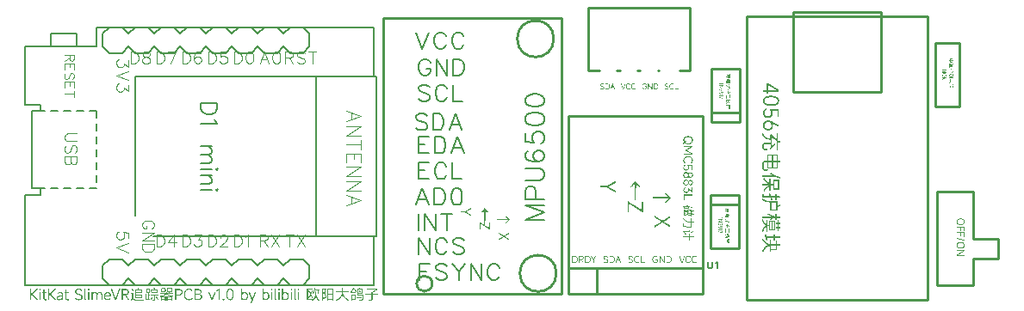
<source format=gto>
G04 Layer: TopSilkscreenLayer*
G04 EasyEDA Pro v1.7.24, 2022-06-27 15:34:45*
G04 Gerber Generator version 0.3*
G04 Scale: 100 percent, Rotated: No, Reflected: No*
G04 Dimensions in millimeters*
G04 Leading zeros omitted, absolute positions, 3 integers and 3 decimals*
%FSLAX33Y33*%
%MOMM*%
%ADD10C,0.1016*%
%ADD11C,0.08128*%
%ADD12C,0.14224*%
%ADD13C,0.12192*%
%ADD14C,0.2032*%
%ADD15C,0.1524*%
%ADD16C,0.127*%
%ADD17C,0.254*%
%ADD18C,0.250012*%
G75*


G04 Text Start*
G04 //text: 4056充电保护模块*
G36*
G01X83338Y65865D02*
G01X83338Y65162D01*
G01X83478D01*
G01Y65413D01*
G01X83480Y65657D01*
G01Y65666D01*
G01X83481Y65667D01*
G01Y65668D01*
G01X83483Y65669D01*
G01X83487Y65668D01*
G01X83492Y65667D01*
G01X83506Y65662D01*
G01X83514Y65657D01*
G01X83518Y65654D01*
G01X83523Y65649D01*
G01X83532Y65643D01*
G01X83550Y65634D01*
G01X83584Y65613D01*
G01X83887Y65431D01*
G01X83935Y65401D01*
G01X84299Y65182D01*
G01X84306Y65178D01*
G01X84313Y65172D01*
G01X84316Y65169D01*
G01X84317Y65168D01*
G01X84311Y65166D01*
G01X84214Y65163D01*
G01X83899Y65162D01*
G01X83478D01*
G01X83338D01*
G01X82992D01*
G01Y65004D01*
G01X83338D01*
G01Y64816D01*
G01X83478D01*
G01Y65004D01*
G01X84508D01*
G01Y65228D01*
G01X84372Y65310D01*
G01X84323Y65340D01*
G01X83747Y65686D01*
G01X83699Y65716D01*
G01X83487Y65843D01*
G01X83465Y65855D01*
G01X83459Y65859D01*
G01X83456Y65860D01*
G01X83444Y65862D01*
G01X83428Y65864D01*
G01X83393Y65865D01*
G37*
G36*
G01X83741Y64622D02*
G01X83687Y64621D01*
G01X83672Y64620D01*
G01X83666Y64618D01*
G01X83652Y64617D01*
G01X83591Y64616D01*
G01X83576Y64614D01*
G01X83572Y64613D01*
G01X83566Y64612D01*
G01X83558Y64610D01*
G01X83522Y64609D01*
G01X83510Y64608D01*
G01X83494Y64604D01*
G01X83481Y64601D01*
G01X83426Y64592D01*
G01X83403Y64586D01*
G01X83379Y64580D01*
G01X83367Y64576D01*
G01X83348Y64569D01*
G01X83337Y64566D01*
G01X83322Y64563D01*
G01X83313Y64560D01*
G01X83307Y64557D01*
G01X83300Y64553D01*
G01X83290Y64548D01*
G01X83271Y64542D01*
G01X83243Y64530D01*
G01X83225Y64522D01*
G01X83218Y64519D01*
G01X83211Y64514D01*
G01X83199Y64506D01*
G01X83192Y64502D01*
G01X83185Y64498D01*
G01X83171Y64492D01*
G01X83165Y64488D01*
G01X83160Y64484D01*
G01X83157Y64479D01*
G01X83153Y64475D01*
G01X83149Y64472D01*
G01X83145Y64469D01*
G01X83137Y64466D01*
G01X83133Y64464D01*
G01X83129Y64461D01*
G01X83123Y64456D01*
G01X83111Y64446D01*
G01X83103Y64439D01*
G01X83093Y64427D01*
G01X83085Y64419D01*
G01X83076Y64412D01*
G01X83072Y64408D01*
G01X83067Y64402D01*
G01X83058Y64388D01*
G01X83051Y64379D01*
G01X83046Y64375D01*
G01X83040Y64370D01*
G01X83037Y64367D01*
G01X83034Y64363D01*
G01X83031Y64354D01*
G01X83026Y64345D01*
G01X83017Y64330D01*
G01X83006Y64306D01*
G01X83000Y64294D01*
G01X82996Y64287D01*
G01X82993Y64281D01*
G01X82991Y64275D01*
G01X82988Y64260D01*
G01X82983Y64247D01*
G01X82978Y64234D01*
G01X82976Y64226D01*
G01X82975Y64214D01*
G01X82974Y64202D01*
G01X82973Y64194D01*
G01X82971Y64188D01*
G01X82970Y64185D01*
G01X82969Y64183D01*
G01X82967Y64180D01*
G01X82965Y64170D01*
G01X82963Y64154D01*
G01X82962Y64131D01*
G01X83114D01*
G01Y64150D01*
G01X83115Y64160D01*
G01X83116Y64162D01*
G01Y64163D01*
G01Y64164D01*
G01X83117D01*
G01X83118Y64167D01*
G01X83119Y64172D01*
G01X83120Y64186D01*
G01Y64194D01*
G01X83122Y64203D01*
G01X83125Y64211D01*
G01X83133Y64226D01*
G01X83137Y64234D01*
G01X83139Y64240D01*
G01X83143Y64252D01*
G01X83146Y64257D01*
G01X83149Y64261D01*
G01X83158Y64268D01*
G01X83162Y64272D01*
G01X83165Y64277D01*
G01X83172Y64288D01*
G01X83175Y64293D01*
G01X83179Y64298D01*
G01X83188Y64304D01*
G01X83196Y64312D01*
G01X83202Y64320D01*
G01X83206Y64323D01*
G01X83209Y64326D01*
G01X83218Y64330D01*
G01X83222Y64333D01*
G01X83226Y64336D01*
G01X83232Y64344D01*
G01X83237Y64348D01*
G01X83241Y64350D01*
G01X83253Y64354D01*
G01X83258Y64356D01*
G01X83262Y64359D01*
G01X83269Y64365D01*
G01X83279Y64371D01*
G01X83307Y64383D01*
G01X83330Y64393D01*
G01X83341Y64398D01*
G01X83356Y64403D01*
G01X83385Y64411D01*
G01X83400Y64416D01*
G01X83425Y64422D01*
G01X83436Y64425D01*
G01X83452Y64431D01*
G01X83459Y64433D01*
G01X83467Y64434D01*
G01X83482D01*
G01X83494Y64436D01*
G01X83504Y64439D01*
G01X83519Y64442D01*
G01X83529Y64443D01*
G01X83572Y64449D01*
G01X83589Y64451D01*
G01X83620Y64453D01*
G01X83629D01*
G01X83655D01*
G01X83670Y64455D01*
G01X83675Y64456D01*
G01X83678D01*
G01X83691Y64457D01*
G01X83763Y64459D01*
G01X83831Y64458D01*
G01X83847Y64456D01*
G01X83849D01*
G01X83853Y64455D01*
G01X83868Y64453D01*
G01X83933Y64452D01*
G01X83949Y64450D01*
G01X83958Y64448D01*
G01X83969Y64446D01*
G01X83986Y64445D01*
G01X84001Y64442D01*
G01X84016Y64439D01*
G01X84041Y64435D01*
G01X84056Y64431D01*
G01X84080Y64424D01*
G01X84094Y64421D01*
G01X84115Y64417D01*
G01X84127Y64414D01*
G01X84132Y64411D01*
G01X84140Y64407D01*
G01X84146Y64405D01*
G01X84152Y64403D01*
G01X84166Y64399D01*
G01X84176Y64396D01*
G01X84181Y64393D01*
G01X84188Y64389D01*
G01X84199Y64384D01*
G01X84216Y64379D01*
G01X84226Y64374D01*
G01X84275Y64343D01*
G01X84293Y64331D01*
G01X84301Y64324D01*
G01X84311Y64312D01*
G01X84319Y64304D01*
G01X84332Y64294D01*
G01X84338Y64286D01*
G01X84357Y64258D01*
G01X84363Y64249D01*
G01X84365Y64243D01*
G01X84369Y64229D01*
G01X84375Y64219D01*
G01X84377Y64214D01*
G01X84380Y64209D01*
G01X84382Y64202D01*
G01X84386Y64181D01*
G01X84391Y64166D01*
G01X84393Y64155D01*
G01X84394Y64138D01*
G01X84396Y64128D01*
G01X84397Y64122D01*
G01Y64105D01*
G01X84396Y64092D01*
G01X84391Y64058D01*
G01X84388Y64042D01*
G01X84383Y64028D01*
G01X84373Y64006D01*
G01X84365Y63987D01*
G01X84361Y63980D01*
G01X84356Y63972D01*
G01X84350Y63964D01*
G01X84344Y63957D01*
G01X84331Y63943D01*
G01X84316Y63931D01*
G01X84310Y63926D01*
G01X84304Y63919D01*
G01X84298Y63911D01*
G01X84293Y63907D01*
G01X84287Y63902D01*
G01X84281Y63898D01*
G01X84246Y63876D01*
G01X84222Y63866D01*
G01X84210Y63860D01*
G01X84197Y63853D01*
G01X84184Y63846D01*
G01X84153Y63834D01*
G01X84136Y63828D01*
G01X84117Y63822D01*
G01X84075Y63810D01*
G01X84060Y63806D01*
G01X84052Y63805D01*
G01X84038Y63804D01*
G01X84032Y63803D01*
G01X84026Y63802D01*
G01X84020Y63799D01*
G01X84011Y63795D01*
G01X84003Y63793D01*
G01X83991Y63792D01*
G01X83971Y63791D01*
G01X83962Y63790D01*
G01X83957Y63788D01*
G01X83944Y63787D01*
G01X83925Y63786D01*
G01X83893Y63785D01*
G01X83879Y63784D01*
G01X83874Y63782D01*
G01X83864Y63780D01*
G01X83843Y63779D01*
G01X83831Y63778D01*
G01X83826Y63777D01*
G01X83823Y63776D01*
G01X83810Y63775D01*
G01X83744Y63774D01*
G01X83680Y63775D01*
G01X83666Y63776D01*
G01X83663D01*
G01X83657Y63778D01*
G01X83644Y63779D01*
G01X83619Y63780D01*
G01X83610Y63782D01*
G01X83605Y63783D01*
G01X83593Y63785D01*
G01X83574D01*
G01X83541Y63787D01*
G01X83527Y63788D01*
G01X83518Y63790D01*
G01X83508Y63792D01*
G01X83496D01*
G01X83490Y63793D01*
G01X83484Y63795D01*
G01X83475Y63799D01*
G01X83468Y63802D01*
G01X83461Y63803D01*
G01X83454Y63804D01*
G01X83436Y63805D01*
G01X83428Y63806D01*
G01X83399Y63816D01*
G01X83381Y63822D01*
G01X83358Y63827D01*
G01X83349Y63830D01*
G01X83343Y63833D01*
G01X83336Y63837D01*
G01X83326Y63841D01*
G01X83308Y63847D01*
G01X83299Y63853D01*
G01X83288Y63859D01*
G01X83267Y63868D01*
G01X83259Y63872D01*
G01X83255Y63875D01*
G01X83250Y63879D01*
G01X83241Y63886D01*
G01X83225Y63895D01*
G01X83219Y63899D01*
G01X83208Y63908D01*
G01X83196Y63919D01*
G01X83189Y63925D01*
G01X83180Y63934D01*
G01X83176Y63940D01*
G01X83171Y63949D01*
G01X83168Y63954D01*
G01X83164Y63958D01*
G01X83160Y63961D01*
G01X83155Y63965D01*
G01X83152Y63969D01*
G01X83149Y63974D01*
G01X83145Y63986D01*
G01X83141Y63996D01*
G01X83132Y64012D01*
G01X83126Y64028D01*
G01X83123Y64038D01*
G01X83120Y64049D01*
G01X83118Y64067D01*
G01X83117Y64074D01*
G01X83115Y64098D01*
G01X83114Y64131D01*
G01X82962D01*
G01Y64119D01*
G01X82963Y64074D01*
G01X82965Y64058D01*
G01X82969Y64045D01*
G01X82972Y64031D01*
G01X82978Y64001D01*
G01X82981Y63987D01*
G01X82987Y63973D01*
G01X82992Y63961D01*
G01X82998Y63943D01*
G01X83002Y63933D01*
G01X83010Y63919D01*
G01X83016Y63905D01*
G01X83022Y63895D01*
G01X83035Y63876D01*
G01X83049Y63855D01*
G01X83055Y63846D01*
G01X83060Y63842D01*
G01X83067Y63837D01*
G01X83074Y63830D01*
G01X83084Y63817D01*
G01X83097Y63807D01*
G01X83105Y63799D01*
G01X83111Y63790D01*
G01X83116Y63785D01*
G01X83122Y63781D01*
G01X83139Y63770D01*
G01X83148Y63763D01*
G01X83154Y63758D01*
G01X83159Y63755D01*
G01X83171Y63746D01*
G01X83202Y63728D01*
G01X83213Y63722D01*
G01X83225Y63716D01*
G01X83242Y63708D01*
G01X83254Y63702D01*
G01X83261Y63698D01*
G01X83268Y63695D01*
G01X83284Y63689D01*
G01X83365Y63662D01*
G01X83376Y63658D01*
G01X83403Y63652D01*
G01X83419Y63648D01*
G01X83434Y63645D01*
G01X83460Y63641D01*
G01X83476Y63637D01*
G01X83497Y63632D01*
G01X83508Y63630D01*
G01X83518Y63629D01*
G01X83543Y63628D01*
G01X83554Y63626D01*
G01X83564Y63623D01*
G01X83580Y63620D01*
G01X83590Y63619D01*
G01X83597Y63618D01*
G01X83670Y63616D01*
G01X83769D01*
G01X83921Y63618D01*
G01X83933Y63619D01*
G01X83935D01*
G01X83940Y63620D01*
G01X83956Y63623D01*
G01X83965Y63625D01*
G01X83985Y63628D01*
G01X84005D01*
G01X84013Y63629D01*
G01X84020Y63631D01*
G01X84026Y63633D01*
G01X84035Y63637D01*
G01X84042Y63639D01*
G01X84049Y63640D01*
G01X84063Y63641D01*
G01X84076Y63642D01*
G01X84091Y63646D01*
G01X84119Y63652D01*
G01X84145Y63660D01*
G01X84162Y63665D01*
G01X84181Y63673D01*
G01X84193Y63678D01*
G01X84211Y63683D01*
G01X84239Y63696D01*
G01X84250Y63701D01*
G01X84281Y63713D01*
G01X84293Y63719D01*
G01X84298Y63722D01*
G01X84305Y63728D01*
G01X84314Y63734D01*
G01X84329Y63742D01*
G01X84338Y63748D01*
G01X84366Y63768D01*
G01X84382Y63780D01*
G01X84397Y63792D01*
G01X84403Y63797D01*
G01X84409Y63805D01*
G01X84414Y63811D01*
G01X84421Y63819D01*
G01X84431Y63826D01*
G01X84435Y63830D01*
G01X84440Y63836D01*
G01X84450Y63854D01*
G01X84458Y63863D01*
G01X84463Y63868D01*
G01X84466Y63873D01*
G01X84474Y63886D01*
G01X84481Y63897D01*
G01X84486Y63908D01*
G01X84494Y63927D01*
G01X84500Y63938D01*
G01X84505Y63946D01*
G01X84508Y63953D01*
G01X84511Y63961D01*
G01X84525Y64006D01*
G01X84528Y64020D01*
G01X84532Y64044D01*
G01X84535Y64055D01*
G01X84536Y64059D01*
G01X84537Y64070D01*
G01X84538Y64128D01*
G01X84537Y64182D01*
G01X84536Y64198D01*
G01X84532Y64212D01*
G01X84526Y64237D01*
G01X84523Y64248D01*
G01X84514Y64270D01*
G01X84509Y64288D01*
G01X84505Y64299D01*
G01X84496Y64314D01*
G01X84486Y64335D01*
G01X84482Y64344D01*
G01X84479Y64348D01*
G01X84471Y64358D01*
G01X84458Y64378D01*
G01X84451Y64386D01*
G01X84446Y64390D01*
G01X84440Y64395D01*
G01X84436Y64399D01*
G01X84432Y64404D01*
G01X84426Y64416D01*
G01X84421Y64422D01*
G01X84415Y64427D01*
G01X84401Y64436D01*
G01X84393Y64442D01*
G01X84388Y64447D01*
G01X84383Y64454D01*
G01X84379Y64458D01*
G01X84374Y64461D01*
G01X84358Y64471D01*
G01X84352Y64475D01*
G01X84347Y64480D01*
G01X84342Y64483D01*
G01X84329Y64492D01*
G01X84308Y64504D01*
G01X84285Y64515D01*
G01X84267Y64526D01*
G01X84260Y64530D01*
G01X84253Y64532D01*
G01X84236Y64538D01*
G01X84226Y64543D01*
G01X84221Y64546D01*
G01X84215Y64549D01*
G01X84209Y64551D01*
G01X84194Y64554D01*
G01X84181Y64559D01*
G01X84162Y64567D01*
G01X84134Y64575D01*
G01X84124Y64578D01*
G01X84110Y64581D01*
G01X84086Y64586D01*
G01X84069Y64590D01*
G01X84054Y64593D01*
G01X84028Y64597D01*
G01X84013Y64601D01*
G01X83991Y64606D01*
G01X83979Y64608D01*
G01X83967Y64609D01*
G01X83935Y64610D01*
G01X83923Y64612D01*
G01X83914Y64614D01*
G01X83900Y64615D01*
G01X83835Y64617D01*
G01X83818Y64618D01*
G01X83814Y64619D01*
G01X83811Y64620D01*
G01X83799Y64621D01*
G37*
G36*
G01X83282Y63378D02*
G01X83274Y63377D01*
G01X83267Y63375D01*
G01X83258Y63371D01*
G01X83253Y63369D01*
G01X83240Y63361D01*
G01X83219Y63352D01*
G01X83211Y63349D01*
G01X83205Y63345D01*
G01X83186Y63331D01*
G01X83162Y63316D01*
G01X83152Y63308D01*
G01X83139Y63298D01*
G01X83131Y63292D01*
G01X83123Y63284D01*
G01X83113Y63271D01*
G01X83101Y63261D01*
G01X83093Y63254D01*
G01X83077Y63232D01*
G01X83050Y63198D01*
G01X83044Y63189D01*
G01X83038Y63179D01*
G01X83029Y63162D01*
G01X83020Y63147D01*
G01X83017Y63142D01*
G01X83011Y63128D01*
G01X82999Y63098D01*
G01X82992Y63081D01*
G01X82987Y63062D01*
G01X82982Y63045D01*
G01X82979Y63030D01*
G01X82972Y62983D01*
G01X82966Y62952D01*
G01X82964Y62943D01*
G01X82963Y62923D01*
G01X82962Y62895D01*
G01X82963Y62864D01*
G01X82965Y62848D01*
G01X82966Y62843D01*
G01X82967Y62838D01*
G01X82968Y62824D01*
G01X82969Y62800D01*
G01X82971Y62791D01*
G01X82973Y62784D01*
G01X82976Y62770D01*
G01X82979Y62753D01*
G01X82981Y62745D01*
G01X82984Y62737D01*
G01X82989Y62725D01*
G01X82994Y62711D01*
G01X82998Y62697D01*
G01X83001Y62687D01*
G01X83003Y62682D01*
G01X83011Y62669D01*
G01X83020Y62648D01*
G01X83024Y62641D01*
G01X83028Y62634D01*
G01X83041Y62615D01*
G01X83055Y62594D01*
G01X83062Y62586D01*
G01X83066Y62582D01*
G01X83073Y62576D01*
G01X83077Y62571D01*
G01X83082Y62565D01*
G01X83092Y62552D01*
G01X83097Y62545D01*
G01X83102Y62541D01*
G01X83113Y62534D01*
G01X83118Y62530D01*
G01X83123Y62527D01*
G01X83130Y62518D01*
G01X83134Y62514D01*
G01X83139Y62510D01*
G01X83154Y62502D01*
G01X83163Y62496D01*
G01X83175Y62488D01*
G01X83181Y62483D01*
G01X83189Y62480D01*
G01X83206Y62472D01*
G01X83218Y62466D01*
G01X83225Y62462D01*
G01X83231Y62459D01*
G01X83247Y62453D01*
G01X83284Y62440D01*
G01X83298Y62436D01*
G01X83313Y62433D01*
G01X83341Y62428D01*
G01X83358Y62424D01*
G01X83369Y62423D01*
G01X83386Y62422D01*
G01X83396Y62419D01*
G01X83403Y62418D01*
G01X83416Y62417D01*
G01X83456Y62416D01*
G01X83497Y62417D01*
G01X83513Y62418D01*
G01X83516Y62419D01*
G01X83522Y62421D01*
G01X83532Y62422D01*
G01X83550Y62423D01*
G01X83559Y62425D01*
G01X83564Y62427D01*
G01X83578Y62430D01*
G01X83595Y62433D01*
G01X83603Y62435D01*
G01X83611Y62437D01*
G01X83629Y62445D01*
G01X83647Y62451D01*
G01X83657Y62456D01*
G01X83673Y62465D01*
G01X83694Y62474D01*
G01X83701Y62477D01*
G01X83708Y62481D01*
G01X83727Y62495D01*
G01X83748Y62508D01*
G01X83757Y62515D01*
G01X83761Y62520D01*
G01X83766Y62527D01*
G01X83775Y62534D01*
G01X83786Y62541D01*
G01X83791Y62545D01*
G01X83795Y62550D01*
G01X83800Y62558D01*
G01X83804Y62564D01*
G01X83807Y62568D01*
G01X83812Y62572D01*
G01X83818Y62577D01*
G01X83822Y62581D01*
G01X83826Y62586D01*
G01X83834Y62601D01*
G01X83840Y62610D01*
G01X83848Y62622D01*
G01X83853Y62629D01*
G01X83856Y62636D01*
G01X83864Y62654D01*
G01X83870Y62665D01*
G01X83874Y62672D01*
G01X83877Y62679D01*
G01X83884Y62695D01*
G01X83896Y62731D01*
G01X83900Y62745D01*
G01X83903Y62760D01*
G01X83905Y62771D01*
G01X83911Y62813D01*
G01X83912Y62826D01*
G01X83913Y62863D01*
G01X83914Y62889D01*
G01X83913Y62934D01*
G01X83911Y62949D01*
G01X83909Y62957D01*
G01X83906Y62973D01*
G01X83902Y63001D01*
G01X83899Y63013D01*
G01X83890Y63037D01*
G01X83877Y63068D01*
G01X83873Y63078D01*
G01X83867Y63090D01*
G01X83844Y63126D01*
G01X83837Y63136D01*
G01X83833Y63140D01*
G01X83831Y63143D01*
G01Y63146D01*
G01X83832Y63149D01*
G01X83835Y63152D01*
G01X83842Y63154D01*
G01X83852Y63155D01*
G01X83865Y63156D01*
G01X83885Y63155D01*
G01X83895Y63154D01*
G01X83904Y63153D01*
G01X83911Y63151D01*
G01X83919Y63150D01*
G01X83944Y63149D01*
G01X83964D01*
G01X83974Y63148D01*
G01X83983Y63147D01*
G01X83990Y63145D01*
G01X83998Y63144D01*
G01X84023Y63143D01*
G01X84043D01*
G01X84053Y63142D01*
G01X84061Y63141D01*
G01X84068Y63139D01*
G01X84077Y63138D01*
G01X84102Y63137D01*
G01X84122D01*
G01X84131Y63136D01*
G01X84140Y63135D01*
G01X84147Y63133D01*
G01X84156Y63132D01*
G01X84181Y63131D01*
G01X84200D01*
G01X84210Y63130D01*
G01X84219Y63129D01*
G01X84226Y63127D01*
G01X84235Y63126D01*
G01X84259Y63125D01*
G01X84279D01*
G01X84289Y63124D01*
G01X84298Y63123D01*
G01X84305Y63121D01*
G01X84313Y63120D01*
G01X84338Y63119D01*
G01X84369D01*
G01Y62501D01*
G01X84508D01*
G01Y63259D01*
G01X84493Y63261D01*
G01X84484Y63263D01*
G01X84468Y63264D01*
G01X84428Y63265D01*
G01X84417Y63266D01*
G01X84409Y63267D01*
G01X84405Y63268D01*
G01X84393Y63270D01*
G01X84373D01*
G01X84341Y63271D01*
G01X84327Y63272D01*
G01X84323Y63273D01*
G01X84317Y63275D01*
G01X84308Y63276D01*
G01X84288D01*
G01X84256Y63277D01*
G01X84243Y63279D01*
G01X84238Y63280D01*
G01X84232Y63281D01*
G01X84223Y63282D01*
G01X84204Y63283D01*
G01X84171D01*
G01X84158Y63285D01*
G01X84153Y63286D01*
G01X84147Y63287D01*
G01X84138Y63288D01*
G01X84119Y63289D01*
G01X84086D01*
G01X84072Y63291D01*
G01X84062Y63293D01*
G01X84053Y63294D01*
G01X84034Y63295D01*
G01X84001D01*
G01X83988Y63297D01*
G01X83977Y63299D01*
G01X83968Y63300D01*
G01X83949Y63301D01*
G01X83917D01*
G01X83903Y63303D01*
G01X83893Y63305D01*
G01X83884Y63306D01*
G01X83864Y63307D01*
G01X83832D01*
G01X83818Y63309D01*
G01X83808Y63312D01*
G01X83799D01*
G01X83779Y63313D01*
G01X83747Y63314D01*
G01X83733Y63315D01*
G01X83729Y63316D01*
G01X83723Y63317D01*
G01X83715Y63318D01*
G01X83692Y63319D01*
G01X83666D01*
G01X83663Y63301D01*
G01X83660Y63292D01*
G01X83658Y63284D01*
G01X83656Y63277D01*
G01X83649Y63260D01*
G01X83647Y63252D01*
G01X83643Y63227D01*
G01X83641Y63218D01*
G01X83637Y63207D01*
G01X83634Y63201D01*
G01X83633Y63198D01*
G01X83632Y63195D01*
G01Y63190D01*
G01X83633Y63188D01*
G01X83634Y63185D01*
G01X83635Y63183D01*
G01X83642Y63174D01*
G01X83654Y63164D01*
G01X83662Y63157D01*
G01X83672Y63144D01*
G01X83681Y63137D01*
G01X83685Y63134D01*
G01X83689Y63130D01*
G01X83692Y63125D01*
G01X83702Y63108D01*
G01X83706Y63102D01*
G01X83711Y63098D01*
G01X83717Y63089D01*
G01X83726Y63071D01*
G01X83735Y63057D01*
G01X83738Y63050D01*
G01X83744Y63034D01*
G01X83757Y62998D01*
G01X83759Y62988D01*
G01X83762Y62977D01*
G01X83765Y62959D01*
G01X83766Y62952D01*
G01X83767Y62930D01*
G01X83769Y62880D01*
G01X83768Y62843D01*
G01X83767Y62830D01*
G01X83763Y62815D01*
G01X83758Y62793D01*
G01X83753Y62780D01*
G01X83743Y62757D01*
G01X83734Y62736D01*
G01X83728Y62724D01*
G01X83714Y62704D01*
G01X83702Y62687D01*
G01X83690Y62672D01*
G01X83684Y62667D01*
G01X83677Y62660D01*
G01X83641Y62634D01*
G01X83626Y62625D01*
G01X83615Y62619D01*
G01X83603Y62613D01*
G01X83596Y62610D01*
G01X83567Y62599D01*
G01X83548Y62594D01*
G01X83533Y62591D01*
G01X83487Y62583D01*
G01X83477Y62582D01*
G01X83456Y62580D01*
G01X83426D01*
G01X83390Y62581D01*
G01X83376Y62582D01*
G01X83366Y62584D01*
G01X83351Y62587D01*
G01X83331Y62591D01*
G01X83322Y62593D01*
G01X83311Y62596D01*
G01X83296Y62603D01*
G01X83278Y62608D01*
G01X83267Y62613D01*
G01X83238Y62631D01*
G01X83231Y62636D01*
G01X83223Y62642D01*
G01X83219Y62647D01*
G01X83214Y62654D01*
G01X83210Y62657D01*
G01X83206Y62660D01*
G01X83197Y62664D01*
G01X83193Y62667D01*
G01X83188Y62673D01*
G01X83179Y62687D01*
G01X83172Y62695D01*
G01X83168Y62699D01*
G01X83161Y62704D01*
G01X83158Y62709D01*
G01X83155Y62714D01*
G01X83151Y62725D01*
G01X83149Y62730D01*
G01X83147Y62734D01*
G01X83141Y62741D01*
G01X83139Y62745D01*
G01X83137Y62750D01*
G01X83131Y62767D01*
G01X83125Y62783D01*
G01X83120Y62795D01*
G01X83118Y62805D01*
G01X83114Y62837D01*
G01X83110Y62852D01*
G01X83109Y62869D01*
G01X83108Y62907D01*
G01X83109Y62946D01*
G01X83110Y62962D01*
G01X83112Y62970D01*
G01X83115Y62985D01*
G01X83118Y63005D01*
G01X83120Y63014D01*
G01X83125Y63025D01*
G01X83131Y63038D01*
G01X83141Y63067D01*
G01X83146Y63076D01*
G01X83149Y63081D01*
G01X83157Y63090D01*
G01X83165Y63107D01*
G01X83171Y63115D01*
G01X83177Y63122D01*
G01X83187Y63134D01*
G01X83194Y63142D01*
G01X83206Y63153D01*
G01X83214Y63160D01*
G01X83221Y63169D01*
G01X83225Y63173D01*
G01X83229Y63176D01*
G01X83244Y63185D01*
G01X83253Y63191D01*
G01X83272Y63204D01*
G01X83287Y63213D01*
G01X83298Y63220D01*
G01X83309Y63225D01*
G01X83321Y63230D01*
G01X83324Y63232D01*
G01X83327Y63233D01*
G01X83331Y63238D01*
G01X83333Y63240D01*
G01X83334Y63243D01*
G01X83335Y63247D01*
G01X83336Y63253D01*
G01Y63259D01*
G01X83334Y63264D01*
G01X83328Y63281D01*
G01X83320Y63301D01*
G01X83314Y63318D01*
G01X83305Y63337D01*
G01X83300Y63349D01*
G01X83296Y63366D01*
G01X83293Y63374D01*
G01X83291Y63376D01*
G01X83287Y63378D01*
G37*
G36*
G01X83441Y62186D02*
G01X83391Y62185D01*
G01X83374Y62183D01*
G01X83366Y62181D01*
G01X83349Y62178D01*
G01X83327Y62175D01*
G01X83317Y62173D01*
G01X83305Y62169D01*
G01X83289Y62162D01*
G01X83267Y62157D01*
G01X83254Y62152D01*
G01X83231Y62142D01*
G01X83212Y62134D01*
G01X83206Y62130D01*
G01X83199Y62126D01*
G01X83180Y62113D01*
G01X83156Y62097D01*
G01X83146Y62090D01*
G01X83133Y62080D01*
G01X83125Y62074D01*
G01X83117Y62066D01*
G01X83107Y62053D01*
G01X83095Y62043D01*
G01X83087Y62035D01*
G01X83071Y62014D01*
G01X83066Y62007D01*
G01X83054Y61992D01*
G01X83029Y61953D01*
G01X83023Y61942D01*
G01X83012Y61918D01*
G01X83006Y61906D01*
G01X83002Y61899D01*
G01X83000Y61893D01*
G01X82998Y61887D01*
G01X82994Y61872D01*
G01X82989Y61859D01*
G01X82984Y61845D01*
G01X82981Y61837D01*
G01X82979Y61827D01*
G01X82975Y61796D01*
G01X82970Y61778D01*
G01X82969Y61766D01*
G01X82968Y61749D01*
G01X82967Y61744D01*
G01Y61742D01*
G01X82966Y61740D01*
G01X82964Y61736D01*
G01X82963Y61728D01*
G01X82962Y61695D01*
G01X83108D01*
G01Y61725D01*
G01X83109Y61736D01*
G01X83110Y61739D01*
G01Y61740D01*
G01X83111D01*
G01X83112Y61742D01*
G01X83113Y61746D01*
G01X83114Y61766D01*
G01X83115Y61778D01*
G01X83126Y61810D01*
G01X83131Y61822D01*
G01X83137Y61835D01*
G01X83144Y61848D01*
G01X83154Y61868D01*
G01X83158Y61877D01*
G01X83161Y61881D01*
G01X83171Y61894D01*
G01X83178Y61902D01*
G01X83186Y61910D01*
G01X83198Y61920D01*
G01X83208Y61932D01*
G01X83215Y61940D01*
G01X83228Y61950D01*
G01X83239Y61959D01*
G01X83243Y61962D01*
G01X83256Y61970D01*
G01X83268Y61977D01*
G01X83279Y61983D01*
G01X83297Y61990D01*
G01X83308Y61996D01*
G01X83316Y62001D01*
G01X83330Y62005D01*
G01X83354Y62010D01*
G01X83371Y62015D01*
G01X83386Y62018D01*
G01X83396Y62019D01*
G01X83408Y62020D01*
G01X83445Y62022D01*
G01X83468D01*
G01X83510Y62021D01*
G01X83525Y62020D01*
G01X83528Y62019D01*
G01X83540Y62016D01*
G01X83561Y62011D01*
G01X83574Y62007D01*
G01X83593Y61998D01*
G01X83608Y61994D01*
G01X83614Y61992D01*
G01X83620Y61989D01*
G01X83642Y61973D01*
G01X83664Y61960D01*
G01X83672Y61953D01*
G01X83676Y61949D01*
G01X83681Y61942D01*
G01X83688Y61934D01*
G01X83701Y61924D01*
G01X83711Y61911D01*
G01X83718Y61904D01*
G01X83727Y61898D01*
G01X83731Y61894D01*
G01X83733Y61890D01*
G01X83737Y61881D01*
G01X83741Y61872D01*
G01X83750Y61857D01*
G01X83761Y61833D01*
G01X83767Y61822D01*
G01X83771Y61814D01*
G01X83774Y61808D01*
G01X83776Y61800D01*
G01X83780Y61776D01*
G01X83785Y61759D01*
G01X83788Y61744D01*
G01X83790Y61734D01*
G01X83791Y61722D01*
G01X83793Y61689D01*
G01Y61668D01*
G01X83792Y61631D01*
G01X83791Y61618D01*
G01X83786Y61603D01*
G01X83782Y61581D01*
G01X83777Y61568D01*
G01X83767Y61545D01*
G01X83759Y61527D01*
G01X83755Y61520D01*
G01X83751Y61513D01*
G01X83732Y61486D01*
G01X83719Y61469D01*
G01X83714Y61461D01*
G01X83708Y61454D01*
G01X83699Y61446D01*
G01X83692Y61442D01*
G01X83679Y61434D01*
G01X83673Y61430D01*
G01X83668Y61425D01*
G01X83663Y61421D01*
G01X83650Y61413D01*
G01X83621Y61395D01*
G01X83611Y61390D01*
G01X83593Y61385D01*
G01X83577Y61378D01*
G01X83565Y61375D01*
G01X83555Y61372D01*
G01X83524Y61367D01*
G01X83511Y61364D01*
G01X83508D01*
G01X83497Y61363D01*
G01X83458Y61361D01*
G01X83444D01*
G01X83397Y61362D01*
G01X83381Y61364D01*
G01X83372Y61366D01*
G01X83359Y61369D01*
G01X83341Y61372D01*
G01X83334Y61375D01*
G01X83326Y61377D01*
G01X83304Y61387D01*
G01X83282Y61396D01*
G01X83271Y61402D01*
G01X83234Y61425D01*
G01X83225Y61432D01*
G01X83212Y61443D01*
G01X83203Y61450D01*
G01X83196Y61457D01*
G01X83180Y61479D01*
G01X83174Y61486D01*
G01X83163Y61501D01*
G01X83154Y61516D01*
G01X83147Y61527D01*
G01X83141Y61539D01*
G01X83129Y61568D01*
G01X83123Y61580D01*
G01X83120Y61589D01*
G01X83118Y61599D01*
G01X83114Y61631D01*
G01X83110Y61646D01*
G01X83109Y61661D01*
G01X83108Y61695D01*
G01X82962D01*
G01X82963Y61664D01*
G01X82965Y61648D01*
G01X82966Y61643D01*
G01X82967Y61638D01*
G01X82968Y61624D01*
G01X82969Y61600D01*
G01X82971Y61591D01*
G01X82973Y61584D01*
G01X82976Y61570D01*
G01X82981Y61546D01*
G01X82992Y61507D01*
G01X82999Y61490D01*
G01X83012Y61460D01*
G01X83020Y61442D01*
G01X83024Y61435D01*
G01X83028Y61428D01*
G01X83041Y61409D01*
G01X83056Y61385D01*
G01X83064Y61375D01*
G01X83075Y61363D01*
G01X83081Y61354D01*
G01X83088Y61347D01*
G01X83101Y61336D01*
G01X83111Y61324D01*
G01X83118Y61316D01*
G01X83140Y61300D01*
G01X83147Y61295D01*
G01X83163Y61284D01*
G01X83202Y61259D01*
G01X83212Y61253D01*
G01X83247Y61237D01*
G01X83260Y61231D01*
G01X83273Y61227D01*
G01X83295Y61221D01*
G01X83308Y61216D01*
G01X83314Y61213D01*
G01X83320Y61211D01*
G01X83326Y61210D01*
G01X83338D01*
G01X83349Y61208D01*
G01X83359Y61205D01*
G01X83377Y61202D01*
G01X83390Y61201D01*
G01X83414Y61199D01*
G01X83472Y61198D01*
G01X83517Y61199D01*
G01X83532Y61200D01*
G01X83540Y61202D01*
G01X83550Y61204D01*
G01X83568Y61205D01*
G01X83578Y61207D01*
G01X83608Y61216D01*
G01X83632Y61224D01*
G01X83644Y61228D01*
G01X83675Y61240D01*
G01X83685Y61245D01*
G01X83697Y61251D01*
G01X83709Y61259D01*
G01X83726Y61268D01*
G01X83733Y61272D01*
G01X83747Y61283D01*
G01X83767Y61297D01*
G01X83776Y61304D01*
G01X83783Y61312D01*
G01X83790Y61320D01*
G01X83794Y61324D01*
G01X83798Y61326D01*
G01X83806Y61330D01*
G01X83810Y61333D01*
G01X83814Y61338D01*
G01X83820Y61349D01*
G01X83824Y61354D01*
G01X83828Y61358D01*
G01X83832Y61361D01*
G01X83836Y61365D01*
G01X83840Y61369D01*
G01X83844Y61374D01*
G01X83852Y61389D01*
G01X83858Y61398D01*
G01X83869Y61413D01*
G01X83874Y61422D01*
G01X83884Y61440D01*
G01X83893Y61454D01*
G01X83897Y61465D01*
G01X83902Y61483D01*
G01X83911Y61501D01*
G01X83915Y61516D01*
G01X83920Y61541D01*
G01X83925Y61558D01*
G01X83928Y61573D01*
G01X83929Y61583D01*
G01X83930Y61596D01*
G01X83932Y61654D01*
G01Y61671D01*
G01X83931Y61728D01*
G01X83930Y61743D01*
G01X83929Y61746D01*
G01X83920Y61777D01*
G01X83908Y61816D01*
G01X83903Y61828D01*
G01X83897Y61841D01*
G01X83890Y61853D01*
G01X83877Y61876D01*
G01X83871Y61886D01*
G01X83869Y61890D01*
G01Y61893D01*
G01X83871Y61896D01*
G01X83874Y61898D01*
G01X83879Y61899D01*
G01X83883D01*
G01X83887Y61897D01*
G01X83893Y61892D01*
G01X83904Y61886D01*
G01X83924Y61876D01*
G01X83929Y61873D01*
G01X83935Y61868D01*
G01X83944Y61862D01*
G01X83962Y61853D01*
G01X83982Y61840D01*
G01X84004Y61828D01*
G01X84038Y61807D01*
G01X84068Y61789D01*
G01X84089Y61777D01*
G01X84107Y61768D01*
G01X84141Y61746D01*
G01X84172Y61728D01*
G01X84192Y61716D01*
G01X84210Y61707D01*
G01X84244Y61686D01*
G01X84265Y61674D01*
G01X84283Y61665D01*
G01X84317Y61643D01*
G01X84347Y61625D01*
G01X84368Y61613D01*
G01X84386Y61604D01*
G01X84420Y61583D01*
G01X84450Y61565D01*
G01X84471Y61553D01*
G01X84489Y61543D01*
G01X84499Y61537D01*
G01X84503Y61540D01*
G01X84506Y61555D01*
G01X84508Y61622D01*
G01X84507Y61667D01*
G01X84505Y61688D01*
G01X84504Y61700D01*
G01X84501Y61711D01*
G01X84499Y61715D01*
G01X84498Y61717D01*
G01X84497Y61718D01*
G01X84484Y61725D01*
G01X84465Y61737D01*
G01X84442Y61749D01*
G01X84408Y61771D01*
G01X84387Y61782D01*
G01X84369Y61792D01*
G01X84349Y61804D01*
G01X84327Y61816D01*
G01X84293Y61837D01*
G01X84272Y61849D01*
G01X84254Y61859D01*
G01X84235Y61870D01*
G01X84212Y61883D01*
G01X84178Y61904D01*
G01X84156Y61916D01*
G01X84139Y61925D01*
G01X84119Y61937D01*
G01X84096Y61950D01*
G01X84062Y61970D01*
G01X84041Y61983D01*
G01X84024Y61992D01*
G01X84004Y62004D01*
G01X83982Y62016D01*
G01X83967Y62025D01*
G01X83961Y62028D01*
G01X83937Y62039D01*
G01X83925Y62045D01*
G01X83899Y62061D01*
G01X83888Y62068D01*
G01X83876Y62074D01*
G01X83847Y62086D01*
G01X83825Y62096D01*
G01X83803Y62106D01*
G01X83792Y62112D01*
G01X83785Y62116D01*
G01X83774Y62120D01*
G01X83757Y62126D01*
G01X83734Y62136D01*
G01X83714Y62143D01*
G01X83675Y62155D01*
G01X83654Y62161D01*
G01X83619Y62168D01*
G01X83603Y62172D01*
G01X83587Y62175D01*
G01X83578Y62177D01*
G01X83529Y62183D01*
G01X83509Y62184D01*
G37*
G36*
G01X82961Y60954D02*
G01X82956Y60953D01*
G01X82947Y60951D01*
G01X82941Y60949D01*
G01X82935Y60946D01*
G01X82913Y60931D01*
G01X82899Y60922D01*
G01X82869Y60904D01*
G01X82858Y60898D01*
G01X82849Y60890D01*
G01X82847Y60889D01*
G01X82845Y60885D01*
G01Y60881D01*
G01X82847Y60876D01*
G01X82854Y60864D01*
G01X82859Y60855D01*
G01X82861Y60849D01*
G01X82866Y60835D01*
G01X82872Y60825D01*
G01X82878Y60815D01*
G01X82888Y60790D01*
G01X82894Y60779D01*
G01X82911Y60752D01*
G01X82917Y60741D01*
G01X82923Y60730D01*
G01X82929Y60715D01*
G01X82933Y60708D01*
G01X82937Y60701D01*
G01X82950Y60682D01*
G01X82959Y60667D01*
G01X82978Y60637D01*
G01X82989Y60620D01*
G01X83017Y60581D01*
G01X83026Y60570D01*
G01X83030Y60565D01*
G01X83043Y60545D01*
G01X83049Y60537D01*
G01X83054Y60533D01*
G01X83061Y60528D01*
G01X83068Y60521D01*
G01X83078Y60508D01*
G01X83091Y60498D01*
G01X83099Y60490D01*
G01X83109Y60477D01*
G01X83117Y60471D01*
G01X83129Y60462D01*
G01X83143Y60449D01*
G01X83190Y60416D01*
G01X83202Y60407D01*
G01X83208Y60401D01*
G01X83219Y60395D01*
G01X83236Y60387D01*
G01X83248Y60381D01*
G01X83261Y60374D01*
G01X83274Y60368D01*
G01X83305Y60355D01*
G01X83334Y60345D01*
G01X83365Y60334D01*
G01X83419Y60319D01*
G01X83446Y60313D01*
G01X83461Y60309D01*
G01X83474Y60307D01*
G01X83488D01*
G01X83495Y60305D01*
G01X83501Y60304D01*
G01X83511Y60300D01*
G01X83519Y60297D01*
G01X83524D01*
G01X83536Y60295D01*
G01X83570D01*
G01X83580Y60294D01*
G01X83588Y60292D01*
G01X83600Y60289D01*
G01X83614Y60286D01*
G01X83622Y60284D01*
G01X83639Y60283D01*
G01X83659D01*
G01X83689D01*
G01X83690Y60260D01*
G01X83691Y60248D01*
G01X83694Y60238D01*
G01X83696Y60224D01*
G01X83697Y60200D01*
G01X83698Y60191D01*
G01X83700Y60185D01*
G01X83701Y60173D01*
G01X83702Y60104D01*
G01X83703Y60037D01*
G01X83704Y60022D01*
G01X83705Y60020D01*
G01X83706Y60014D01*
G01X83708Y60000D01*
G01Y59973D01*
G01X83405D01*
G01X83102Y59971D01*
G01X83094D01*
G01X83093Y59970D01*
G01X83087Y59969D01*
G01X83069Y59966D01*
G01X83044Y59963D01*
G01X83032Y59960D01*
G01X83024Y59958D01*
G01X83021Y59956D01*
G01X83011Y59950D01*
G01X82997Y59945D01*
G01X82986Y59938D01*
G01X82981Y59934D01*
G01X82970Y59926D01*
G01X82959Y59916D01*
G01X82950Y59904D01*
G01X82944Y59894D01*
G01X82938Y59883D01*
G01X82934Y59873D01*
G01X82926Y59853D01*
G01X82921Y59835D01*
G01X82916Y59811D01*
G01X82914Y59795D01*
G01Y59759D01*
G01X82912Y59746D01*
G01X82911Y59740D01*
G01X82910Y59736D01*
G01X82909Y59719D01*
G01X82908Y59622D01*
G01X82909Y59519D01*
G01X82910Y59506D01*
G01X82912Y59501D01*
G01X82913Y59488D01*
G01X82914Y59442D01*
G01X82916Y59426D01*
G01X82917Y59419D01*
G01X82918Y59416D01*
G01X82923Y59408D01*
G01X82924Y59403D01*
G01X82925Y59398D01*
G01X82926Y59386D01*
G01X82927Y59381D01*
G01X82929Y59376D01*
G01X82935Y59366D01*
G01X82940Y59355D01*
G01X82943Y59344D01*
G01X82946Y59339D01*
G01X82949Y59334D01*
G01X82957Y59328D01*
G01X82965Y59320D01*
G01X82975Y59307D01*
G01X82984Y59301D01*
G01X83002Y59289D01*
G01X83012Y59283D01*
G01X83026Y59276D01*
G01X83043Y59270D01*
G01X83063Y59264D01*
G01X83077Y59261D01*
G01X83085Y59259D01*
G01X83102Y59258D01*
G01X83112Y59257D01*
G01X83123Y59254D01*
G01X83131Y59253D01*
G01X83154D01*
G01X83171Y59252D01*
G01X83184Y59251D01*
G01X83190Y59250D01*
G01X83193Y59249D01*
G01X83207Y59248D01*
G01X83287Y59247D01*
G01X83374D01*
G01X83378Y59267D01*
G01X83380Y59283D01*
G01X83384Y59298D01*
G01X83389Y59316D01*
G01X83391Y59324D01*
G01X83392Y59332D01*
G01X83393Y59348D01*
G01X83394Y59360D01*
G01X83396Y59364D01*
G01Y59368D01*
G01X83394Y59372D01*
G01X83390Y59375D01*
G01X83384Y59377D01*
G01X83379Y59378D01*
G01X83350Y59379D01*
G01X83277Y59380D01*
G01X83194Y59381D01*
G01X83180Y59382D01*
G01X83177Y59383D01*
G01X83172Y59384D01*
G01X83154Y59387D01*
G01X83126Y59391D01*
G01X83114Y59393D01*
G01X83101Y59397D01*
G01X83088Y59402D01*
G01X83077Y59409D01*
G01X83075Y59410D01*
G01X83070Y59414D01*
G01X83067Y59418D01*
G01X83064Y59424D01*
G01X83063Y59431D01*
G01X83060Y59445D01*
G01X83053Y59466D01*
G01X83050Y59480D01*
G01X83049Y59485D01*
G01X83048Y59523D01*
G01X83047Y59625D01*
G01X83049Y59731D01*
G01X83050Y59750D01*
G01X83052Y59760D01*
G01Y59763D01*
G01X83053Y59764D01*
G01X83059Y59774D01*
G01X83063Y59786D01*
G01X83064Y59792D01*
G01X83070Y59801D01*
G01X83075Y59804D01*
G01X83084Y59810D01*
G01X83096Y59816D01*
G01X83109Y59822D01*
G01X83123Y59825D01*
G01X83126Y59826D01*
G01X83173Y59827D01*
G01X83426Y59828D01*
G01X83714D01*
G01X83717Y59813D01*
G01X83718Y59805D01*
G01X83719Y59796D01*
G01X83720Y59777D01*
G01Y59763D01*
G01X83721Y59754D01*
G01X83722Y59751D01*
G01X83724Y59746D01*
G01Y59742D01*
G01Y59739D01*
G01X83722Y59729D01*
G01X83721Y59724D01*
G01X83722Y59717D01*
G01X83723Y59706D01*
G01X83725Y59693D01*
G01X83726Y59640D01*
G01X83727Y59595D01*
G01X83729Y59580D01*
G01X83731Y59572D01*
G01X83732Y59561D01*
G01Y59555D01*
G01Y59550D01*
G01X83730Y59545D01*
G01X83727Y59541D01*
G01X83723Y59537D01*
G01X83706Y59525D01*
G01X83699Y59519D01*
G01X83683Y59506D01*
G01X83674Y59498D01*
G01X83663Y59489D01*
G01X83654Y59482D01*
G01X83647Y59474D01*
G01X83644Y59469D01*
G01X83640Y59465D01*
G01X83635Y59462D01*
G01X83618Y59452D01*
G01X83613Y59448D01*
G01X83599Y59434D01*
G01X83596Y59431D01*
G01Y59427D01*
G01Y59423D01*
G01X83599Y59419D01*
G01X83606Y59411D01*
G01X83618Y59400D01*
G01X83626Y59393D01*
G01X83632Y59384D01*
G01X83640Y59375D01*
G01X83654Y59360D01*
G01X83671Y59339D01*
G01X83677Y59334D01*
G01X83682Y59330D01*
G01X83684Y59329D01*
G01X83686Y59328D01*
G01X83691Y59327D01*
G01X83695Y59328D01*
G01X83699Y59330D01*
G01X83705Y59338D01*
G01X83713Y59346D01*
G01X83734Y59362D01*
G01X83748Y59374D01*
G01X83754Y59379D01*
G01X83761Y59386D01*
G01X83766Y59393D01*
G01X83773Y59400D01*
G01X83782Y59407D01*
G01X83791Y59415D01*
G01X83803Y59425D01*
G01X83814Y59434D01*
G01X83822Y59441D01*
G01X83829Y59449D01*
G01X83833Y59454D01*
G01X83837Y59458D01*
G01X83841Y59461D01*
G01X83853Y59467D01*
G01X83858Y59472D01*
G01X83862Y59475D01*
G01X83869Y59484D01*
G01X83876Y59491D01*
G01X83889Y59502D01*
G01X83896Y59510D01*
G01X83903Y59519D01*
G01X83925Y59537D01*
G01X83945Y59556D01*
G01X83966Y59574D01*
G01X83972Y59579D01*
G01X83979Y59586D01*
G01X83984Y59593D01*
G01X83989Y59598D01*
G01X83995Y59603D01*
G01X84009Y59611D01*
G01X84017Y59618D01*
G01X84021Y59623D01*
G01X84026Y59630D01*
G01X84034Y59637D01*
G01X84047Y59647D01*
G01X84057Y59660D01*
G01X84064Y59667D01*
G01X84077Y59677D01*
G01X84087Y59690D01*
G01X84094Y59698D01*
G01X84107Y59708D01*
G01X84117Y59720D01*
G01X84125Y59728D01*
G01X84138Y59738D01*
G01X84148Y59750D01*
G01X84155Y59758D01*
G01X84167Y59768D01*
G01X84175Y59777D01*
G01X84180Y59785D01*
G01X84184Y59792D01*
G01Y59798D01*
G01X84178Y59804D01*
G01X84174Y59807D01*
G01X84170Y59811D01*
G01X84167Y59814D01*
G01X84163Y59824D01*
G01X84161Y59827D01*
G01X84157Y59831D01*
G01X84149Y59837D01*
G01X84146Y59841D01*
G01X84143Y59845D01*
G01X84140Y59854D01*
G01X84136Y59858D01*
G01X84133Y59861D01*
G01X84125Y59868D01*
G01X84117Y59875D01*
G01X84111Y59883D01*
G01X84107Y59885D01*
G01X84103D01*
G01X84099Y59883D01*
G01X84090Y59876D01*
G01X84081Y59863D01*
G01X84073Y59856D01*
G01X84060Y59845D01*
G01X84050Y59833D01*
G01X84043Y59825D01*
G01X84030Y59816D01*
G01X84023Y59810D01*
G01X83990Y59777D01*
G01X83978Y59767D01*
G01X83967Y59758D01*
G01X83960Y59750D01*
G01X83950Y59738D01*
G01X83941Y59731D01*
G01X83929Y59722D01*
G01X83915Y59710D01*
G01X83906Y59704D01*
G01X83899Y59696D01*
G01X83892Y59687D01*
G01X83888Y59683D01*
G01X83883Y59680D01*
G01X83877Y59677D01*
G01X83872Y59675D01*
G01X83868Y59674D01*
G01X83865Y59676D01*
G01X83862Y59680D01*
G01X83861Y59686D01*
G01X83860Y59696D01*
G01X83859Y59757D01*
G01X83858Y59772D01*
G01X83857Y59777D01*
G01X83855Y59784D01*
G01X83854Y59796D01*
G01X83853Y59878D01*
G01X83851Y59894D01*
G01X83850Y59897D01*
G01X83849Y59901D01*
G01X83848Y59913D01*
G01X83847Y59970D01*
G01X83846Y60025D01*
G01X83845Y60040D01*
G01X83844Y60043D01*
G01X83843Y60047D01*
G01X83842Y60059D01*
G01X83841Y60125D01*
G01X83840Y60189D01*
G01X83839Y60204D01*
G01X83838Y60206D01*
G01X83837Y60210D01*
G01X83836Y60220D01*
G01X83835Y60257D01*
G01Y60271D01*
G01X83834Y60316D01*
G01X83833Y60331D01*
G01X83832Y60334D01*
G01X83831Y60338D01*
G01X83830Y60351D01*
G01X83828Y60499D01*
G01X83827Y60513D01*
G01X83826Y60516D01*
G01X83825Y60522D01*
G01X83824Y60529D01*
G01X83823Y60550D01*
G01X83824Y60560D01*
G01X83825Y60564D01*
G01X83826Y60567D01*
G01X83828Y60569D01*
G01X83830Y60570D01*
G01X83832Y60571D01*
G01X83835Y60570D01*
G01X83841Y60569D01*
G01X83846Y60566D01*
G01X83850Y60563D01*
G01X83854Y60559D01*
G01X83866Y60541D01*
G01X83877Y60527D01*
G01X83883Y60521D01*
G01X83891Y60514D01*
G01X83897Y60510D01*
G01X83905Y60502D01*
G01X83914Y60490D01*
G01X83927Y60479D01*
G01X83935Y60472D01*
G01X83945Y60459D01*
G01X83958Y60449D01*
G01X83965Y60442D01*
G01X83975Y60429D01*
G01X83988Y60419D01*
G01X83996Y60411D01*
G01X84005Y60399D01*
G01X84018Y60389D01*
G01X84026Y60381D01*
G01X84036Y60368D01*
G01X84049Y60358D01*
G01X84056Y60351D01*
G01X84066Y60338D01*
G01X84079Y60328D01*
G01X84087Y60320D01*
G01X84093Y60312D01*
G01X84096Y60308D01*
G01X84100Y60306D01*
G01X84109Y60302D01*
G01X84113Y60300D01*
G01X84117Y60296D01*
G01X84123Y60287D01*
G01X84131Y60280D01*
G01X84144Y60270D01*
G01X84150Y60262D01*
G01X84154Y60257D01*
G01X84159Y60252D01*
G01X84164Y60248D01*
G01X84179Y60239D01*
G01X84187Y60232D01*
G01X84191Y60227D01*
G01X84196Y60220D01*
G01X84201Y60216D01*
G01X84221Y60203D01*
G01X84229Y60195D01*
G01X84234Y60191D01*
G01X84239Y60184D01*
G01X84243Y60180D01*
G01X84248Y60177D01*
G01X84259Y60171D01*
G01X84264Y60167D01*
G01X84268Y60163D01*
G01X84272Y60158D01*
G01X84277Y60149D01*
G01X84281Y60140D01*
G01Y60138D01*
G01X84283Y60026D01*
G01X84284Y59701D01*
G01X84288Y59303D01*
G01X84290Y59278D01*
G01X84291Y59268D01*
G01X84292Y59266D01*
G01Y59265D01*
G01X84293Y59264D01*
G01X84296Y59263D01*
G01X84307Y59261D01*
G01X84324Y59259D01*
G01X84363Y59258D01*
G01X84423D01*
G01X84426Y59280D01*
G01X84427Y59290D01*
G01X84429Y59634D01*
G01Y59967D01*
G01X84474Y59983D01*
G01X84513Y59997D01*
G01X84542Y60005D01*
G01X84547Y60007D01*
G01X84571Y60016D01*
G01X84600Y60027D01*
G01X84641Y60041D01*
G01X84671Y60051D01*
G01X84678Y60054D01*
G01X84682Y60056D01*
G01X84687Y60060D01*
G01X84689Y60062D01*
G01X84692Y60067D01*
G01X84693Y60070D01*
G01X84694Y60077D01*
G01Y60082D01*
G01Y60087D01*
G01X84691Y60097D01*
G01X84688Y60112D01*
G01X84687Y60122D01*
G01X84685Y60138D01*
G01X84684Y60154D01*
G01X84683Y60174D01*
G01X84682Y60183D01*
G01X84680Y60189D01*
G01X84679Y60192D01*
G01X84678Y60195D01*
G01X84674Y60199D01*
G01X84670Y60202D01*
G01X84665Y60204D01*
G01X84659D01*
G01X84654D01*
G01X84648Y60203D01*
G01X84643Y60201D01*
G01X84633Y60195D01*
G01X84628Y60192D01*
G01X84621Y60190D01*
G01X84600Y60186D01*
G01X84590Y60183D01*
G01X84537Y60163D01*
G01X84460Y60137D01*
G01X84447Y60134D01*
G01X84441Y60133D01*
G01X84439D01*
G01X84437D01*
G01X84435Y60134D01*
G01X84434Y60136D01*
G01Y60141D01*
G01X84432Y60174D01*
G01X84429Y60531D01*
G01Y60925D01*
G01X84414Y60931D01*
G01X84404Y60934D01*
G01X84390Y60936D01*
G01X84372Y60937D01*
G01X84350D01*
G01X84329D01*
G01X84315Y60936D01*
G01X84302Y60933D01*
G01X84298Y60931D01*
G01X84295Y60930D01*
G01X84294Y60929D01*
G01X84293Y60928D01*
G01X84291Y60926D01*
G01X84290Y60921D01*
G01X84289Y60906D01*
G01X84285Y60828D01*
G01X84284Y60625D01*
G01Y60331D01*
G01X84272Y60334D01*
G01X84266Y60336D01*
G01X84261Y60339D01*
G01X84257Y60342D01*
G01X84250Y60351D01*
G01X84243Y60358D01*
G01X84230Y60368D01*
G01X84223Y60377D01*
G01X84217Y60384D01*
G01X84214Y60387D01*
G01X84208Y60391D01*
G01X84200Y60397D01*
G01X84189Y60407D01*
G01X84178Y60416D01*
G01X84169Y60423D01*
G01X84162Y60431D01*
G01X84159Y60435D01*
G01X84156Y60439D01*
G01X84152Y60441D01*
G01X84143Y60445D01*
G01X84139Y60448D01*
G01X84135Y60451D01*
G01X84129Y60460D01*
G01X84121Y60467D01*
G01X84109Y60477D01*
G01X84098Y60490D01*
G01X84091Y60498D01*
G01X84078Y60508D01*
G01X84068Y60521D01*
G01X84061Y60528D01*
G01X84048Y60538D01*
G01X84038Y60551D01*
G01X84030Y60558D01*
G01X84018Y60568D01*
G01X84007Y60581D01*
G01X84000Y60589D01*
G01X83991Y60595D01*
G01X83988Y60599D01*
G01X83984Y60604D01*
G01X83977Y60616D01*
G01X83974Y60621D01*
G01X83970Y60625D01*
G01X83961Y60631D01*
G01X83954Y60639D01*
G01X83944Y60652D01*
G01X83938Y60658D01*
G01X83923Y60673D01*
G01X83913Y60684D01*
G01X83896Y60705D01*
G01X83891Y60711D01*
G01X83883Y60717D01*
G01X83876Y60722D01*
G01X83873Y60726D01*
G01X83870Y60730D01*
G01X83867Y60739D01*
G01X83864Y60743D01*
G01X83861Y60746D01*
G01X83852Y60753D01*
G01X83848Y60757D01*
G01X83844Y60762D01*
G01X83838Y60773D01*
G01X83834Y60778D01*
G01X83830Y60782D01*
G01X83822Y60789D01*
G01X83814Y60796D01*
G01X83807Y60805D01*
G01X83803Y60808D01*
G01X83798Y60810D01*
G01X83793D01*
G01X83781Y60809D01*
G01X83761Y60804D01*
G01X83747Y60801D01*
G01X83717Y60795D01*
G01X83703Y60792D01*
G01X83692Y60789D01*
G01X83688Y60787D01*
G01X83684Y60785D01*
G01X83681Y60783D01*
G01X83678Y60780D01*
G01X83675Y60776D01*
G01X83672Y60772D01*
G01X83670Y60765D01*
G01X83669Y60758D01*
G01X83667Y60751D01*
G01Y60736D01*
G01X83670Y60720D01*
G01X83671Y60712D01*
G01X83672Y60686D01*
G01X83673Y60672D01*
G01X83675Y60667D01*
G01Y60664D01*
G01X83676Y60651D01*
G01X83678Y60583D01*
G01X83679Y60516D01*
G01X83680Y60501D01*
G01Y60498D01*
G01X83682Y60493D01*
G01X83683Y60486D01*
G01X83684Y60454D01*
G01X83685Y60442D01*
G01X83686Y60437D01*
G01X83687Y60433D01*
G01X83685Y60430D01*
G01X83681Y60427D01*
G01X83675Y60425D01*
G01X83664Y60424D01*
G01X83658D01*
G01X83653Y60425D01*
G01X83645Y60427D01*
G01X83638Y60428D01*
G01X83601Y60429D01*
G01X83589Y60430D01*
G01X83579Y60433D01*
G01X83567Y60434D01*
G01X83546Y60435D01*
G01X83538Y60437D01*
G01X83530Y60439D01*
G01X83520Y60440D01*
G01X83503Y60441D01*
G01X83482Y60446D01*
G01X83457Y60452D01*
G01X83435Y60459D01*
G01X83418Y60464D01*
G01X83394Y60469D01*
G01X83381Y60474D01*
G01X83364Y60481D01*
G01X83332Y60493D01*
G01X83319Y60499D01*
G01X83307Y60507D01*
G01X83285Y60519D01*
G01X83238Y60550D01*
G01X83230Y60556D01*
G01X83220Y60569D01*
G01X83212Y60576D01*
G01X83200Y60587D01*
G01X83190Y60599D01*
G01X83182Y60607D01*
G01X83169Y60617D01*
G01X83159Y60629D01*
G01X83151Y60637D01*
G01X83143Y60644D01*
G01X83140Y60647D01*
G01X83137Y60651D01*
G01X83133Y60660D01*
G01X83127Y60671D01*
G01X83108Y60698D01*
G01X83096Y60716D01*
G01X83089Y60726D01*
G01X83079Y60746D01*
G01X83073Y60755D01*
G01X83064Y60768D01*
G01X83060Y60775D01*
G01X83056Y60781D01*
G01X83049Y60799D01*
G01X83043Y60811D01*
G01X83035Y60823D01*
G01X83023Y60846D01*
G01X83014Y60860D01*
G01X83011Y60867D01*
G01X83000Y60895D01*
G01X82994Y60908D01*
G01X82987Y60920D01*
G01X82972Y60950D01*
G01X82969Y60952D01*
G01X82965Y60953D01*
G37*
G36*
G01X83387Y58834D02*
G01X83383Y58816D01*
G01X83382Y58768D01*
G01X83381Y58510D01*
G01Y58462D01*
G01X83508D01*
G01X83510Y58669D01*
G01X83511Y58678D01*
G01Y58680D01*
G01X83514Y58684D01*
G01X83517Y58689D01*
G01X83520Y58690D01*
G01X83528Y58691D01*
G01X83558Y58693D01*
G01X83675Y58695D01*
G01X83829D01*
G01X83833Y58677D01*
G01X83834Y58650D01*
G01X83835Y58465D01*
G01X83968D01*
G01X83970Y58675D01*
G01X83971Y58684D01*
G01Y58685D01*
G01Y58686D01*
G01X83976Y58689D01*
G01X83984Y58692D01*
G01X83988D01*
G01X84027Y58694D01*
G01X84138Y58695D01*
G01X84284D01*
G01Y58216D01*
G01X83974D01*
G01X83971Y58234D01*
G01X83970Y58251D01*
G01X83968Y58465D01*
G01X83835D01*
G01Y58440D01*
G01Y58216D01*
G01X83514D01*
G01X83511Y58234D01*
G01X83510Y58251D01*
G01X83508Y58462D01*
G01X83381D01*
G01Y58216D01*
G01X83259D01*
G01X83144Y58215D01*
G01X83131Y58213D01*
G01X83129D01*
G01X83124Y58212D01*
G01X83117Y58211D01*
G01X83088Y58210D01*
G01X83076Y58208D01*
G01X83069Y58205D01*
G01X83052Y58199D01*
G01X83038Y58195D01*
G01X83031Y58193D01*
G01X83021Y58190D01*
G01X83016Y58187D01*
G01X83014Y58186D01*
G01X82992Y58171D01*
G01X82981Y58161D01*
G01X82967Y58148D01*
G01X82959Y58137D01*
G01X82956Y58131D01*
G01X82944Y58107D01*
G01X82940Y58097D01*
G01X82932Y58077D01*
G01X82929Y58068D01*
G01X82927Y58060D01*
G01X82926Y58050D01*
G01X82925Y58035D01*
G01X82923Y58025D01*
G01X82922Y58019D01*
G01X82921Y58011D01*
G01X82919Y57967D01*
G01X82918Y57957D01*
G01Y57955D01*
G01Y57954D01*
G01X82917Y57953D01*
G01X82916Y57948D01*
G01X82914Y57764D01*
G01Y57707D01*
G01X82916Y57465D01*
G01X82917Y57456D01*
G01X82918Y57450D01*
G01X82920Y57437D01*
G01X82921Y57412D01*
G01X82922Y57403D01*
G01X82926Y57390D01*
G01X82932Y57363D01*
G01X82935Y57352D01*
G01X82944Y57328D01*
G01X82947Y57321D01*
G01X82951Y57315D01*
G01X82955Y57311D01*
G01X82959Y57307D01*
G01X82964Y57303D01*
G01X82968Y57299D01*
G01X82971Y57294D01*
G01X82978Y57283D01*
G01X82981Y57279D01*
G01X82983Y57277D01*
G01X82985Y57275D01*
G01X82987Y57274D01*
G01X82994Y57272D01*
G01X82998Y57270D01*
G01X83002Y57267D01*
G01X83009Y57261D01*
G01X83014Y57258D01*
G01X83021Y57256D01*
G01X83029Y57253D01*
G01X83083Y57234D01*
G01X83093Y57232D01*
G01X83102Y57230D01*
G01X83111Y57229D01*
G01X83129Y57228D01*
G01X83142Y57226D01*
G01X83152Y57224D01*
G01X83164Y57222D01*
G01X83185Y57221D01*
G01X83193Y57220D01*
G01X83199Y57219D01*
G01X83210Y57217D01*
G01X83251Y57216D01*
G01X83265D01*
G01X83315Y57215D01*
G01X83332Y57214D01*
G01X83338Y57212D01*
G01X83351Y57211D01*
G01X83381Y57210D01*
G01X83417D01*
G01X83433Y57267D01*
G01X83436Y57280D01*
G01X83441Y57304D01*
G01X83450Y57334D01*
G01Y57338D01*
G01X83447Y57342D01*
G01X83441Y57345D01*
G01X83432Y57346D01*
G01X83419Y57348D01*
G01X83377Y57349D01*
G01X83347D01*
G01X83293Y57350D01*
G01X83277Y57352D01*
G01X83274D01*
G01X83269Y57354D01*
G01X83261Y57355D01*
G01X83238D01*
G01X83220Y57356D01*
G01X83207Y57357D01*
G01X83202Y57358D01*
G01X83197Y57360D01*
G01X83190Y57361D01*
G01X83157Y57362D01*
G01X83146Y57363D01*
G01X83141Y57364D01*
G01X83117Y57374D01*
G01X83110Y57377D01*
G01X83104Y57381D01*
G01X83099Y57384D01*
G01X83096Y57389D01*
G01X83086Y57400D01*
G01X83080Y57408D01*
G01X83075Y57416D01*
G01X83069Y57428D01*
G01X83064Y57442D01*
G01X83063Y57449D01*
G01X83061Y57460D01*
G01X83060Y57477D01*
G01X83059Y57488D01*
G01X83056Y57498D01*
G01X83055Y57504D01*
G01X83052Y57522D01*
G01X83050Y57534D01*
G01X83049Y57550D01*
G01X83047Y57740D01*
G01X83049Y57916D01*
G01X83050Y57927D01*
G01X83051Y57933D01*
G01X83053Y57945D01*
G01X83054Y57966D01*
G01X83055Y57974D01*
G01X83060Y57987D01*
G01X83064Y58008D01*
G01X83067Y58018D01*
G01X83070Y58023D01*
G01X83083Y58043D01*
G01X83087Y58048D01*
G01X83091Y58051D01*
G01X83096Y58054D01*
G01X83108Y58057D01*
G01X83120Y58062D01*
G01X83130Y58066D01*
G01X83138Y58068D01*
G01X83149Y58069D01*
G01X83164Y58070D01*
G01X83196Y58071D01*
G01X83210Y58073D01*
G01X83214Y58074D01*
G01X83218Y58075D01*
G01X83231Y58076D01*
G01X83302Y58077D01*
G01X83381D01*
G01Y57837D01*
G01X83508D01*
G01X83510Y58057D01*
G01X83511Y58066D01*
G01Y58067D01*
G01X83515Y58070D01*
G01X83523Y58074D01*
G01X83527Y58075D01*
G01X83567Y58076D01*
G01X83681Y58077D01*
G01X83829D01*
G01X83833Y58059D01*
G01X83834Y58031D01*
G01X83835Y57813D01*
G01Y57580D01*
G01X83968D01*
G01Y57822D01*
G01X83970Y58057D01*
G01X83971Y58066D01*
G01Y58067D01*
G01X83976Y58070D01*
G01X83984Y58074D01*
G01X83988Y58075D01*
G01X84027Y58076D01*
G01X84138Y58077D01*
G01X84284D01*
G01Y57580D01*
G01X83968D01*
G01X83835D01*
G01X83514D01*
G01X83511Y57598D01*
G01X83509Y57625D01*
G01X83508Y57837D01*
G01X83381D01*
G01Y57440D01*
G01X83396Y57437D01*
G01X83399D01*
G01X83908Y57434D01*
G01X84405D01*
G01X84411Y57452D01*
G01X84412Y57456D01*
G01X84413Y57469D01*
G01X84416Y57582D01*
G01X84417Y57762D01*
G01X84415Y58053D01*
G01X84414Y58061D01*
G01X84413Y58065D01*
G01X84415Y58069D01*
G01X84419Y58072D01*
G01X84426Y58074D01*
G01X84431Y58075D01*
G01X84465Y58076D01*
G01X84551Y58077D01*
G01X84659D01*
G01X84662Y58092D01*
G01X84664Y58101D01*
G01X84665Y58124D01*
G01Y58155D01*
G01Y58177D01*
G01X84664Y58190D01*
G01X84662Y58200D01*
G01X84660Y58204D01*
G01X84659Y58206D01*
G01Y58208D01*
G01X84656Y58210D01*
G01X84653Y58211D01*
G01X84645Y58213D01*
G01X84621Y58214D01*
G01X84532Y58216D01*
G01X84469Y58217D01*
G01X84445Y58219D01*
G01X84433Y58220D01*
G01X84424Y58222D01*
G01X84419Y58224D01*
G01X84416Y58225D01*
G01X84415Y58226D01*
G01X84414Y58227D01*
G01Y58228D01*
G01X84413Y58234D01*
G01X84412Y58240D01*
G01X84413Y58245D01*
G01X84414Y58251D01*
G01X84415Y58271D01*
G01X84417Y58537D01*
G01X84413Y58779D01*
G01X84411Y58807D01*
G01X84410Y58820D01*
G01X84409Y58823D01*
G01X84408Y58824D01*
G01Y58825D01*
G01X84405Y58826D01*
G01X84398Y58827D01*
G01X84353Y58830D01*
G01X83893Y58834D01*
G37*
G36*
G01X83761Y56994D02*
G01X83757Y56993D01*
G01X83753Y56992D01*
G01X83732Y56983D01*
G01X83710Y56972D01*
G01X83688Y56963D01*
G01X83677Y56957D01*
G01X83666Y56950D01*
G01X83656Y56946D01*
G01X83652Y56944D01*
G01X83649Y56942D01*
G01X83648Y56938D01*
G01X83647Y56934D01*
G01X83648Y56930D01*
G01X83650Y56926D01*
G01X83654Y56922D01*
G01X83669Y56914D01*
G01X83678Y56908D01*
G01X83697Y56895D01*
G01X83722Y56879D01*
G01X83741Y56865D01*
G01X83757Y56853D01*
G01X83796Y56828D01*
G01X83826Y56811D01*
G01X83835Y56805D01*
G01X83850Y56794D01*
G01X83859Y56789D01*
G01X83874Y56781D01*
G01X83884Y56775D01*
G01X83900Y56763D01*
G01X83908Y56758D01*
G01X83910Y56755D01*
G01X83905Y56752D01*
G01X83902D01*
G01X83384Y56749D01*
G01X82885Y56745D01*
G01X82868Y56744D01*
G01X82866D01*
G01X82865D01*
G01Y56743D01*
G01X82864Y56741D01*
G01X82863Y56737D01*
G01X82862Y56731D01*
G01X82860Y56716D01*
G01X82859Y56680D01*
G01Y56622D01*
G01X82875Y56619D01*
G01X82888Y56618D01*
G01X83544Y56616D01*
G01X84194Y56612D01*
G01X84209Y56611D01*
G01X84210Y56610D01*
G01X84211D01*
G01X84223Y56605D01*
G01X84241Y56599D01*
G01X84253Y56595D01*
G01X84276Y56584D01*
G01X84287Y56580D01*
G01X84315Y56569D01*
G01X84337Y56561D01*
G01X84362Y56550D01*
G01X84381Y56542D01*
G01X84399Y56534D01*
G01X84413Y56530D01*
G01X84434Y56524D01*
G01X84453Y56516D01*
G01X84467Y56511D01*
G01X84482Y56508D01*
G01X84491Y56505D01*
G01X84496Y56502D01*
G01X84504Y56498D01*
G01X84509Y56496D01*
G01X84516Y56494D01*
G01X84537Y56489D01*
G01X84547Y56486D01*
G01X84583Y56472D01*
G01X84594Y56469D01*
G01X84602Y56468D01*
G01X84620Y56465D01*
G01X84623D01*
G01X84626Y56466D01*
G01X84629Y56470D01*
G01X84632Y56476D01*
G01X84635Y56486D01*
G01X84642Y56514D01*
G01X84647Y56533D01*
G01X84651Y56545D01*
G01X84656Y56560D01*
G01X84658Y56567D01*
G01X84659Y56575D01*
G01Y56586D01*
G01X84658Y56590D01*
G01X84657Y56592D01*
G01X84655Y56595D01*
G01X84652Y56597D01*
G01X84649Y56599D01*
G01X84646Y56600D01*
G01X84632Y56602D01*
G01X84625Y56605D01*
G01X84618Y56607D01*
G01X84604Y56613D01*
G01X84597Y56615D01*
G01X84589Y56617D01*
G01X84572Y56621D01*
G01X84564Y56623D01*
G01X84557Y56625D01*
G01X84544Y56631D01*
G01X84530Y56635D01*
G01X84509Y56641D01*
G01X84489Y56649D01*
G01X84477Y56654D01*
G01X84463Y56658D01*
G01X84432Y56667D01*
G01X84422Y56671D01*
G01X84395Y56684D01*
G01X84383Y56689D01*
G01X84355Y56699D01*
G01X84334Y56707D01*
G01X84304Y56721D01*
G01X84272Y56734D01*
G01X84255Y56742D01*
G01X84223Y56754D01*
G01X84210Y56760D01*
G01X84203Y56764D01*
G01X84196Y56767D01*
G01X84172Y56777D01*
G01X84162Y56781D01*
G01X84158Y56784D01*
G01X84153Y56789D01*
G01X84150Y56791D01*
G01X84146Y56793D01*
G01X84131Y56798D01*
G01X84103Y56812D01*
G01X84082Y56821D01*
G01X84071Y56826D01*
G01X84058Y56834D01*
G01X84034Y56845D01*
G01X84022Y56851D01*
G01X84010Y56858D01*
G01X83983Y56873D01*
G01X83960Y56886D01*
G01X83949Y56891D01*
G01X83934Y56898D01*
G01X83926Y56903D01*
G01X83922Y56906D01*
G01X83917Y56910D01*
G01X83913Y56912D01*
G01X83909Y56914D01*
G01X83900Y56918D01*
G01X83890Y56924D01*
G01X83872Y56936D01*
G01X83865Y56939D01*
G01X83858Y56942D01*
G01X83847Y56948D01*
G01X83828Y56962D01*
G01X83814Y56971D01*
G01X83783Y56989D01*
G01X83780Y56991D01*
G01X83776Y56993D01*
G01X83772Y56994D01*
G01X83769D01*
G37*
G36*
G01X83079Y56532D02*
G01X83076Y56531D01*
G01X83072Y56530D01*
G01X83069Y56528D01*
G01X83051Y56517D01*
G01X83029Y56501D01*
G01X82989Y56476D01*
G01X82986Y56473D01*
G01X82984Y56469D01*
G01X82983Y56464D01*
G01X82984Y56459D01*
G01X82987Y56447D01*
G01X82992Y56437D01*
G01X82999Y56428D01*
G01X83010Y56407D01*
G01X83016Y56398D01*
G01X83029Y56379D01*
G01X83049Y56347D01*
G01X83108Y56265D01*
G01X83117Y56255D01*
G01X83126Y56243D01*
G01X83139Y56226D01*
G01X83168Y56189D01*
G01X83174Y56182D01*
G01X83180Y56176D01*
G01X83188Y56169D01*
G01X83194Y56164D01*
G01X83202Y56157D01*
G01X83211Y56144D01*
G01X83220Y56134D01*
G01X83229Y56122D01*
G01X83236Y56114D01*
G01X83249Y56104D01*
G01X83256Y56096D01*
G01X83263Y56088D01*
G01X83266Y56084D01*
G01X83270Y56082D01*
G01X83279Y56078D01*
G01X83283Y56075D01*
G01X83287Y56072D01*
G01X83293Y56063D01*
G01X83300Y56056D01*
G01X83313Y56046D01*
G01X83320Y56037D01*
G01X83323Y56033D01*
G01X83327Y56030D01*
G01X83331Y56027D01*
G01X83339Y56023D01*
G01X83343Y56021D01*
G01X83347Y56017D01*
G01X83354Y56009D01*
G01X83357Y56005D01*
G01X83361Y56003D01*
G01X83370Y55999D01*
G01X83374Y55996D01*
G01X83378Y55993D01*
G01X83384Y55985D01*
G01X83388Y55981D01*
G01X83393Y55977D01*
G01X83408Y55968D01*
G01X83417Y55963D01*
G01X83423Y55958D01*
G01X83434Y55950D01*
G01X83444Y55940D01*
G01X83448Y55936D01*
G01X83449Y55933D01*
G01X83448Y55930D01*
G01X83444Y55928D01*
G01X83442D01*
G01X83423Y55927D01*
G01X83154Y55925D01*
G01X82878Y55923D01*
G01X82870Y55922D01*
G01X82869D01*
G01X82867Y55917D01*
G01X82865Y55884D01*
G01Y55792D01*
G01X82881Y55786D01*
G01X82883Y55785D01*
G01X82895Y55783D01*
G01X82976Y55781D01*
G01X83160Y55779D01*
G01X83422Y55782D01*
G01X83431D01*
G01X83432D01*
G01X83436Y55783D01*
G01X83441D01*
G01X83444Y55782D01*
G01X83447Y55779D01*
G01X83449Y55776D01*
G01Y55773D01*
G01X83446Y55769D01*
G01X83441Y55765D01*
G01X83369Y55713D01*
G01X83359Y55704D01*
G01X83347Y55695D01*
G01X83330Y55682D01*
G01X83316Y55671D01*
G01X83310Y55665D01*
G01X83303Y55657D01*
G01X83298Y55651D01*
G01X83293Y55646D01*
G01X83288Y55642D01*
G01X83273Y55633D01*
G01X83265Y55626D01*
G01X83261Y55621D01*
G01X83256Y55615D01*
G01X83249Y55607D01*
G01X83236Y55597D01*
G01X83226Y55584D01*
G01X83218Y55577D01*
G01X83206Y55567D01*
G01X83199Y55558D01*
G01X83186Y55541D01*
G01X83175Y55527D01*
G01X83169Y55521D01*
G01X83162Y55515D01*
G01X83155Y55509D01*
G01X83150Y55505D01*
G01X83146Y55499D01*
G01X83135Y55482D01*
G01X83128Y55472D01*
G01X83117Y55460D01*
G01X83111Y55451D01*
G01X83103Y55444D01*
G01X83095Y55437D01*
G01X83091Y55433D01*
G01X83088Y55429D01*
G01X83084Y55420D01*
G01X83081Y55415D01*
G01X83077Y55408D01*
G01X83060Y55386D01*
G01X83044Y55360D01*
G01X83037Y55351D01*
G01X83032Y55346D01*
G01X83029Y55341D01*
G01X83020Y55328D01*
G01X82999Y55294D01*
G01X82991Y55280D01*
G01X82990Y55277D01*
G01X82989Y55272D01*
G01X82990Y55268D01*
G01X82991Y55266D01*
G01X82992Y55264D01*
G01X83001Y55258D01*
G01X83014Y55250D01*
G01X83044Y55231D01*
G01X83065Y55219D01*
G01X83083Y55210D01*
G01X83093Y55204D01*
G01X83097Y55202D01*
G01X83101Y55201D01*
G01X83105Y55202D01*
G01X83108Y55204D01*
G01X83111Y55207D01*
G01X83117Y55218D01*
G01X83126Y55238D01*
G01X83129Y55243D01*
G01X83135Y55250D01*
G01X83141Y55259D01*
G01X83149Y55273D01*
G01X83155Y55283D01*
G01X83168Y55301D01*
G01X83189Y55334D01*
G01X83205Y55356D01*
G01X83220Y55381D01*
G01X83228Y55390D01*
G01X83232Y55395D01*
G01X83236Y55400D01*
G01X83251Y55423D01*
G01X83258Y55432D01*
G01X83268Y55445D01*
G01X83275Y55454D01*
G01X83283Y55461D01*
G01X83291Y55468D01*
G01X83294Y55472D01*
G01X83297Y55475D01*
G01X83301Y55484D01*
G01X83303Y55488D01*
G01X83307Y55491D01*
G01X83315Y55498D01*
G01X83319Y55503D01*
G01X83323Y55507D01*
G01X83329Y55519D01*
G01X83333Y55523D01*
G01X83337Y55528D01*
G01X83346Y55535D01*
G01X83353Y55542D01*
G01X83363Y55555D01*
G01X83376Y55565D01*
G01X83384Y55572D01*
G01X83393Y55585D01*
G01X83402Y55592D01*
G01X83406Y55595D01*
G01X83416Y55603D01*
G01X83427Y55613D01*
G01X83438Y55622D01*
G01X83447Y55629D01*
G01X83453Y55637D01*
G01X83456Y55641D01*
G01X83460Y55645D01*
G01X83464Y55647D01*
G01X83473Y55651D01*
G01X83477Y55654D01*
G01X83480Y55657D01*
G01X83487Y55666D01*
G01X83490Y55669D01*
G01X83494Y55672D01*
G01X83503Y55675D01*
G01X83507Y55677D01*
G01X83511Y55680D01*
G01X83522Y55690D01*
G01X83553Y55709D01*
G01X83568Y55720D01*
G01X83573Y55722D01*
G01X83577Y55723D01*
G01X83579D01*
G01X83581Y55722D01*
G01X83583Y55719D01*
G01X83586Y55714D01*
G01X83588Y55707D01*
G01X83590Y55698D01*
G01Y55690D01*
G01X83593Y55452D01*
G01Y55228D01*
G01X83714D01*
G01Y55504D01*
G01X83717Y55739D01*
G01X83719Y55765D01*
G01X83721Y55777D01*
G01Y55780D01*
G01X83722Y55782D01*
G01X83723D01*
G01X83728Y55784D01*
G01X83737D01*
G01X83745Y55782D01*
G01X83760Y55781D01*
G01X83841Y55779D01*
G01X83925Y55781D01*
G01X83939Y55782D01*
G01X83941D01*
G01X83943Y55780D01*
G01X83945Y55771D01*
G01X83948Y55733D01*
G01X83950Y55577D01*
G01Y55501D01*
G01X84084D01*
G01Y55846D01*
G01X84086Y56187D01*
G01Y56194D01*
G01X84087D01*
G01Y56195D01*
G01X84090D01*
G01X84132Y56197D01*
G01X84262Y56198D01*
G01X84435D01*
G01X84438Y56183D01*
G01X84439Y56180D01*
G01X84440Y56109D01*
G01X84441Y55834D01*
G01Y55501D01*
G01X84084D01*
G01X83950D01*
G01Y55367D01*
G01X84568D01*
G01X84571Y55389D01*
G01X84572Y55401D01*
G01X84574Y55865D01*
G01X84570Y56290D01*
G01X84568Y56315D01*
G01X84567Y56325D01*
G01X84566Y56327D01*
G01Y56328D01*
G01X84565D01*
G01X84563Y56329D01*
G01X84559Y56330D01*
G01X84543Y56332D01*
G01X84463Y56336D01*
G01X84256Y56337D01*
G01X83956D01*
G01X83953Y56319D01*
G01X83952Y56304D01*
G01X83950Y56116D01*
G01Y55925D01*
G01X83714D01*
G01Y56471D01*
G01X83593D01*
G01Y56237D01*
G01X83590Y56045D01*
G01X83588Y56017D01*
G01X83586Y56004D01*
G01X83585Y56000D01*
G01X83584Y55998D01*
G01X83579Y55995D01*
G01X83575Y55994D01*
G01X83570D01*
G01X83565Y55995D01*
G01X83555Y55999D01*
G01X83523Y56022D01*
G01X83506Y56034D01*
G01X83468Y56064D01*
G01X83449Y56079D01*
G01X83440Y56086D01*
G01X83432Y56093D01*
G01X83422Y56106D01*
G01X83414Y56113D01*
G01X83410Y56116D01*
G01X83400Y56124D01*
G01X83378Y56146D01*
G01X83367Y56158D01*
G01X83359Y56169D01*
G01X83352Y56177D01*
G01X83339Y56186D01*
G01X83329Y56199D01*
G01X83321Y56207D01*
G01X83313Y56214D01*
G01X83308Y56218D01*
G01X83303Y56224D01*
G01X83294Y56238D01*
G01X83288Y56247D01*
G01X83283Y56251D01*
G01X83276Y56255D01*
G01X83273Y56259D01*
G01X83270Y56263D01*
G01X83267Y56272D01*
G01X83264Y56276D01*
G01X83261Y56279D01*
G01X83252Y56286D01*
G01X83249Y56289D01*
G01X83246Y56294D01*
G01X83242Y56303D01*
G01X83239Y56308D01*
G01X83235Y56315D01*
G01X83218Y56337D01*
G01X83208Y56352D01*
G01X83197Y56370D01*
G01X83180Y56393D01*
G01X83160Y56425D01*
G01X83147Y56443D01*
G01X83141Y56453D01*
G01X83132Y56470D01*
G01X83120Y56490D01*
G01X83110Y56507D01*
G01X83106Y56513D01*
G01X83101Y56519D01*
G01X83093Y56528D01*
G01X83089Y56530D01*
G01X83086Y56531D01*
G01X83083Y56532D01*
G37*
G36*
G01X83656Y54980D02*
G01X83649Y54979D01*
G01X83642Y54978D01*
G01X83635Y54976D01*
G01X83626Y54972D01*
G01X83620Y54970D01*
G01X83614Y54968D01*
G01X83608D01*
G01X83593Y54967D01*
G01X83584Y54965D01*
G01X83559Y54955D01*
G01X83556Y54954D01*
G01X83553Y54952D01*
G01X83551Y54949D01*
G01X83549Y54947D01*
G01X83547Y54941D01*
G01Y54938D01*
G01Y54934D01*
G01X83549Y54927D01*
G01X83552Y54918D01*
G01X83555Y54912D01*
G01X83559Y54905D01*
G01X83564Y54894D01*
G01X83570Y54872D01*
G01X83572Y54868D01*
G01X83581Y54843D01*
G01X83593Y54813D01*
G01X83603Y54784D01*
G01X83611Y54763D01*
G01X83620Y54743D01*
G01X83624Y54729D01*
G01X83629Y54707D01*
G01X83350D01*
G01X83122Y54711D01*
G01X83084Y54713D01*
G01X83071Y54715D01*
G01X83062Y54717D01*
G01X83059Y54718D01*
G01X83057Y54719D01*
G01X83056D01*
G01X83049Y54725D01*
G01X83044Y54733D01*
G01X83040Y54741D01*
G01X83038Y54749D01*
G01X83035Y54765D01*
G01X83032Y54777D01*
G01Y54780D01*
G01X83030Y54792D01*
G01X83029Y54858D01*
G01Y54890D01*
G01X83027Y54906D01*
G01X83025Y54920D01*
G01X83023Y54927D01*
G01X83021Y54930D01*
G01X83020Y54933D01*
G01X83019D01*
G01X83018Y54934D01*
G01X83017D01*
G01X83011Y54935D01*
G01X83006Y54936D01*
G01X83001Y54935D01*
G01X82990Y54933D01*
G01X82975Y54930D01*
G01X82949Y54925D01*
G01X82934Y54922D01*
G01X82923Y54919D01*
G01X82903Y54913D01*
G01X82896Y54910D01*
G01X82894Y54908D01*
G01X82893Y54902D01*
G01X82891Y54880D01*
G01X82890Y54795D01*
G01X82891Y54709D01*
G01X82892Y54689D01*
G01X82894Y54679D01*
G01X82895Y54676D01*
G01Y54675D01*
G01X82898Y54669D01*
G01X82903Y54658D01*
G01X82907Y54646D01*
G01X82910Y54639D01*
G01X82914Y54632D01*
G01X82920Y54625D01*
G01X82926Y54618D01*
G01X82933Y54612D01*
G01X82940Y54606D01*
G01X82947Y54601D01*
G01X82968Y54589D01*
G01X82978Y54584D01*
G01X82985Y54582D01*
G01X82993Y54580D01*
G01X83008Y54576D01*
G01X83050Y54570D01*
G01X83060D01*
G01X83381Y54567D01*
G01X83689D01*
G01X83696Y54553D01*
G01X83706Y54524D01*
G01X83714Y54502D01*
G01X83723Y54482D01*
G01X83728Y54470D01*
G01X83737Y54441D01*
G01X83741Y54429D01*
G01X83749Y54412D01*
G01X83757Y54392D01*
G01X83763Y54375D01*
G01X83770Y54359D01*
G01X83773Y54353D01*
G01X83777Y54350D01*
G01X83779Y54348D01*
G01X83783Y54346D01*
G01X83789Y54345D01*
G01X83797Y54344D01*
G01X83817Y54343D01*
G01X83828Y54344D01*
G01X83842Y54346D01*
G01X83850Y54348D01*
G01X83860Y54352D01*
G01X83868Y54354D01*
G01X83876Y54355D01*
G01X83896Y54356D01*
G01X83900Y54357D01*
G01X83903Y54359D01*
G01X83906Y54360D01*
G01X83908Y54362D01*
G01X83910Y54365D01*
G01X83911Y54368D01*
G01X83912Y54373D01*
G01X83911Y54379D01*
G01X83910Y54384D01*
G01X83905Y54394D01*
G01X83900Y54404D01*
G01X83895Y54422D01*
G01X83887Y54436D01*
G01X83884Y54442D01*
G01X83871Y54475D01*
G01X83858Y54505D01*
G01X83854Y54516D01*
G01X83841Y54547D01*
G01X83839Y54553D01*
G01Y54556D01*
G01Y54559D01*
G01Y54561D01*
G01X83842Y54564D01*
G01X83844D01*
G01X83849Y54565D01*
G01X83891Y54567D01*
G01X84011D01*
G01X84168D01*
G01X84172Y54553D01*
G01Y54548D01*
G01X84174Y54517D01*
G01X84175Y54440D01*
G01Y54343D01*
G01X84308D01*
G01X84311Y54365D01*
G01X84312Y54375D01*
G01X84314Y54427D01*
G01Y54567D01*
G01X84486D01*
G01X84618Y54570D01*
G01X84643Y54571D01*
G01X84658Y54574D01*
G01X84663Y54575D01*
G01X84665Y54576D01*
G01X84667Y54580D01*
G01X84669Y54590D01*
G01X84670Y54606D01*
G01X84671Y54640D01*
G01Y54659D01*
G01X84670Y54672D01*
G01X84668Y54685D01*
G01X84666Y54691D01*
G01X84665Y54695D01*
G01X84663Y54697D01*
G01X84662Y54698D01*
G01X84660Y54700D01*
G01X84659Y54701D01*
G01X84654Y54702D01*
G01X84628Y54704D01*
G01X84477Y54707D01*
G01X84308D01*
G01X84311Y54734D01*
G01X84312Y54752D01*
G01X84314Y54849D01*
G01X84313Y54901D01*
G01X84311Y54920D01*
G01X84310Y54931D01*
G01X84308Y54940D01*
G01X84307Y54944D01*
G01X84305Y54946D01*
G01X84302Y54948D01*
G01X84297Y54950D01*
G01X84291Y54952D01*
G01X84283Y54953D01*
G01X84262Y54955D01*
G01X84235D01*
G01X84175D01*
G01Y54713D01*
G01X84157Y54710D01*
G01X84141Y54709D01*
G01X83959Y54707D01*
G01X83774D01*
G01X83771Y54722D01*
G01X83770Y54729D01*
G01X83767Y54739D01*
G01X83764Y54744D01*
G01X83760Y54751D01*
G01X83755Y54762D01*
G01X83749Y54780D01*
G01X83741Y54798D01*
G01X83737Y54811D01*
G01X83728Y54840D01*
G01X83723Y54852D01*
G01X83715Y54869D01*
G01X83708Y54889D01*
G01X83702Y54906D01*
G01X83693Y54925D01*
G01X83688Y54939D01*
G01X83685Y54953D01*
G01X83682Y54963D01*
G01X83679Y54968D01*
G01X83678Y54971D01*
G01X83674Y54975D01*
G01X83669Y54977D01*
G01X83664Y54979D01*
G37*
G36*
G01X82933Y54468D02*
G01X82927Y54466D01*
G01X82923Y54462D01*
G01X82918Y54452D01*
G01X82915Y54445D01*
G01X82911Y54440D01*
G01X82907Y54436D01*
G01X82901Y54431D01*
G01X82896Y54427D01*
G01X82893Y54422D01*
G01X82886Y54410D01*
G01X82882Y54403D01*
G01X82872Y54389D01*
G01X82859Y54373D01*
G01X82853Y54368D01*
G01X82851Y54365D01*
G01Y54362D01*
G01X82853Y54359D01*
G01X82856Y54355D01*
G01X82890Y54331D01*
G01X82905Y54322D01*
G01X82935Y54304D01*
G01X82969Y54283D01*
G01X82992Y54271D01*
G01X83007Y54262D01*
G01X83012Y54258D01*
G01X83037Y54248D01*
G01X83048Y54242D01*
G01X83061Y54234D01*
G01X83085Y54223D01*
G01X83097Y54217D01*
G01X83104Y54213D01*
G01X83114Y54209D01*
G01X83132Y54203D01*
G01X83151Y54195D01*
G01X83163Y54190D01*
G01X83192Y54181D01*
G01X83204Y54177D01*
G01X83224Y54169D01*
G01X83238Y54164D01*
G01X83265Y54158D01*
G01X83297Y54149D01*
G01X83325Y54143D01*
G01X83340Y54139D01*
G01X83351Y54138D01*
G01X83362Y54137D01*
G01X83374Y54134D01*
G01X83384Y54130D01*
G01X83392Y54127D01*
G01X83396Y54126D01*
G01X83408Y54125D01*
G01X83438D01*
G01X83451Y54123D01*
G01X83462Y54121D01*
G01X83480Y54118D01*
G01X83493Y54116D01*
G01X83519Y54114D01*
G01X83560Y54113D01*
G01X83572Y54111D01*
G01X83578Y54110D01*
G01X83583Y54109D01*
G01X83591Y54108D01*
G01X83614Y54107D01*
G01X83632D01*
G01X83645Y54105D01*
G01X83654Y54103D01*
G01X83658D01*
G01X83662D01*
G01X83666Y54104D01*
G01X83671Y54103D01*
G01X83675Y54092D01*
G01Y54088D01*
G01X83677Y53927D01*
G01X83678Y53689D01*
G01Y53434D01*
G01X83811D01*
G01Y53762D01*
G01X83813Y54084D01*
G01Y54091D01*
G01X83814D01*
G01Y54092D01*
G01X83818Y54095D01*
G01X83826Y54098D01*
G01X83832D01*
G01X84002Y54101D01*
G01X84272D01*
G01X84275Y54080D01*
G01Y54070D01*
G01X84278Y53749D01*
G01Y53440D01*
G01X84260Y53437D01*
G01X84242Y53436D01*
G01X84029Y53434D01*
G01X83811D01*
G01X83678D01*
G01Y53301D01*
G01X83692Y53298D01*
G01X83696Y53297D01*
G01X83769Y53296D01*
G01X84053Y53295D01*
G01X84381Y53298D01*
G01X84397Y53299D01*
G01X84403Y53300D01*
G01X84404D01*
G01X84405Y53301D01*
G01X84407Y53304D01*
G01X84409Y53307D01*
G01Y53312D01*
G01X84407Y53321D01*
G01X84406Y53363D01*
G01X84405Y53486D01*
G01X84407Y53623D01*
G01X84408Y53643D01*
G01X84410Y53651D01*
G01Y53654D01*
G01X84411Y53655D01*
G01X84414Y53660D01*
G01X84419Y53664D01*
G01X84425Y53667D01*
G01X84432Y53671D01*
G01X84466Y53683D01*
G01X84489Y53694D01*
G01X84517Y53704D01*
G01X84527Y53708D01*
G01X84548Y53717D01*
G01X84568Y53725D01*
G01X84585Y53731D01*
G01X84609Y53742D01*
G01X84646Y53756D01*
G01X84671Y53768D01*
G01X84681Y53774D01*
G01X84685Y53777D01*
G01X84687Y53781D01*
G01X84689Y53786D01*
G01X84690Y53792D01*
G01X84689Y53798D01*
G01X84688Y53803D01*
G01X84686Y53808D01*
G01X84681Y53818D01*
G01X84679Y53824D01*
G01X84678Y53830D01*
G01X84677Y53844D01*
G01X84676Y53851D01*
G01X84674Y53857D01*
G01X84671Y53862D01*
G01X84669Y53866D01*
G01X84667Y53872D01*
G01X84666Y53878D01*
G01X84665Y53889D01*
G01Y53893D01*
G01X84664Y53895D01*
G01X84662Y53898D01*
G01X84661Y53900D01*
G01X84659Y53902D01*
G01X84656Y53903D01*
G01X84653Y53904D01*
G01X84648Y53905D01*
G01X84642D01*
G01X84637Y53903D01*
G01X84627Y53898D01*
G01X84617Y53894D01*
G01X84599Y53888D01*
G01X84570Y53875D01*
G01X84559Y53870D01*
G01X84468Y53834D01*
G01X84457Y53830D01*
G01X84446Y53827D01*
G01X84431Y53824D01*
G01X84425D01*
G01X84420D01*
G01X84418Y53825D01*
G01X84417D01*
G01X84414Y53827D01*
G01X84412Y53831D01*
G01X84410Y53836D01*
G01X84408Y53843D01*
G01X84407Y53862D01*
G01X84405Y54046D01*
G01Y54234D01*
G01X84389Y54237D01*
G01X84386Y54238D01*
G01X84257Y54240D01*
G01X83996D01*
G01X83615Y54243D01*
G01X83609D01*
G01X83603Y54245D01*
G01X83592Y54246D01*
G01X83575Y54247D01*
G01X83565Y54249D01*
G01X83559Y54251D01*
G01X83548Y54252D01*
G01X83483Y54253D01*
G01X83467Y54254D01*
G01X83452Y54258D01*
G01X83438Y54262D01*
G01X83427Y54264D01*
G01X83416Y54265D01*
G01X83394D01*
G01X83386Y54267D01*
G01X83373Y54271D01*
G01X83338Y54279D01*
G01X83323Y54283D01*
G01X83281Y54295D01*
G01X83241Y54307D01*
G01X83214Y54316D01*
G01X83190Y54325D01*
G01X83179Y54330D01*
G01X83168Y54336D01*
G01X83161Y54340D01*
G01X83150Y54345D01*
G01X83133Y54350D01*
G01X83123Y54355D01*
G01X83099Y54371D01*
G01X83078Y54382D01*
G01X83063Y54391D01*
G01X83053Y54397D01*
G01X83036Y54408D01*
G01X83029Y54412D01*
G01X83021Y54415D01*
G01X83011Y54421D01*
G01X82962Y54456D01*
G01X82956Y54460D01*
G01X82947Y54464D01*
G01X82941Y54467D01*
G01X82938Y54468D01*
G37*
G36*
G01X83504Y53000D02*
G01X83501Y52999D01*
G01X83494Y52995D01*
G01X83488Y52993D01*
G01X83482Y52990D01*
G01X83467Y52987D01*
G01X83454Y52982D01*
G01X83441Y52977D01*
G01X83428Y52972D01*
G01X83399Y52963D01*
G01X83387Y52958D01*
G01X83373Y52951D01*
G01X83367Y52948D01*
G01X83365Y52946D01*
G01Y52943D01*
G01X83368Y52937D01*
G01X83376Y52931D01*
G01X83398Y52919D01*
G01X83418Y52907D01*
G01X83441Y52895D01*
G01X83455Y52886D01*
G01X83461Y52883D01*
G01X83485Y52872D01*
G01X83496Y52866D01*
G01X83509Y52858D01*
G01X83520Y52852D01*
G01X83569Y52828D01*
G01X83585Y52820D01*
G01X83596Y52816D01*
G01X83626Y52804D01*
G01X83638Y52799D01*
G01X83649Y52793D01*
G01X83664Y52785D01*
G01X83671Y52781D01*
G01X83677Y52779D01*
G01X83695Y52773D01*
G01X83710Y52764D01*
G01X83716Y52761D01*
G01X83732Y52755D01*
G01X83760Y52746D01*
G01X83769Y52743D01*
G01X83789Y52733D01*
G01X83792Y52730D01*
G01X83794Y52728D01*
G01X83796Y52725D01*
G01X83794Y52724D01*
G01X83789D01*
G01X83732Y52721D01*
G01X83332Y52719D01*
G01X82869Y52717D01*
G01X82863Y52716D01*
G01X82862D01*
G01X82861Y52711D01*
G01X82859Y52679D01*
G01Y52592D01*
G01X82875Y52589D01*
G01X82878Y52588D01*
G01X83344Y52586D01*
G01X83759Y52581D01*
G01X83783Y52580D01*
G01X83792Y52579D01*
G01X83794Y52577D01*
G01X83796D01*
G01Y52576D01*
G01X83794Y52572D01*
G01X83791Y52568D01*
G01X83788Y52565D01*
G01X83779Y52558D01*
G01X83772Y52551D01*
G01X83762Y52538D01*
G01X83749Y52528D01*
G01X83741Y52521D01*
G01X83731Y52508D01*
G01X83718Y52498D01*
G01X83711Y52490D01*
G01X83701Y52477D01*
G01X83688Y52467D01*
G01X83681Y52460D01*
G01X83678Y52456D01*
G01X83666Y52437D01*
G01X83663Y52433D01*
G01Y52429D01*
G01Y52425D01*
G01X83666Y52422D01*
G01X83674Y52415D01*
G01X83686Y52407D01*
G01X83708Y52395D01*
G01X83726Y52385D01*
G01X83740Y52377D01*
G01X83750Y52372D01*
G01X83757Y52371D01*
G01X83762Y52370D01*
G01X83767Y52371D01*
G01X83771Y52373D01*
G01X83778Y52381D01*
G01X83785Y52389D01*
G01X83794Y52395D01*
G01X83798Y52399D01*
G01X83802Y52404D01*
G01X83808Y52415D01*
G01X83812Y52421D01*
G01X83815Y52425D01*
G01X83825Y52431D01*
G01X83832Y52439D01*
G01X83842Y52452D01*
G01X83855Y52462D01*
G01X83862Y52469D01*
G01X83872Y52482D01*
G01X83880Y52489D01*
G01X83885Y52492D01*
G01X83889Y52496D01*
G01X83893Y52501D01*
G01X83899Y52512D01*
G01X83902Y52518D01*
G01X83906Y52522D01*
G01X83911Y52525D01*
G01X83915Y52529D01*
G01X83919Y52533D01*
G01X83923Y52538D01*
G01X83929Y52549D01*
G01X83933Y52554D01*
G01X83937Y52558D01*
G01X83945Y52565D01*
G01X83953Y52572D01*
G01X83956Y52576D01*
G01X83959Y52579D01*
G01X83965Y52581D01*
G01X83974Y52582D01*
G01X84002Y52585D01*
G01X84065Y52586D01*
G01X84168D01*
G01Y52380D01*
G01X84184Y52377D01*
G01X84193Y52375D01*
G01X84214Y52374D01*
G01X84290D01*
G01X84293Y52395D01*
G01X84294Y52405D01*
G01X84295Y52446D01*
G01Y52586D01*
G01X84671D01*
G01X84674Y52601D01*
G01X84676Y52611D01*
G01X84677Y52633D01*
G01X84678Y52664D01*
G01Y52713D01*
G01X84660Y52716D01*
G01X84645Y52717D01*
G01X84471Y52719D01*
G01X84295D01*
G01Y52831D01*
G01X84294Y52903D01*
G01X84292Y52925D01*
G01X84290Y52940D01*
G01X84289Y52945D01*
G01X84288Y52947D01*
G01Y52948D01*
G01X84287Y52949D01*
G01X84284Y52951D01*
G01X84274Y52953D01*
G01X84259Y52954D01*
G01X84226Y52955D01*
G01X84175D01*
G01X84172Y52934D01*
G01X84171Y52924D01*
G01X84169Y52871D01*
G01X84168Y52819D01*
G01Y52725D01*
G01X84147Y52728D01*
G01X84138Y52730D01*
G01X84125Y52733D01*
G01X84119Y52736D01*
G01X84112Y52740D01*
G01X84105Y52743D01*
G01X84098Y52745D01*
G01X84081Y52748D01*
G01X84073Y52750D01*
G01X84066Y52753D01*
G01X84053Y52758D01*
G01X84039Y52763D01*
G01X84019Y52767D01*
G01X84008Y52771D01*
G01X83984Y52780D01*
G01X83955Y52790D01*
G01X83934Y52798D01*
G01X83914Y52807D01*
G01X83902Y52811D01*
G01X83884Y52817D01*
G01X83862Y52826D01*
G01X83841Y52834D01*
G01X83829Y52839D01*
G01X83816Y52845D01*
G01X83809Y52849D01*
G01X83799Y52854D01*
G01X83786Y52857D01*
G01X83780Y52860D01*
G01X83773Y52863D01*
G01X83758Y52872D01*
G01X83751Y52875D01*
G01X83744Y52878D01*
G01X83727Y52883D01*
G01X83717Y52889D01*
G01X83706Y52895D01*
G01X83682Y52906D01*
G01X83671Y52911D01*
G01X83658Y52919D01*
G01X83634Y52930D01*
G01X83622Y52936D01*
G01X83609Y52943D01*
G01X83585Y52954D01*
G01X83574Y52960D01*
G01X83547Y52977D01*
G01X83529Y52988D01*
G01X83517Y52997D01*
G01X83514Y52999D01*
G01X83511Y53000D01*
G01X83509D01*
G37*
G36*
G01X82955Y52479D02*
G01X82950Y52479D01*
G01X82944Y52476D01*
G01X82934Y52472D01*
G01X82897Y52459D01*
G01X82872Y52447D01*
G01X82862Y52443D01*
G01X82858Y52441D01*
G01X82856Y52438D01*
G01X82854Y52434D01*
G01X82853Y52428D01*
G01X82854Y52417D01*
G01X82856Y52407D01*
G01X82869Y52375D01*
G01X82871Y52367D01*
G01X82873Y52358D01*
G01X82876Y52341D01*
G01X82880Y52330D01*
G01X82882Y52325D01*
G01X82886Y52317D01*
G01X82889Y52311D01*
G01X82891Y52305D01*
G01X82896Y52284D01*
G01X82903Y52264D01*
G01X82913Y52240D01*
G01X82919Y52222D01*
G01X82921Y52215D01*
G01X82925Y52208D01*
G01X82933Y52193D01*
G01X82937Y52186D01*
G01X82939Y52178D01*
G01X82943Y52163D01*
G01X82946Y52154D01*
G01X82949Y52149D01*
G01X82956Y52136D01*
G01X82967Y52112D01*
G01X82973Y52100D01*
G01X82981Y52087D01*
G01X82989Y52066D01*
G01X82994Y52058D01*
G01X82997Y52054D01*
G01X83006Y52044D01*
G01X83014Y52031D01*
G01X83029Y52007D01*
G01X83053Y51970D01*
G01X83060Y51962D01*
G01X83069Y51955D01*
G01X83073Y51952D01*
G01X83077Y51948D01*
G01X83080Y51943D01*
G01X83087Y51931D01*
G01X83091Y51927D01*
G01X83095Y51923D01*
G01X83103Y51916D01*
G01X83111Y51908D01*
G01X83120Y51896D01*
G01X83129Y51889D01*
G01X83146Y51876D01*
G01X83186Y51845D01*
G01X83191Y51840D01*
G01X83194Y51836D01*
G01X83195Y51833D01*
G01X83196Y51831D01*
G01Y51827D01*
G01X83195Y51822D01*
G01X83672D01*
G01X83674Y52169D01*
G01Y52176D01*
G01Y52177D01*
G01X83675D01*
G01X83679Y52180D01*
G01X83686Y52183D01*
G01X83690D01*
G01X83701Y52184D01*
G01X83760Y52186D01*
G01X83823D01*
G01X83826Y52171D01*
G01X83827Y52168D01*
G01X83828Y52096D01*
G01X83829Y51819D01*
G01Y51483D01*
G01X83809Y51479D01*
G01X83797Y51478D01*
G01X83741Y51477D01*
G01X83926D01*
G01Y51825D01*
G01X83928Y52169D01*
G01X83929Y52176D01*
G01Y52177D01*
G01X83934Y52180D01*
G01X83941Y52183D01*
G01X83944D01*
G01X83955Y52184D01*
G01X83994Y52186D01*
G01X84065D01*
G01X84068Y52171D01*
G01X84069Y52168D01*
G01X84070Y52095D01*
G01X84071Y51816D01*
G01Y51477D01*
G01X83926D01*
G01X83741D01*
G01X83695Y51476D01*
G01X83682Y51475D01*
G01X83678Y51474D01*
G01X83676Y51478D01*
G01X83674Y51521D01*
G01X83672Y51822D01*
G01X83195D01*
G01X83194Y51821D01*
G01X83190Y51816D01*
G01X83183Y51810D01*
G01X83154Y51786D01*
G01X83134Y51771D01*
G01X83125Y51764D01*
G01X83117Y51757D01*
G01X83107Y51744D01*
G01X83095Y51734D01*
G01X83087Y51727D01*
G01X83071Y51705D01*
G01X83041Y51668D01*
G01X83030Y51652D01*
G01X83020Y51637D01*
G01X83009Y51619D01*
G01X82996Y51601D01*
G01X82990Y51592D01*
G01X82981Y51574D01*
G01X82969Y51555D01*
G01X82962Y51543D01*
G01X82957Y51532D01*
G01X82949Y51512D01*
G01X82944Y51501D01*
G01X82932Y51477D01*
G01X82924Y51460D01*
G01X82920Y51449D01*
G01X82905Y51407D01*
G01X82891Y51372D01*
G01X82888Y51360D01*
G01X82885Y51345D01*
G01X82880Y51331D01*
G01X82875Y51319D01*
G01X82872Y51312D01*
G01X82870Y51303D01*
G01X82865Y51279D01*
G01X82861Y51263D01*
G01X82859Y51254D01*
G01Y51250D01*
G01X82860Y51245D01*
G01X82863Y51242D01*
G01X82868Y51239D01*
G01X82882Y51235D01*
G01X82895Y51231D01*
G01X82908Y51225D01*
G01X82915Y51223D01*
G01X82923Y51221D01*
G01X82941Y51218D01*
G01X82951Y51214D01*
G01X82957Y51211D01*
G01X82964Y51208D01*
G01X82968Y51207D01*
G01X82971Y51208D01*
G01X82975Y51210D01*
G01X82978Y51214D01*
G01X82981Y51219D01*
G01X82984Y51226D01*
G01X82987Y51234D01*
G01X82991Y51248D01*
G01X82994Y51261D01*
G01X82999Y51287D01*
G01X83006Y51313D01*
G01X83012Y51335D01*
G01X83035Y51404D01*
G01X83041Y51421D01*
G01X83052Y51444D01*
G01X83064Y51477D01*
G01X83070Y51489D01*
G01X83077Y51503D01*
G01X83088Y51526D01*
G01X83094Y51538D01*
G01X83132Y51595D01*
G01X83141Y51607D01*
G01X83154Y51621D01*
G01X83163Y51634D01*
G01X83171Y51643D01*
G01X83180Y51655D01*
G01X83188Y51664D01*
G01X83196Y51671D01*
G01X83213Y51683D01*
G01X83220Y51689D01*
G01X83235Y51702D01*
G01X83250Y51714D01*
G01X83262Y51722D01*
G01X83270Y51726D01*
G01X83277Y51730D01*
G01X83284Y51732D01*
G01X83290Y51734D01*
G01X83302Y51737D01*
G01Y51240D01*
G01X83317Y51237D01*
G01X83326Y51236D01*
G01X83347Y51235D01*
G01X83374Y51234D01*
G01X83417D01*
G01X83420Y51252D01*
G01X83422Y51282D01*
G01X83423Y51516D01*
G01Y51768D01*
G01X83562D01*
G01X83566Y51750D01*
G01X83567Y51734D01*
G01X83569Y51552D01*
G01X83571Y51425D01*
G01X83573Y51391D01*
G01X83575Y51379D01*
G01X83577Y51369D01*
G01X83578Y51365D01*
G01X83579Y51363D01*
G01X83580Y51362D01*
G01X83581Y51361D01*
G01X83583D01*
G01X83588Y51360D01*
G01X83615Y51358D01*
G01X83884Y51355D01*
G01X84175D01*
G01X84178Y51370D01*
G01Y51374D01*
G01X84181Y51843D01*
G01Y52301D01*
G01X84162Y52304D01*
G01X84116Y52306D01*
G01X83862Y52307D01*
G01X83575D01*
G01X83571Y52289D01*
G01X83570Y52273D01*
G01X83569Y52089D01*
G01Y51901D01*
G01X83553Y51898D01*
G01X83544Y51896D01*
G01X83525Y51895D01*
G01X83499D01*
G01X83470D01*
G01X83455Y51897D01*
G01X83450Y51898D01*
G01X83432Y51904D01*
G01X83430Y51908D01*
G01X83428Y51921D01*
G01X83425Y51968D01*
G01X83423Y52155D01*
G01Y52404D01*
G01X83404Y52411D01*
G01X83394Y52413D01*
G01X83382Y52415D01*
G01X83367Y52416D01*
G01X83348D01*
G01X83334Y52414D01*
G01X83324Y52412D01*
G01X83319Y52410D01*
G01X83316Y52408D01*
G01X83314Y52407D01*
G01X83313Y52405D01*
G01X83311Y52401D01*
G01X83310Y52396D01*
G01X83307Y52380D01*
G01X83304Y52327D01*
G01X83302Y52168D01*
G01Y51937D01*
G01X83279Y51942D01*
G01X83272Y51945D01*
G01X83266Y51948D01*
G01X83246Y51961D01*
G01X83225Y51975D01*
G01X83216Y51982D01*
G01X83212Y51987D01*
G01X83208Y51993D01*
G01X83204Y51996D01*
G01X83200Y51999D01*
G01X83192Y52002D01*
G01X83188Y52004D01*
G01X83186Y52007D01*
G01X83181Y52014D01*
G01X83174Y52024D01*
G01X83163Y52038D01*
G01X83157Y52044D01*
G01X83149Y52051D01*
G01X83143Y52056D01*
G01X83140Y52060D01*
G01X83137Y52065D01*
G01X83133Y52076D01*
G01X83131Y52081D01*
G01X83127Y52085D01*
G01X83119Y52092D01*
G01X83115Y52096D01*
G01X83113Y52101D01*
G01X83109Y52113D01*
G01X83107Y52118D01*
G01X83105Y52122D01*
G01X83099Y52129D01*
G01X83093Y52139D01*
G01X83085Y52157D01*
G01X83079Y52168D01*
G01X83072Y52181D01*
G01X83066Y52195D01*
G01X83041Y52255D01*
G01X83032Y52276D01*
G01X83026Y52289D01*
G01X83021Y52303D01*
G01X83016Y52325D01*
G01X83008Y52343D01*
G01X83004Y52357D01*
G01X82999Y52378D01*
G01X82992Y52399D01*
G01X82987Y52427D01*
G01X82979Y52453D01*
G01X82976Y52464D01*
G01X82973Y52469D01*
G01X82970Y52473D01*
G01X82966Y52476D01*
G01X82960Y52479D01*
G37*
G36*
G01X84375Y52392D02*
G01X84372Y52377D01*
G01X84371Y52371D01*
G01X84369Y52333D01*
G01Y52231D01*
G01Y52101D01*
G01X84305D01*
G01X84268Y52100D01*
G01X84254Y52099D01*
G01X84245Y52098D01*
G01X84242Y52097D01*
G01X84240Y52096D01*
G01X84238Y52095D01*
G01X84237Y52089D01*
G01X84236Y52078D01*
G01X84235Y52040D01*
G01X84236Y52019D01*
G01X84237Y52005D01*
G01X84240Y51992D01*
G01X84241Y51988D01*
G01X84242Y51986D01*
G01X84244Y51983D01*
G01X84247Y51981D01*
G01X84252Y51979D01*
G01X84258Y51977D01*
G01X84266Y51976D01*
G01X84285Y51974D01*
G01X84311Y51973D01*
G01X84369D01*
G01Y51822D01*
G01X84367Y51727D01*
G01X84365Y51699D01*
G01X84363Y51685D01*
G01X84361Y51676D01*
G01X84360Y51672D01*
G01X84359Y51670D01*
G01X84358Y51669D01*
G01X84357Y51668D01*
G01X84356D01*
G01X84350Y51667D01*
G01X84345Y51666D01*
G01X84340Y51667D01*
G01X84333Y51668D01*
G01X84320Y51670D01*
G01X84301Y51671D01*
G01X84293D01*
G01X84278Y51670D01*
G01X84263Y51669D01*
G01X84256Y51667D01*
G01X84253Y51666D01*
G01X84250Y51665D01*
G01X84246Y51661D01*
G01X84243Y51656D01*
G01X84240Y51650D01*
G01X84238Y51643D01*
G01X84237Y51634D01*
G01X84236Y51615D01*
G01X84235Y51589D01*
G01Y51549D01*
G01X84255Y51546D01*
G01X84267Y51545D01*
G01X84305Y51543D01*
G01X84369D01*
G01Y51258D01*
G01X84383Y51255D01*
G01X84393Y51254D01*
G01X84414Y51253D01*
G01X84490D01*
G01Y51537D01*
G01X84510Y51541D01*
G01X84526Y51542D01*
G01X84602Y51543D01*
G01X84684D01*
G01Y51604D01*
G01X84683Y51628D01*
G01X84682Y51638D01*
G01X84680Y51651D01*
G01X84679Y51658D01*
G01X84678Y51660D01*
G01X84676Y51662D01*
G01X84675Y51663D01*
G01X84674Y51664D01*
G01X84673D01*
G01X84672Y51665D01*
G01X84666D01*
G01X84655Y51666D01*
G01X84647Y51668D01*
G01X84636Y51669D01*
G01X84595Y51671D01*
G01X84580D01*
G01X84531Y51670D01*
G01X84514Y51668D01*
G01X84511D01*
G01X84506Y51667D01*
G01X84503D01*
G01X84499Y51668D01*
G01X84496Y51671D01*
G01X84494Y51674D01*
G01X84493Y51682D01*
G01X84491Y51712D01*
G01X84490Y51825D01*
G01Y51973D01*
G01X84678D01*
G01X84681Y51989D01*
G01X84682Y51998D01*
G01X84683Y52021D01*
G01X84684Y52052D01*
G01Y52101D01*
G01X84496D01*
G01X84493Y52116D01*
G01X84492Y52122D01*
G01X84491Y52160D01*
G01X84490Y52262D01*
G01Y52392D01*
G37*
G36*
G01X83233Y50972D02*
G01X83226Y50971D01*
G01X83205Y50966D01*
G01X83174Y50957D01*
G01X83158Y50954D01*
G01X83129Y50949D01*
G01X83117Y50946D01*
G01X83113Y50944D01*
G01X83110Y50941D01*
G01X83108Y50937D01*
G01Y50931D01*
G01Y50925D01*
G01X83109Y50920D01*
G01X83111Y50915D01*
G01X83117Y50905D01*
G01X83119Y50900D01*
G01X83122Y50893D01*
G01X83125Y50878D01*
G01X83129Y50865D01*
G01X83137Y50846D01*
G01X83141Y50831D01*
G01X83144Y50818D01*
G01X83147Y50807D01*
G01X83162Y50769D01*
G01X83170Y50739D01*
G01X83180Y50707D01*
G01X83188Y50683D01*
G01X83194Y50660D01*
G01X83229Y50556D01*
G01X83241Y50516D01*
G01X83255Y50470D01*
G01X83261Y50448D01*
G01X83267Y50428D01*
G01X83273Y50406D01*
G01X83281Y50383D01*
G01X83283Y50378D01*
G01X83286Y50374D01*
G01X83290Y50369D01*
G01X83299Y50363D01*
G01X83304Y50360D01*
G01X83307Y50359D01*
G01X83312Y50358D01*
G01X83315D01*
G01X83328Y50362D01*
G01X83341Y50365D01*
G01X83353Y50366D01*
G01X83364Y50367D01*
G01X83385Y50368D01*
G01X83393Y50370D01*
G01X83400Y50372D01*
G01X83410Y50377D01*
G01X83414Y50380D01*
G01X83418Y50383D01*
G01X83421Y50387D01*
G01X83422Y50392D01*
G01X83423Y50398D01*
G01Y50404D01*
G01X83422Y50409D01*
G01X83420Y50414D01*
G01X83414Y50424D01*
G01X83412Y50430D01*
G01X83410Y50436D01*
G01X83405Y50457D01*
G01X83402Y50468D01*
G01X83387Y50506D01*
G01X83379Y50535D01*
G01X83368Y50567D01*
G01X83365Y50580D01*
G01X83364Y50586D01*
G01Y50588D01*
G01X83365Y50590D01*
G01Y50592D01*
G01X83368Y50595D01*
G01X83371Y50597D01*
G01X83377Y50599D01*
G01X83384Y50601D01*
G01X83387D01*
G01X83434Y50603D01*
G01X83696Y50604D01*
G01X83993D01*
G01X83996Y50589D01*
G01Y50584D01*
G01X83998Y50554D01*
G01X83999Y50479D01*
G01Y50385D01*
G01X84018Y50382D01*
G01X84030Y50381D01*
G01X84068Y50380D01*
G01X84132D01*
G01X84135Y50401D01*
G01X84136Y50411D01*
G01X84138Y50450D01*
G01Y50501D01*
G01X84137Y50569D01*
G01X84136Y50583D01*
G01X84135Y50585D01*
G01Y50586D01*
G01X84134Y50589D01*
G01X84136Y50592D01*
G01X84139Y50595D01*
G01X84144Y50598D01*
G01X84147D01*
G01X84151Y50599D01*
G01X84176Y50601D01*
G01X84411Y50604D01*
G01X84665D01*
G01X84668Y50625D01*
G01X84670Y50643D01*
G01X84671Y50674D01*
G01Y50683D01*
G01Y50695D01*
G01X84669Y50709D01*
G01X84668Y50714D01*
G01X84665Y50720D01*
G01X84663Y50722D01*
G01X84662Y50723D01*
G01X84659Y50725D01*
G01X84657Y50726D01*
G01X84653D01*
G01X84628Y50728D01*
G01X84389Y50731D01*
G01X84132D01*
G01X84135Y50758D01*
G01X84136Y50781D01*
G01X84138Y50868D01*
G01Y50911D01*
G01X84136Y50931D01*
G01X84134Y50940D01*
G01X84132Y50949D01*
G01Y50952D01*
G01X84131Y50953D01*
G01X84130Y50954D01*
G01X84129Y50955D01*
G01X84126Y50957D01*
G01X84116Y50959D01*
G01X84099Y50961D01*
G01X84062Y50962D01*
G01X84005D01*
G01X84001Y50941D01*
G01X83999Y50911D01*
G01Y50837D01*
G01X84000Y50754D01*
G01X84001Y50740D01*
G01Y50738D01*
G01X84002Y50737D01*
G01X83997Y50736D01*
G01X83956Y50733D01*
G01X83663Y50731D01*
G01X83320D01*
G01X83314Y50749D01*
G01X83308Y50767D01*
G01X83303Y50790D01*
G01X83299Y50804D01*
G01X83293Y50816D01*
G01X83291Y50823D01*
G01X83288Y50831D01*
G01X83284Y50856D01*
G01X83271Y50895D01*
G01X83266Y50912D01*
G01X83259Y50942D01*
G01X83256Y50952D01*
G01X83255Y50957D01*
G01X83253Y50961D01*
G01X83247Y50968D01*
G01X83243Y50970D01*
G01X83239Y50971D01*
G37*
G36*
G01X82969Y50540D02*
G01X82964Y50539D01*
G01X82959Y50537D01*
G01X82949Y50531D01*
G01X82927Y50519D01*
G01X82881Y50489D01*
G01X82872Y50484D01*
G01X82862Y50479D01*
G01X82858Y50477D01*
G01X82856Y50473D01*
G01Y50468D01*
G01Y50462D01*
G01X82859Y50452D01*
G01X82861Y50446D01*
G01X82864Y50442D01*
G01X82872Y50432D01*
G01X82887Y50409D01*
G01X82894Y50400D01*
G01X82899Y50394D01*
G01X82903Y50390D01*
G01X82918Y50365D01*
G01X82932Y50346D01*
G01X82947Y50327D01*
G01X82963Y50305D01*
G01X82983Y50278D01*
G01X82992Y50265D01*
G01X83002Y50255D01*
G01X83011Y50243D01*
G01X83018Y50235D01*
G01X83026Y50228D01*
G01X83034Y50222D01*
G01X83036Y50219D01*
G01X83040Y50212D01*
G01X83048Y50202D01*
G01X83059Y50188D01*
G01X83065Y50182D01*
G01X83072Y50175D01*
G01X83079Y50171D01*
G01X83086Y50163D01*
G01X83097Y50150D01*
G01X83109Y50140D01*
G01X83117Y50132D01*
G01X83127Y50120D01*
G01X83135Y50113D01*
G01X83147Y50104D01*
G01X83161Y50092D01*
G01X83170Y50086D01*
G01X83177Y50078D01*
G01X83184Y50069D01*
G01X83188Y50066D01*
G01X83192Y50063D01*
G01X83200Y50059D01*
G01X83204Y50057D01*
G01X83208Y50054D01*
G01X83214Y50045D01*
G01X83218Y50042D01*
G01X83222Y50039D01*
G01X83230Y50035D01*
G01X83234Y50033D01*
G01X83238Y50031D01*
G01X83250Y50021D01*
G01X83280Y50001D01*
G01X83296Y49990D01*
G01X83302Y49987D01*
G01X83309Y49983D01*
G01X83330Y49973D01*
G01X83334Y49970D01*
G01X83341Y49965D01*
G01X83345Y49962D01*
G01X83349Y49960D01*
G01X83364Y49954D01*
G01X83385Y49942D01*
G01X83398Y49936D01*
G01X83417Y49930D01*
G01X83429Y49925D01*
G01X83434Y49922D01*
G01X83439Y49918D01*
G01X83441Y49917D01*
G01X83442Y49915D01*
G01X83443Y49912D01*
G01X83444Y49910D01*
G01X83445Y49906D01*
G01X83444Y49902D01*
G01X83442Y49900D01*
G01X83438Y49898D01*
G01X83429Y49894D01*
G01X83415Y49886D01*
G01X83404Y49882D01*
G01X83393Y49878D01*
G01X83384Y49873D01*
G01X83368Y49863D01*
G01X83362Y49859D01*
G01X83355Y49856D01*
G01X83334Y49846D01*
G01X83330Y49843D01*
G01X83323Y49837D01*
G01X83318Y49833D01*
G01X83305Y49825D01*
G01X83281Y49810D01*
G01X83262Y49798D01*
G01X83245Y49786D01*
G01X83219Y49765D01*
G01X83206Y49756D01*
G01X83191Y49742D01*
G01X83171Y49725D01*
G01X83165Y49720D01*
G01X83158Y49712D01*
G01X83153Y49706D01*
G01X83145Y49698D01*
G01X83133Y49688D01*
G01X83123Y49675D01*
G01X83115Y49668D01*
G01X83103Y49658D01*
G01X83096Y49649D01*
G01X83086Y49637D01*
G01X83075Y49623D01*
G01X83068Y49615D01*
G01X83061Y49607D01*
G01X83052Y49601D01*
G01X83048Y49597D01*
G01X83044Y49591D01*
G01X83035Y49575D01*
G01X83031Y49569D01*
G01X83020Y49557D01*
G01X82987Y49510D01*
G01X82975Y49492D01*
G01X82959Y49468D01*
G01X82941Y49437D01*
G01X82930Y49419D01*
G01X82915Y49398D01*
G01X82912Y49391D01*
G01X82907Y49380D01*
G01X82899Y49365D01*
G01X82896Y49360D01*
G01X82885Y49336D01*
G01X82879Y49324D01*
G01X82872Y49313D01*
G01X82869Y49304D01*
G01X82868Y49299D01*
G01X82870Y49295D01*
G01X82874Y49290D01*
G01X82881Y49286D01*
G01X82902Y49274D01*
G01X82919Y49264D01*
G01X82934Y49255D01*
G01X82940Y49253D01*
G01X82960Y49243D01*
G01X82970Y49237D01*
G01X82978Y49231D01*
G01X82982Y49228D01*
G01X82987Y49227D01*
G01X82991Y49228D01*
G01X82996Y49231D01*
G01X83000Y49236D01*
G01X83004Y49242D01*
G01X83008Y49248D01*
G01X83011Y49255D01*
G01X83023Y49286D01*
G01X83028Y49296D01*
G01X83034Y49307D01*
G01X83041Y49321D01*
G01X83050Y49342D01*
G01X83054Y49349D01*
G01X83058Y49355D01*
G01X83067Y49368D01*
G01X83071Y49375D01*
G01X83074Y49381D01*
G01X83083Y49401D01*
G01X83086Y49407D01*
G01X83093Y49414D01*
G01X83097Y49418D01*
G01X83105Y49431D01*
G01X83123Y49461D01*
G01X83134Y49479D01*
G01X83150Y49502D01*
G01X83164Y49523D01*
G01X83171Y49532D01*
G01X83175Y49536D01*
G01X83182Y49541D01*
G01X83190Y49548D01*
G01X83205Y49570D01*
G01X83217Y49584D01*
G01X83222Y49589D01*
G01X83230Y49596D01*
G01X83236Y49601D01*
G01X83244Y49609D01*
G01X83254Y49621D01*
G01X83262Y49628D01*
G01X83274Y49637D01*
G01X83288Y49649D01*
G01X83297Y49655D01*
G01X83304Y49663D01*
G01X83311Y49672D01*
G01X83316Y49676D01*
G01X83320Y49679D01*
G01X83337Y49689D01*
G01X83342Y49693D01*
G01X83348Y49698D01*
G01X83353Y49702D01*
G01X83365Y49710D01*
G01X83390Y49725D01*
G01X83408Y49737D01*
G01X83419Y49743D01*
G01X83443Y49754D01*
G01X83454Y49760D01*
G01X83466Y49768D01*
G01X83478Y49774D01*
G01X83502Y49786D01*
G01X83518Y49793D01*
G01X83529Y49798D01*
G01X83590Y49822D01*
G01X83600Y49825D01*
G01X83605Y49826D01*
G01X83607D01*
G01X83609D01*
G01X83611Y49825D01*
G01X83612Y49820D01*
G01X83615Y49782D01*
G01X83617Y49531D01*
G01X83750D01*
G01Y49689D01*
G01X83752Y49837D01*
G01X83753Y49848D01*
G01Y49849D01*
G01Y49850D01*
G01X83758Y49853D01*
G01X83766Y49856D01*
G01X83771Y49857D01*
G01X83784Y49858D01*
G01X83801D01*
G01X83815Y49857D01*
G01X83820Y49856D01*
G01X83823Y49855D01*
G01X83835Y49854D01*
G01X83896Y49853D01*
G01X83953Y49852D01*
G01X83968Y49850D01*
G01X83971D01*
G01X83975Y49849D01*
G01X83993Y49848D01*
G01X84093Y49846D01*
G01X84195Y49848D01*
G01X84208Y49849D01*
G01X84211D01*
G01Y49850D01*
G01X84216D01*
G01X84220Y49843D01*
G01X84221Y49839D01*
G01Y49830D01*
G01X84219Y49821D01*
G01X84218Y49782D01*
G01X84217Y49671D01*
G01Y49525D01*
G01X84196Y49528D01*
G01X84187Y49529D01*
G01X83962Y49531D01*
G01X83750D01*
G01X83617D01*
G01Y49528D01*
G01Y49234D01*
G01X83632Y49228D01*
G01X83642Y49226D01*
G01X83655Y49224D01*
G01X83672Y49223D01*
G01X83692Y49222D01*
G01X83713Y49223D01*
G01X83728Y49224D01*
G01X83737Y49226D01*
G01X83741Y49228D01*
G01X83742Y49229D01*
G01X83744Y49231D01*
G01X83746Y49234D01*
G01X83747Y49240D01*
G01X83749Y49257D01*
G01X83750Y49298D01*
G01Y49316D01*
G01X83751Y49356D01*
G01X83752Y49371D01*
G01X83754Y49386D01*
G01X83756Y49390D01*
G01X83757Y49392D01*
G01Y49393D01*
G01X83758Y49394D01*
G01X83759D01*
G01X83760Y49395D01*
G01X83764Y49396D01*
G01X83769D01*
G01X83773D01*
G01X83780Y49394D01*
G01X83799Y49393D01*
G01X84062Y49392D01*
G01X84320Y49395D01*
G01X84338Y49396D01*
G01X84345Y49397D01*
G01X84346D01*
G01X84347Y49398D01*
G01X84349Y49402D01*
G01X84351Y49414D01*
G01X84354Y49458D01*
G01X84356Y49625D01*
G01Y49846D01*
G01X84678D01*
G01X84681Y49866D01*
G01X84683Y49878D01*
G01X84684Y49931D01*
G01Y49986D01*
G01X84529D01*
G01X84416Y49988D01*
G01X84389Y49990D01*
G01X84374Y49992D01*
G01X84369Y49993D01*
G01X84366Y49994D01*
G01Y49995D01*
G01X84363Y49999D01*
G01X84362Y50009D01*
G01X84358Y50042D01*
G01X84356Y50164D01*
G01Y50325D01*
G01X84335Y50328D01*
G01X84317Y50330D01*
G01X84284Y50331D01*
G01X84275D01*
G01X84261D01*
G01X84249Y50330D01*
G01X84237Y50328D01*
G01X84232Y50326D01*
G01X84229Y50324D01*
G01X84226Y50322D01*
G01X84224Y50317D01*
G01X84222Y50308D01*
G01X84219Y50275D01*
G01X84217Y50152D01*
G01Y49992D01*
G01X83750D01*
G01Y50422D01*
G01X83623D01*
G01X83620Y50404D01*
G01X83619Y50389D01*
G01X83617Y50201D01*
G01Y50010D01*
G01X83593Y50013D01*
G01X83581Y50015D01*
G01X83572Y50017D01*
G01X83559Y50021D01*
G01X83550Y50025D01*
G01X83544Y50027D01*
G01X83538Y50028D01*
G01X83526D01*
G01X83521Y50030D01*
G01X83516Y50031D01*
G01X83506Y50037D01*
G01X83495Y50042D01*
G01X83478Y50047D01*
G01X83459Y50055D01*
G01X83447Y50060D01*
G01X83435Y50063D01*
G01X83426Y50067D01*
G01X83411Y50078D01*
G01X83404Y50082D01*
G01X83397Y50086D01*
G01X83379Y50093D01*
G01X83368Y50099D01*
G01X83341Y50116D01*
G01X83330Y50123D01*
G01X83311Y50137D01*
G01X83281Y50161D01*
G01X83261Y50176D01*
G01X83252Y50183D01*
G01X83244Y50190D01*
G01X83234Y50203D01*
G01X83222Y50213D01*
G01X83214Y50221D01*
G01X83204Y50234D01*
G01X83196Y50240D01*
G01X83191Y50244D01*
G01X83187Y50249D01*
G01X83182Y50254D01*
G01X83173Y50269D01*
G01X83166Y50277D01*
G01X83162Y50281D01*
G01X83155Y50286D01*
G01X83152Y50289D01*
G01X83149Y50294D01*
G01X83145Y50302D01*
G01X83143Y50306D01*
G01X83139Y50310D01*
G01X83131Y50316D01*
G01X83126Y50321D01*
G01X83122Y50327D01*
G01X83110Y50345D01*
G01X83096Y50365D01*
G01X83084Y50380D01*
G01X83068Y50405D01*
G01X83061Y50414D01*
G01X83056Y50420D01*
G01X83052Y50425D01*
G01X83044Y50437D01*
G01X83026Y50468D01*
G01X82996Y50516D01*
G01X82991Y50523D01*
G01X82984Y50531D01*
G01X82980Y50535D01*
G01X82978Y50537D01*
G01X82973Y50539D01*
G37*
G04 //text: QMC5883L 磁力计*
G36*
G01X75594Y60640D02*
G01X75579Y60640D01*
G01X75571Y60639D01*
G01X75569D01*
G01X75564Y60638D01*
G01X75558Y60637D01*
G01X75522Y60636D01*
G01X75513D01*
G01X75510Y60635D01*
G01X75504Y60634D01*
G01X75491Y60633D01*
G01X75484Y60632D01*
G01X75478Y60630D01*
G01X75457Y60627D01*
G01X75452Y60626D01*
G01X75445Y60623D01*
G01X75440Y60621D01*
G01X75436Y60620D01*
G01X75432Y60619D01*
G01X75427D01*
G01X75423Y60618D01*
G01X75416Y60616D01*
G01X75407Y60612D01*
G01X75388Y60606D01*
G01X75378Y60601D01*
G01X75367Y60598D01*
G01X75359Y60595D01*
G01X75346Y60589D01*
G01X75335Y60584D01*
G01X75330Y60582D01*
G01X75328Y60580D01*
G01X75325Y60577D01*
G01X75323Y60575D01*
G01X75320Y60574D01*
G01X75312Y60571D01*
G01X75306Y60568D01*
G01X75296Y60561D01*
G01X75270Y60542D01*
G01X75260Y60535D01*
G01X75252Y60528D01*
G01X75248Y60525D01*
G01X75244Y60520D01*
G01X75241Y60516D01*
G01X75236Y60511D01*
G01X75229Y60505D01*
G01X75225Y60501D01*
G01X75220Y60493D01*
G01X75212Y60485D01*
G01X75207Y60477D01*
G01X75201Y60471D01*
G01X75199Y60468D01*
G01X75190Y60455D01*
G01X75186Y60449D01*
G01X75183Y60446D01*
G01X75179Y60439D01*
G01X75175Y60429D01*
G01X75171Y60422D01*
G01X75167Y60414D01*
G01X75160Y60400D01*
G01X75157Y60393D01*
G01X75154Y60389D01*
G01X75153Y60385D01*
G01X75151Y60381D01*
G01X75148Y60369D01*
G01X75141Y60346D01*
G01X75140Y60341D01*
G01X75138Y60336D01*
G01Y60330D01*
G01X75137Y60321D01*
G01X75136Y60315D01*
G01X75135Y60312D01*
G01X75133Y60301D01*
G01X75132Y60294D01*
G01X75130Y60263D01*
G01X75129Y60257D01*
G01X75128Y60253D01*
G01X75127Y60247D01*
G01Y60246D01*
G01X75218D01*
G01Y60252D01*
G01Y60257D01*
G01X75219Y60259D01*
G01Y60260D01*
G01X75220D01*
G01Y60263D01*
G01X75221Y60267D01*
G01X75222Y60297D01*
G01X75223Y60305D01*
G01X75229Y60326D01*
G01X75233Y60340D01*
G01X75236Y60348D01*
G01X75243Y60366D01*
G01X75246Y60374D01*
G01X75249Y60377D01*
G01X75252Y60381D01*
G01X75256Y60386D01*
G01X75260Y60394D01*
G01X75262Y60397D01*
G01X75268Y60406D01*
G01X75277Y60417D01*
G01X75282Y60423D01*
G01X75286Y60428D01*
G01X75293Y60434D01*
G01X75299Y60441D01*
G01X75304Y60446D01*
G01X75312Y60452D01*
G01X75318Y60460D01*
G01X75320Y60462D01*
G01X75322Y60463D01*
G01X75328Y60465D01*
G01X75331Y60467D01*
G01X75335Y60470D01*
G01X75344Y60476D01*
G01X75348Y60479D01*
G01X75353Y60482D01*
G01X75359Y60485D01*
G01X75368Y60490D01*
G01X75371Y60492D01*
G01X75386Y60498D01*
G01X75392Y60501D01*
G01X75400Y60506D01*
G01X75409Y60509D01*
G01X75417Y60513D01*
G01X75428Y60516D01*
G01X75436Y60519D01*
G01X75443Y60522D01*
G01X75451Y60524D01*
G01X75458D01*
G01X75462Y60525D01*
G01X75465Y60526D01*
G01X75469Y60527D01*
G01X75473Y60529D01*
G01X75477Y60531D01*
G01X75481D01*
G01X75489Y60532D01*
G01X75496D01*
G01X75502Y60534D01*
G01X75509Y60535D01*
G01X75519D01*
G01X75527Y60538D01*
G01X75534Y60539D01*
G01X75544D01*
G01X75550Y60540D01*
G01X75552Y60541D01*
G01X75561D01*
G01X75607Y60542D01*
G01X75652Y60541D01*
G01X75662D01*
G01X75666Y60540D01*
G01X75672Y60539D01*
G01X75682Y60538D01*
G01X75688Y60537D01*
G01X75692Y60536D01*
G01X75703Y60534D01*
G01X75718Y60532D01*
G01X75727Y60530D01*
G01X75732Y60529D01*
G01X75738Y60526D01*
G01X75741Y60525D01*
G01X75745D01*
G01X75750Y60524D01*
G01X75754D01*
G01X75761Y60522D01*
G01X75767Y60519D01*
G01X75775Y60516D01*
G01X75783Y60514D01*
G01X75790Y60512D01*
G01X75793Y60510D01*
G01X75797Y60508D01*
G01X75803Y60505D01*
G01X75813Y60502D01*
G01X75820Y60499D01*
G01X75826Y60495D01*
G01X75838Y60490D01*
G01X75843Y60487D01*
G01X75845Y60485D01*
G01X75852Y60480D01*
G01X75866Y60471D01*
G01X75877Y60462D01*
G01X75887Y60455D01*
G01X75895Y60447D01*
G01X75903Y60440D01*
G01X75907Y60437D01*
G01X75912Y60432D01*
G01X75915Y60428D01*
G01X75918Y60423D01*
G01X75920Y60419D01*
G01X75922Y60417D01*
G01X75925Y60415D01*
G01X75927Y60413D01*
G01X75929Y60411D01*
G01X75931Y60409D01*
G01X75933Y60403D01*
G01X75934Y60401D01*
G01X75936Y60399D01*
G01X75939Y60395D01*
G01X75943Y60390D01*
G01X75949Y60379D01*
G01X75954Y60370D01*
G01X75957Y60364D01*
G01X75960Y60354D01*
G01X75963Y60348D01*
G01X75965Y60345D01*
G01X75966Y60341D01*
G01X75967Y60338D01*
G01X75970Y60325D01*
G01X75973Y60316D01*
G01X75975Y60308D01*
G01X75977Y60293D01*
G01X75980Y60286D01*
G01Y60284D01*
G01X75981Y60276D01*
G01Y60235D01*
G01Y60205D01*
G01X75980Y60193D01*
G01X75979Y60186D01*
G01X75978Y60183D01*
G01X75976Y60179D01*
G01X75975Y60174D01*
G01X75974Y60167D01*
G01X75973Y60156D01*
G01X75972Y60152D01*
G01X75971Y60148D01*
G01X75967Y60140D01*
G01X75963Y60128D01*
G01X75960Y60120D01*
G01X75957Y60113D01*
G01X75952Y60106D01*
G01X75945Y60092D01*
G01X75934Y60075D01*
G01X75930Y60070D01*
G01X75922Y60064D01*
G01X75920Y60062D01*
G01X75919Y60059D01*
G01X75917Y60054D01*
G01X75915Y60052D01*
G01X75913Y60050D01*
G01X75908Y60046D01*
G01X75903Y60042D01*
G01X75897Y60034D01*
G01X75892Y60030D01*
G01X75885Y60024D01*
G01X75881Y60020D01*
G01X75878Y60018D01*
G01X75864Y60009D01*
G01X75852Y60000D01*
G01X75843Y59994D01*
G01X75838Y59992D01*
G01X75828Y59987D01*
G01X75821Y59983D01*
G01X75813Y59979D01*
G01X75805Y59975D01*
G01X75788Y59969D01*
G01X75769Y59962D01*
G01X75749Y59955D01*
G01X75744Y59954D01*
G01X75738Y59953D01*
G01X75721Y59950D01*
G01X75711Y59947D01*
G01X75702Y59945D01*
G01X75696Y59944D01*
G01X75684Y59943D01*
G01X75670Y59942D01*
G01X75663Y59941D01*
G01X75656Y59940D01*
G01X75648Y59939D01*
G01X75634Y59938D01*
G01X75628Y59937D01*
G01X75625Y59936D01*
G01X75619D01*
G01X75596Y59935D01*
G01X75588D01*
G01X75561D01*
G01X75552Y59936D01*
G01X75547Y59938D01*
G01X75532Y59940D01*
G01X75520Y59942D01*
G01X75504D01*
G01X75495Y59943D01*
G01X75489Y59945D01*
G01X75481Y59947D01*
G01X75466Y59950D01*
G01X75450Y59954D01*
G01X75437Y59958D01*
G01X75434Y59959D01*
G01X75419Y59964D01*
G01X75401Y59971D01*
G01X75389Y59977D01*
G01X75375Y59983D01*
G01X75364Y59988D01*
G01X75357Y59992D01*
G01X75351Y59997D01*
G01X75337Y60006D01*
G01X75331Y60011D01*
G01X75329Y60014D01*
G01X75327Y60016D01*
G01X75326Y60018D01*
G01X75325Y60021D01*
G01X75324Y60026D01*
G01Y60029D01*
G01X75325Y60031D01*
G01X75326Y60034D01*
G01X75328Y60036D01*
G01X75330Y60037D01*
G01X75335Y60040D01*
G01X75337Y60042D01*
G01X75339Y60044D01*
G01X75343Y60049D01*
G01X75346Y60051D01*
G01X75349Y60053D01*
G01X75356Y60057D01*
G01X75358Y60059D01*
G01X75361Y60061D01*
G01X75365Y60067D01*
G01X75369Y60072D01*
G01X75382Y60081D01*
G01X75391Y60088D01*
G01X75394Y60091D01*
G01X75398Y60095D01*
G01X75401Y60099D01*
G01X75403Y60101D01*
G01X75406Y60103D01*
G01X75411Y60106D01*
G01X75414Y60107D01*
G01X75416Y60109D01*
G01X75418Y60112D01*
G01X75419Y60114D01*
G01Y60116D01*
G01X75418Y60119D01*
G01X75413Y60122D01*
G01X75411Y60125D01*
G01X75410Y60127D01*
G01X75408Y60132D01*
G01X75405Y60135D01*
G01X75403Y60137D01*
G01X75398Y60141D01*
G01X75394Y60145D01*
G01X75388Y60153D01*
G01X75383Y60159D01*
G01X75378Y60166D01*
G01X75373Y60171D01*
G01X75368Y60175D01*
G01X75363Y60178D01*
G01X75359Y60181D01*
G01X75356D01*
G01X75352Y60177D01*
G01X75348Y60173D01*
G01X75346Y60171D01*
G01X75340Y60169D01*
G01X75338Y60167D01*
G01X75336Y60165D01*
G01X75332Y60159D01*
G01X75329Y60157D01*
G01X75325Y60154D01*
G01X75317Y60149D01*
G01X75312Y60145D01*
G01X75309Y60142D01*
G01X75306Y60138D01*
G01X75302Y60133D01*
G01X75289Y60124D01*
G01X75285Y60121D01*
G01X75275Y60113D01*
G01X75270Y60108D01*
G01X75265Y60104D01*
G01X75261Y60102D01*
G01X75258Y60101D01*
G01X75255D01*
G01X75252Y60103D01*
G01X75250Y60106D01*
G01X75246Y60116D01*
G01X75243Y60122D01*
G01X75236Y60141D01*
G01X75232Y60151D01*
G01X75229Y60162D01*
G01X75226Y60172D01*
G01X75224Y60181D01*
G01X75223Y60188D01*
G01X75222Y60200D01*
G01X75221Y60217D01*
G01X75220Y60225D01*
G01Y60228D01*
G01X75219Y60231D01*
G01X75218Y60235D01*
G01Y60246D01*
G01X75127D01*
G01Y60229D01*
G01Y60214D01*
G01X75128Y60205D01*
G01X75129Y60203D01*
G01Y60200D01*
G01X75130Y60191D01*
G01X75131Y60177D01*
G01X75132Y60171D01*
G01X75133Y60167D01*
G01X75135Y60156D01*
G01X75137Y60143D01*
G01X75138Y60137D01*
G01X75140Y60130D01*
G01X75144Y60120D01*
G01X75147Y60107D01*
G01X75150Y60099D01*
G01X75155Y60088D01*
G01X75158Y60079D01*
G01X75161Y60072D01*
G01X75167Y60062D01*
G01X75171Y60056D01*
G01X75174Y60047D01*
G01X75178Y60038D01*
G01Y60035D01*
G01Y60033D01*
G01X75177Y60031D01*
G01X75176Y60030D01*
G01X75174Y60028D01*
G01X75168Y60022D01*
G01X75164Y60019D01*
G01X75160Y60015D01*
G01X75157Y60011D01*
G01X75155Y60009D01*
G01X75152Y60006D01*
G01X75145Y60002D01*
G01X75142Y60000D01*
G01X75140Y59998D01*
G01X75136Y59992D01*
G01X75131Y59988D01*
G01X75118Y59979D01*
G01X75114Y59975D01*
G01X75105Y59967D01*
G01X75099Y59962D01*
G01X75092Y59957D01*
G01X75087Y59953D01*
G01X75083Y59948D01*
G01X75081Y59945D01*
G01X75078Y59943D01*
G01X75075Y59940D01*
G01X75069Y59937D01*
G01X75066Y59935D01*
G01X75063Y59932D01*
G01X75059Y59927D01*
G01X75054Y59923D01*
G01X75052Y59921D01*
G01X75050Y59919D01*
G01X75049Y59917D01*
G01Y59914D01*
G01X75050Y59911D01*
G01X75070Y59885D01*
G01X75074Y59880D01*
G01X75078Y59875D01*
G01X75084Y59871D01*
G01X75086Y59868D01*
G01X75090Y59865D01*
G01X75095Y59857D01*
G01X75098Y59853D01*
G01X75101Y59851D01*
G01X75103Y59850D01*
G01X75105D01*
G01X75108Y59849D01*
G01X75111Y59850D01*
G01X75114Y59851D01*
G01X75118Y59856D01*
G01X75121Y59859D01*
G01X75124Y59862D01*
G01X75133Y59867D01*
G01X75138Y59871D01*
G01X75140Y59874D01*
G01X75143Y59877D01*
G01X75147Y59882D01*
G01X75161Y59892D01*
G01X75165Y59895D01*
G01X75174Y59903D01*
G01X75179Y59908D01*
G01X75187Y59914D01*
G01X75192Y59918D01*
G01X75196Y59922D01*
G01X75198Y59925D01*
G01X75201Y59928D01*
G01X75204Y59931D01*
G01X75212Y59936D01*
G01X75218Y59940D01*
G01X75220Y59943D01*
G01X75223Y59947D01*
G01X75226Y59949D01*
G01X75229Y59951D01*
G01X75232Y59953D01*
G01X75243Y59959D01*
G01X75246D01*
G01X75250Y59955D01*
G01X75252Y59953D01*
G01X75255Y59950D01*
G01X75258Y59948D01*
G01X75265Y59944D01*
G01X75267Y59942D01*
G01X75270Y59939D01*
G01X75274Y59934D01*
G01X75276Y59932D01*
G01X75278Y59931D01*
G01X75284Y59928D01*
G01X75290Y59925D01*
G01X75302Y59917D01*
G01X75310Y59911D01*
G01X75317Y59907D01*
G01X75324Y59904D01*
G01X75333Y59900D01*
G01X75338Y59898D01*
G01X75340Y59896D01*
G01X75343Y59893D01*
G01X75345Y59892D01*
G01X75348Y59891D01*
G01X75356Y59888D01*
G01X75370Y59881D01*
G01X75381Y59877D01*
G01X75388Y59875D01*
G01X75396Y59871D01*
G01X75403Y59869D01*
G01X75412Y59866D01*
G01X75437Y59859D01*
G01X75447Y59856D01*
G01X75457Y59854D01*
G01X75474Y59852D01*
G01X75484Y59849D01*
G01X75490Y59848D01*
G01X75500Y59847D01*
G01X75507Y59846D01*
G01X75510Y59845D01*
G01X75521Y59843D01*
G01X75528Y59842D01*
G01X75540Y59841D01*
G01X75612Y59840D01*
G01X75675Y59841D01*
G01X75683Y59842D01*
G01X75688Y59843D01*
G01X75703Y59846D01*
G01X75730Y59850D01*
G01X75737Y59851D01*
G01X75743Y59852D01*
G01X75750Y59854D01*
G01X75756Y59857D01*
G01X75760Y59858D01*
G01X75763Y59859D01*
G01X75769D01*
G01X75772D01*
G01X75776Y59860D01*
G01X75779Y59862D01*
G01X75785Y59864D01*
G01X75793Y59867D01*
G01X75806Y59870D01*
G01X75820Y59876D01*
G01X75832Y59881D01*
G01X75842Y59884D01*
G01X75850Y59888D01*
G01X75860Y59893D01*
G01X75867Y59897D01*
G01X75879Y59904D01*
G01X75893Y59911D01*
G01X75899Y59915D01*
G01X75905Y59919D01*
G01X75911Y59923D01*
G01X75919Y59930D01*
G01X75926Y59935D01*
G01X75932Y59940D01*
G01X75939Y59946D01*
G01X75944Y59950D01*
G01X75951Y59958D01*
G01X75955Y59962D01*
G01X75963Y59968D01*
G01X75968Y59976D01*
G01X75973Y59981D01*
G01X75981Y59987D01*
G01X75985Y59991D01*
G01X76006Y60022D01*
G01X76011Y60026D01*
G01X76012Y60028D01*
G01X76016Y60034D01*
G01X76020Y60043D01*
G01X76022Y60047D01*
G01X76024Y60051D01*
G01X76029Y60059D01*
G01X76032Y60063D01*
G01X76034Y60067D01*
G01X76036Y60072D01*
G01X76044Y60092D01*
G01X76050Y60106D01*
G01X76055Y60123D01*
G01X76057Y60129D01*
G01X76058Y60137D01*
G01X76061Y60152D01*
G01X76064Y60162D01*
G01X76066Y60171D01*
G01Y60177D01*
G01X76068Y60187D01*
G01Y60197D01*
G01X76069Y60214D01*
G01Y60221D01*
G01X76070Y60224D01*
G01X76071Y60227D01*
G01Y60232D01*
G01X76072Y60244D01*
G01Y60254D01*
G01X76071Y60261D01*
G01X76070Y60266D01*
G01X76069Y60273D01*
G01X76068Y60285D01*
G01Y60304D01*
G01X76067Y60312D01*
G01X76065Y60321D01*
G01X76060Y60342D01*
G01X76058Y60351D01*
G01X76050Y60375D01*
G01X76045Y60392D01*
G01X76043Y60397D01*
G01X76039Y60404D01*
G01X76036Y60411D01*
G01X76030Y60420D01*
G01X76028Y60423D01*
G01X76023Y60436D01*
G01X76020Y60440D01*
G01X76017Y60445D01*
G01X76007Y60459D01*
G01X75997Y60474D01*
G01X75993Y60479D01*
G01X75987Y60487D01*
G01X75983Y60492D01*
G01X75979Y60497D01*
G01X75971Y60503D01*
G01X75965Y60510D01*
G01X75960Y60515D01*
G01X75953Y60521D01*
G01X75947Y60529D01*
G01X75944Y60531D01*
G01X75941Y60533D01*
G01X75934Y60537D01*
G01X75930Y60540D01*
G01X75905Y60559D01*
G01X75899Y60563D01*
G01X75894Y60566D01*
G01X75884Y60571D01*
G01X75874Y60577D01*
G01X75871Y60578D01*
G01X75859Y60584D01*
G01X75854Y60587D01*
G01X75852Y60589D01*
G01X75848Y60591D01*
G01X75846Y60593D01*
G01X75843Y60594D01*
G01X75832Y60597D01*
G01X75821Y60602D01*
G01X75814Y60605D01*
G01X75800Y60609D01*
G01X75798D01*
G01X75778Y60617D01*
G01X75772Y60618D01*
G01X75769Y60619D01*
G01X75763D01*
G01X75760Y60620D01*
G01X75757Y60621D01*
G01X75751Y60624D01*
G01X75748Y60625D01*
G01X75745Y60626D01*
G01X75738D01*
G01X75731Y60627D01*
G01X75726Y60629D01*
G01X75710Y60631D01*
G01X75681Y60635D01*
G01X75666Y60636D01*
G01X75645Y60637D01*
G01X75630D01*
G01X75622Y60638D01*
G01X75619Y60639D01*
G01X75616D01*
G01X75610Y60640D01*
G01X75599D01*
G37*
G36*
G01X75145Y59677D02*
G01X75145Y59582D01*
G01X75509D01*
G01X75860Y59580D01*
G01X75869Y59579D01*
G01X75870D01*
G01X75869Y59577D01*
G01X75867Y59575D01*
G01X75864Y59573D01*
G01X75855Y59570D01*
G01X75850Y59567D01*
G01X75847Y59565D01*
G01X75844Y59562D01*
G01X75838Y59559D01*
G01X75826Y59553D01*
G01X75824Y59551D01*
G01X75821Y59550D01*
G01X75819Y59548D01*
G01X75813Y59544D01*
G01X75801Y59539D01*
G01X75798Y59537D01*
G01X75794Y59533D01*
G01X75787Y59529D01*
G01X75775Y59524D01*
G01X75772Y59522D01*
G01X75770Y59520D01*
G01X75768Y59519D01*
G01X75762Y59515D01*
G01X75750Y59510D01*
G01X75747Y59508D01*
G01X75745Y59506D01*
G01X75743Y59504D01*
G01X75736Y59501D01*
G01X75725Y59495D01*
G01X75721Y59493D01*
G01X75719Y59491D01*
G01X75717Y59490D01*
G01X75711Y59486D01*
G01X75699Y59481D01*
G01X75696Y59479D01*
G01X75694Y59477D01*
G01X75692Y59475D01*
G01X75685Y59472D01*
G01X75673Y59466D01*
G01X75671Y59464D01*
G01X75669Y59462D01*
G01X75666Y59460D01*
G01X75660Y59457D01*
G01X75648Y59451D01*
G01X75645Y59450D01*
G01X75643Y59448D01*
G01X75641Y59446D01*
G01X75635Y59443D01*
G01X75622Y59437D01*
G01X75620Y59435D01*
G01X75617Y59433D01*
G01X75615Y59431D01*
G01X75609Y59428D01*
G01X75597Y59422D01*
G01X75594Y59421D01*
G01X75592Y59419D01*
G01X75590Y59417D01*
G01X75584Y59413D01*
G01X75572Y59408D01*
G01X75569Y59406D01*
G01X75567Y59404D01*
G01X75564Y59402D01*
G01X75558Y59399D01*
G01X75546Y59393D01*
G01X75543Y59391D01*
G01X75541Y59390D01*
G01X75539Y59388D01*
G01X75532Y59384D01*
G01X75521Y59379D01*
G01X75518Y59377D01*
G01X75516Y59375D01*
G01X75514Y59374D01*
G01X75507Y59369D01*
G01X75495Y59364D01*
G01X75492Y59362D01*
G01X75490Y59360D01*
G01X75488Y59359D01*
G01X75482Y59355D01*
G01X75470Y59350D01*
G01X75467Y59348D01*
G01X75465Y59346D01*
G01X75463Y59344D01*
G01X75456Y59340D01*
G01X75445Y59335D01*
G01X75442Y59333D01*
G01X75440Y59331D01*
G01X75437Y59330D01*
G01X75431Y59326D01*
G01X75419Y59321D01*
G01X75416Y59319D01*
G01X75414Y59317D01*
G01X75412Y59315D01*
G01X75405Y59312D01*
G01X75393Y59306D01*
G01X75391Y59304D01*
G01X75388Y59302D01*
G01X75386Y59300D01*
G01X75380Y59297D01*
G01X75368Y59291D01*
G01X75365Y59290D01*
G01X75361Y59286D01*
G01X75356Y59283D01*
G01X75352Y59281D01*
G01X75351Y59279D01*
G01X75349Y59277D01*
G01X75348Y59274D01*
G01X75347Y59270D01*
G01X75346Y59266D01*
G01X75345Y59261D01*
G01Y59219D01*
G01X75354Y59215D01*
G01X75358Y59213D01*
G01X75362Y59211D01*
G01X75366Y59208D01*
G01X75374Y59203D01*
G01X75378Y59201D01*
G01X75382Y59199D01*
G01X75394Y59193D01*
G01X75397Y59192D01*
G01X75401Y59188D01*
G01X75408Y59184D01*
G01X75417Y59180D01*
G01X75421Y59178D01*
G01X75425Y59176D01*
G01X75432Y59171D01*
G01X75436Y59168D01*
G01X75441Y59166D01*
G01X75453Y59161D01*
G01X75455Y59159D01*
G01X75457Y59157D01*
G01X75460Y59155D01*
G01X75466Y59152D01*
G01X75478Y59146D01*
G01X75481Y59144D01*
G01X75483Y59142D01*
G01X75485Y59140D01*
G01X75491Y59137D01*
G01X75504Y59132D01*
G01X75509Y59128D01*
G01X75511Y59126D01*
G01X75517Y59123D01*
G01X75529Y59117D01*
G01X75532Y59115D01*
G01X75534Y59113D01*
G01X75536Y59111D01*
G01X75543Y59108D01*
G01X75554Y59102D01*
G01X75557Y59101D01*
G01X75559Y59099D01*
G01X75561Y59097D01*
G01X75568Y59093D01*
G01X75577Y59090D01*
G01X75581Y59088D01*
G01X75585Y59085D01*
G01X75592Y59080D01*
G01X75596Y59077D01*
G01X75601Y59075D01*
G01X75613Y59070D01*
G01X75615Y59068D01*
G01X75617Y59066D01*
G01X75620Y59064D01*
G01X75626Y59061D01*
G01X75638Y59055D01*
G01X75641Y59053D01*
G01X75643Y59051D01*
G01X75645Y59049D01*
G01X75651Y59046D01*
G01X75664Y59041D01*
G01X75669Y59037D01*
G01X75671Y59035D01*
G01X75677Y59032D01*
G01X75689Y59026D01*
G01X75692Y59024D01*
G01X75694Y59022D01*
G01X75696Y59020D01*
G01X75703Y59017D01*
G01X75714Y59011D01*
G01X75717Y59010D01*
G01X75719Y59008D01*
G01X75721Y59006D01*
G01X75728Y59002D01*
G01X75737Y58999D01*
G01X75741Y58997D01*
G01X75745Y58994D01*
G01X75752Y58989D01*
G01X75756Y58986D01*
G01X75761Y58984D01*
G01X75773Y58979D01*
G01X75775Y58977D01*
G01X75777Y58975D01*
G01X75780Y58973D01*
G01X75786Y58970D01*
G01X75798Y58964D01*
G01X75801Y58963D01*
G01X75803Y58961D01*
G01X75805Y58958D01*
G01X75811Y58955D01*
G01X75824Y58950D01*
G01X75829Y58946D01*
G01X75831Y58944D01*
G01X75837Y58941D01*
G01X75849Y58935D01*
G01X75852Y58933D01*
G01X75856Y58930D01*
G01X75861Y58926D01*
G01X75868Y58922D01*
G01X75870Y58920D01*
G01X75871Y58919D01*
G01X75870Y58917D01*
G01X75869Y58916D01*
G01X75857D01*
G01X75507Y58913D01*
G01X75145D01*
G01Y58819D01*
G01X76054D01*
G01Y58917D01*
G01X76045Y58922D01*
G01X76032Y58930D01*
G01X76022Y58935D01*
G01X76010Y58942D01*
G01X75996Y58950D01*
G01X75985Y58957D01*
G01X75971Y58964D01*
G01X75959Y58972D01*
G01X75945Y58979D01*
G01X75933Y58986D01*
G01X75920Y58993D01*
G01X75908Y59001D01*
G01X75894Y59008D01*
G01X75883Y59015D01*
G01X75869Y59022D01*
G01X75857Y59030D01*
G01X75843Y59037D01*
G01X75832Y59044D01*
G01X75818Y59051D01*
G01X75806Y59059D01*
G01X75793Y59066D01*
G01X75781Y59073D01*
G01X75767Y59080D01*
G01X75756Y59088D01*
G01X75742Y59095D01*
G01X75730Y59102D01*
G01X75716Y59110D01*
G01X75707Y59115D01*
G01X75704Y59117D01*
G01X75691Y59123D01*
G01X75686Y59125D01*
G01X75684Y59127D01*
G01X75681Y59130D01*
G01X75675Y59133D01*
G01X75663Y59139D01*
G01X75659Y59140D01*
G01X75655Y59144D01*
G01X75649Y59148D01*
G01X75637Y59153D01*
G01X75634Y59155D01*
G01X75632Y59157D01*
G01X75630Y59159D01*
G01X75623Y59162D01*
G01X75612Y59168D01*
G01X75609Y59170D01*
G01X75607Y59171D01*
G01X75605Y59173D01*
G01X75598Y59177D01*
G01X75586Y59183D01*
G01X75583Y59184D01*
G01X75581Y59186D01*
G01X75579Y59188D01*
G01X75573Y59192D01*
G01X75561Y59197D01*
G01X75558Y59199D01*
G01X75556Y59201D01*
G01X75553Y59202D01*
G01X75547Y59206D01*
G01X75535Y59211D01*
G01X75532Y59213D01*
G01X75530Y59215D01*
G01X75528Y59217D01*
G01X75522Y59221D01*
G01X75510Y59226D01*
G01X75507Y59228D01*
G01X75505Y59230D01*
G01X75503Y59231D01*
G01X75496Y59235D01*
G01X75488Y59239D01*
G01X75485Y59241D01*
G01X75484Y59242D01*
G01X75483Y59243D01*
G01X75482Y59244D01*
G01X75481Y59246D01*
G01Y59249D01*
G01X75482Y59251D01*
G01X75484Y59253D01*
G01X75487Y59255D01*
G01X75493Y59259D01*
G01X75505Y59266D01*
G01X75519Y59273D01*
G01X75531Y59281D01*
G01X75544Y59288D01*
G01X75556Y59295D01*
G01X75570Y59302D01*
G01X75579Y59308D01*
G01X75582Y59310D01*
G01X75594Y59315D01*
G01X75600Y59318D01*
G01X75602Y59320D01*
G01X75605Y59322D01*
G01X75612Y59326D01*
G01X75623Y59331D01*
G01X75626Y59333D01*
G01X75629Y59335D01*
G01X75631Y59337D01*
G01X75637Y59340D01*
G01X75649Y59346D01*
G01X75652Y59348D01*
G01X75656Y59352D01*
G01X75663Y59355D01*
G01X75674Y59360D01*
G01X75677Y59362D01*
G01X75679Y59364D01*
G01X75681Y59366D01*
G01X75688Y59369D01*
G01X75700Y59375D01*
G01X75703Y59377D01*
G01X75705Y59379D01*
G01X75707Y59381D01*
G01X75713Y59384D01*
G01X75726Y59390D01*
G01X75728Y59391D01*
G01X75730Y59393D01*
G01X75733Y59395D01*
G01X75739Y59399D01*
G01X75751Y59404D01*
G01X75753Y59406D01*
G01X75756Y59408D01*
G01X75758Y59410D01*
G01X75764Y59413D01*
G01X75776Y59419D01*
G01X75779Y59421D01*
G01X75781Y59422D01*
G01X75783Y59424D01*
G01X75790Y59428D01*
G01X75802Y59433D01*
G01X75804Y59435D01*
G01X75807Y59437D01*
G01X75809Y59439D01*
G01X75815Y59443D01*
G01X75827Y59448D01*
G01X75830Y59450D01*
G01X75832Y59451D01*
G01X75834Y59453D01*
G01X75841Y59457D01*
G01X75853Y59462D01*
G01X75856Y59464D01*
G01X75860Y59468D01*
G01X75866Y59472D01*
G01X75878Y59477D01*
G01X75881Y59479D01*
G01X75883Y59481D01*
G01X75885Y59482D01*
G01X75892Y59486D01*
G01X75903Y59491D01*
G01X75906Y59493D01*
G01X75908Y59495D01*
G01X75910Y59497D01*
G01X75917Y59501D01*
G01X75929Y59506D01*
G01X75932Y59508D01*
G01X75936Y59512D01*
G01X75942Y59515D01*
G01X75951Y59519D01*
G01X75955Y59521D01*
G01X75959Y59523D01*
G01X75967Y59528D01*
G01X75971Y59531D01*
G01X75975Y59533D01*
G01X75987Y59539D01*
G01X75990Y59541D01*
G01X75992Y59542D01*
G01X75994Y59544D01*
G01X76001Y59548D01*
G01X76013Y59553D01*
G01X76016Y59555D01*
G01X76020Y59559D01*
G01X76026Y59562D01*
G01X76038Y59568D01*
G01X76041Y59570D01*
G01X76050Y59579D01*
G01X76051Y59580D01*
G01X76052Y59583D01*
G01X76053Y59587D01*
G01Y59600D01*
G01X76054Y59630D01*
G01Y59677D01*
G37*
G36*
G01X75598Y58658D02*
G01X75590Y58657D01*
G01X75575Y58656D01*
G01X75550Y58655D01*
G01X75533D01*
G01X75524Y58654D01*
G01X75521Y58653D01*
G01X75518Y58652D01*
G01X75486Y58648D01*
G01X75478Y58646D01*
G01X75475Y58645D01*
G01X75466Y58644D01*
G01X75452Y58640D01*
G01X75409Y58628D01*
G01X75394Y58622D01*
G01X75376Y58615D01*
G01X75363Y58609D01*
G01X75350Y58603D01*
G01X75339Y58599D01*
G01X75331Y58594D01*
G01X75328Y58592D01*
G01X75322Y58588D01*
G01X75313Y58584D01*
G01X75308Y58582D01*
G01X75304Y58578D01*
G01X75288Y58566D01*
G01X75274Y58557D01*
G01X75270Y58553D01*
G01X75261Y58545D01*
G01X75258Y58542D01*
G01X75237Y58523D01*
G01X75231Y58516D01*
G01X75227Y58509D01*
G01X75222Y58504D01*
G01X75217Y58500D01*
G01X75214Y58498D01*
G01X75212Y58495D01*
G01X75207Y58485D01*
G01X75204Y58481D01*
G01X75198Y58474D01*
G01X75189Y58461D01*
G01X75185Y58455D01*
G01X75177Y58441D01*
G01X75172Y58432D01*
G01X75170Y58429D01*
G01X75164Y58414D01*
G01X75160Y58407D01*
G01X75158Y58403D01*
G01X75156Y58399D01*
G01X75155Y58395D01*
G01X75153Y58384D01*
G01X75151Y58378D01*
G01X75149Y58375D01*
G01X75147Y58370D01*
G01X75145Y58366D01*
G01X75144Y58361D01*
G01X75141Y58344D01*
G01X75138Y58334D01*
G01X75137Y58324D01*
G01X75136Y58319D01*
G01X75132Y58289D01*
G01X75131Y58278D01*
G01X75129Y58272D01*
G01Y58270D01*
G01X75128Y58267D01*
G01X75127Y58262D01*
G01Y58244D01*
G01Y58228D01*
G01X75128Y58219D01*
G01X75129Y58214D01*
G01X75130Y58208D01*
G01X75131Y58197D01*
G01X75133Y58188D01*
G01X75134Y58181D01*
G01Y58169D01*
G01X75135Y58164D01*
G01X75141Y58146D01*
G01X75144Y58136D01*
G01X75147Y58122D01*
G01X75150Y58113D01*
G01X75160Y58093D01*
G01X75165Y58081D01*
G01X75170Y58070D01*
G01X75177Y58058D01*
G01X75185Y58045D01*
G01X75188Y58042D01*
G01X75191Y58038D01*
G01X75193Y58035D01*
G01X75200Y58024D01*
G01X75204Y58019D01*
G01X75207Y58016D01*
G01X75211Y58013D01*
G01X75213Y58011D01*
G01X75214Y58009D01*
G01X75217Y58003D01*
G01X75219Y58001D01*
G01X75221Y57999D01*
G01X75226Y57995D01*
G01X75230Y57990D01*
G01X75236Y57983D01*
G01X75244Y57977D01*
G01X75249Y57972D01*
G01X75252Y57967D01*
G01X75255Y57965D01*
G01X75257Y57963D01*
G01X75262Y57961D01*
G01X75266Y57959D01*
G01X75269Y57957D01*
G01X75276Y57952D01*
G01X75280Y57950D01*
G01X75282Y57949D01*
G01X75283D01*
G01X75285Y57950D01*
G01X75286D01*
G01X75287Y57952D01*
G01X75294Y57962D01*
G01X75312Y57984D01*
G01X75321Y57996D01*
G01X75333Y58013D01*
G01X75334Y58015D01*
G01X75335Y58017D01*
G01Y58018D01*
G01Y58020D01*
G01Y58021D01*
G01X75334Y58022D01*
G01X75327Y58028D01*
G01X75322Y58031D01*
G01X75318Y58036D01*
G01X75312Y58044D01*
G01X75304Y58050D01*
G01X75299Y58054D01*
G01X75293Y58062D01*
G01X75289Y58066D01*
G01X75286Y58068D01*
G01X75284Y58070D01*
G01X75283Y58073D01*
G01X75280Y58078D01*
G01X75278Y58080D01*
G01X75276Y58082D01*
G01X75271Y58086D01*
G01X75269Y58088D01*
G01X75268Y58091D01*
G01X75266Y58096D01*
G01X75263Y58101D01*
G01X75252Y58119D01*
G01X75250Y58123D01*
G01X75247Y58128D01*
G01X75245Y58133D01*
G01X75239Y58149D01*
G01X75234Y58160D01*
G01X75231Y58168D01*
G01X75228Y58181D01*
G01X75226Y58187D01*
G01X75223Y58203D01*
G01X75222Y58214D01*
G01X75221Y58228D01*
G01X75220Y58236D01*
G01X75219Y58242D01*
G01X75218Y58249D01*
G01Y58257D01*
G01X75219Y58265D01*
G01X75220Y58268D01*
G01Y58271D01*
G01X75221Y58276D01*
G01Y58289D01*
G01X75222Y58301D01*
G01Y58308D01*
G01X75225Y58318D01*
G01X75229Y58334D01*
G01X75230Y58341D01*
G01X75236Y58355D01*
G01X75241Y58368D01*
G01X75248Y58381D01*
G01X75252Y58392D01*
G01X75255Y58397D01*
G01X75257Y58400D01*
G01X75262Y58406D01*
G01X75270Y58419D01*
G01X75275Y58425D01*
G01X75285Y58438D01*
G01X75290Y58442D01*
G01X75297Y58448D01*
G01X75303Y58456D01*
G01X75307Y58461D01*
G01X75315Y58466D01*
G01X75321Y58474D01*
G01X75324Y58476D01*
G01X75326Y58477D01*
G01X75331Y58480D01*
G01X75335Y58482D01*
G01X75338Y58485D01*
G01X75350Y58493D01*
G01X75358Y58498D01*
G01X75366Y58502D01*
G01X75375Y58508D01*
G01X75380Y58510D01*
G01X75388Y58514D01*
G01X75397Y58519D01*
G01X75401Y58521D01*
G01X75410Y58524D01*
G01X75428Y58531D01*
G01X75437Y58534D01*
G01X75444Y58536D01*
G01X75455Y58538D01*
G01X75462Y58541D01*
G01X75472Y58544D01*
G01X75478Y58545D01*
G01X75484Y58547D01*
G01X75504Y58550D01*
G01X75513Y58551D01*
G01X75528Y58555D01*
G01X75536Y58556D01*
G01X75544Y58557D01*
G01X75569D01*
G01X75577Y58558D01*
G01X75579Y58559D01*
G01X75583Y58560D01*
G01X75590D01*
G01X75610Y58561D01*
G01X75629Y58560D01*
G01X75639Y58559D01*
G01X75641D01*
G01X75645Y58558D01*
G01X75650Y58557D01*
G01X75662D01*
G01X75676D01*
G01X75685Y58556D01*
G01X75691Y58555D01*
G01X75693Y58554D01*
G01X75698Y58552D01*
G01X75702Y58551D01*
G01X75709Y58550D01*
G01X75721Y58549D01*
G01X75727Y58548D01*
G01X75745Y58542D01*
G01X75756Y58539D01*
G01X75769Y58536D01*
G01X75777Y58533D01*
G01X75787Y58529D01*
G01X75799Y58524D01*
G01X75807Y58522D01*
G01X75814Y58518D01*
G01X75822Y58513D01*
G01X75834Y58508D01*
G01X75839Y58505D01*
G01X75842Y58503D01*
G01X75848Y58498D01*
G01X75856Y58493D01*
G01X75870Y58484D01*
G01X75875Y58480D01*
G01X75879Y58475D01*
G01X75883Y58471D01*
G01X75885Y58469D01*
G01X75889Y58467D01*
G01X75895Y58462D01*
G01X75903Y58455D01*
G01X75907Y58452D01*
G01X75911Y58447D01*
G01X75920Y58436D01*
G01X75923Y58432D01*
G01X75930Y58423D01*
G01X75947Y58396D01*
G01X75949Y58391D01*
G01X75953Y58382D01*
G01X75958Y58374D01*
G01X75960Y58368D01*
G01X75963Y58357D01*
G01X75968Y58346D01*
G01X75971Y58338D01*
G01X75974Y58325D01*
G01X75976Y58316D01*
G01X75977Y58310D01*
G01X75978Y58299D01*
G01X75980Y58294D01*
G01Y58290D01*
G01X75981Y58282D01*
G01X75982Y58268D01*
G01X75983Y58262D01*
G01X75984Y58258D01*
G01Y58255D01*
G01Y58252D01*
G01X75982Y58244D01*
G01Y58242D01*
G01X75984Y58233D01*
G01Y58231D01*
G01X75982Y58225D01*
G01X75981Y58218D01*
G01Y58205D01*
G01X75980Y58200D01*
G01X75977Y58192D01*
G01X75975Y58180D01*
G01X75972Y58172D01*
G01X75967Y58160D01*
G01X75965Y58151D01*
G01X75964Y58147D01*
G01X75962Y58142D01*
G01X75960Y58139D01*
G01X75958Y58134D01*
G01X75955Y58128D01*
G01X75952Y58117D01*
G01X75949Y58112D01*
G01X75935Y58090D01*
G01X75927Y58079D01*
G01X75918Y58067D01*
G01X75914Y58061D01*
G01X75909Y58057D01*
G01X75902Y58051D01*
G01X75898Y58046D01*
G01X75895Y58043D01*
G01X75893Y58041D01*
G01X75889Y58038D01*
G01X75880Y58032D01*
G01X75875Y58028D01*
G01X75873Y58026D01*
G01X75870Y58022D01*
G01X75869Y58019D01*
G01X75868Y58015D01*
G01X75869Y58013D01*
G01X75870Y58012D01*
G01X75871Y58010D01*
G01X75876Y58006D01*
G01X75878Y58004D01*
G01X75880Y58001D01*
G01X75882Y57996D01*
G01X75884Y57994D01*
G01X75885Y57992D01*
G01X75891Y57985D01*
G01X75900Y57971D01*
G01X75904Y57965D01*
G01X75910Y57958D01*
G01X75914Y57953D01*
G01X75916Y57951D01*
G01X75919Y57950D01*
G01X75921D01*
G01X75926Y57951D01*
G01X75928Y57952D01*
G01X75932Y57955D01*
G01X75939Y57961D01*
G01X75947Y57966D01*
G01X75955Y57973D01*
G01X75960Y57977D01*
G01X75965Y57982D01*
G01X75971Y57989D01*
G01X75979Y57995D01*
G01X75981Y57998D01*
G01X75984Y58002D01*
G01X75989Y58010D01*
G01X75993Y58015D01*
G01X75996Y58018D01*
G01X76000Y58021D01*
G01X76002Y58023D01*
G01X76004Y58025D01*
G01X76006Y58031D01*
G01X76010Y58037D01*
G01X76015Y58044D01*
G01X76017Y58048D01*
G01X76019Y58053D01*
G01X76025Y58064D01*
G01X76027Y58067D01*
G01X76028Y58069D01*
G01X76030Y58072D01*
G01X76034Y58079D01*
G01X76038Y58092D01*
G01X76042Y58099D01*
G01X76045Y58104D01*
G01X76048Y58110D01*
G01X76051Y58123D01*
G01X76063Y58162D01*
G01X76064Y58169D01*
G01X76065Y58181D01*
G01X76066Y58188D01*
G01X76068Y58198D01*
G01X76070Y58206D01*
G01Y58209D01*
G01X76071Y58218D01*
G01X76072Y58260D01*
G01X76071Y58301D01*
G01X76070Y58309D01*
G01Y58311D01*
G01X76068Y58318D01*
G01X76066Y58326D01*
G01X76063Y58344D01*
G01X76061Y58352D01*
G01X76054Y58377D01*
G01X76051Y58385D01*
G01X76049Y58393D01*
G01X76042Y58407D01*
G01X76036Y58420D01*
G01X76033Y58427D01*
G01X76026Y58438D01*
G01X76023Y58445D01*
G01X76019Y58454D01*
G01X76017Y58459D01*
G01X76015Y58461D01*
G01X76012Y58464D01*
G01X76008Y58470D01*
G01X76003Y58479D01*
G01X76000Y58483D01*
G01X75994Y58491D01*
G01X75989Y58498D01*
G01X75985Y58502D01*
G01X75976Y58511D01*
G01X75970Y58518D01*
G01X75960Y58530D01*
G01X75956Y58534D01*
G01X75952Y58538D01*
G01X75945Y58542D01*
G01X75939Y58548D01*
G01X75922Y58561D01*
G01X75906Y58573D01*
G01X75903Y58575D01*
G01X75889Y58584D01*
G01X75870Y58595D01*
G01X75864Y58599D01*
G01X75857Y58602D01*
G01X75846Y58607D01*
G01X75839Y58611D01*
G01X75835Y58613D01*
G01X75831Y58615D01*
G01X75827Y58616D01*
G01X75818Y58618D01*
G01X75813Y58620D01*
G01X75810Y58622D01*
G01X75806Y58624D01*
G01X75799Y58627D01*
G01X75786Y58630D01*
G01X75780Y58632D01*
G01X75772Y58634D01*
G01X75762Y58636D01*
G01X75755Y58638D01*
G01X75752Y58639D01*
G01X75747Y58642D01*
G01X75744Y58644D01*
G01X75740D01*
G01X75732Y58645D01*
G01X75724D01*
G01X75718Y58647D01*
G01X75707Y58649D01*
G01X75686Y58652D01*
G01X75676Y58654D01*
G01X75667Y58655D01*
G01X75623Y58656D01*
G01X75615D01*
G01X75612Y58657D01*
G01X75609Y58658D01*
G37*
G36*
G01X75318Y57821D02*
G01X75314Y57821D01*
G01X75309Y57820D01*
G01X75304Y57818D01*
G01X75301Y57816D01*
G01X75293Y57811D01*
G01X75281Y57806D01*
G01X75276Y57804D01*
G01X75272Y57801D01*
G01X75261Y57793D01*
G01X75246Y57784D01*
G01X75240Y57779D01*
G01X75233Y57773D01*
G01X75228Y57770D01*
G01X75223Y57765D01*
G01X75217Y57758D01*
G01X75209Y57751D01*
G01X75205Y57747D01*
G01X75196Y57734D01*
G01X75179Y57713D01*
G01X75175Y57708D01*
G01X75172Y57702D01*
G01X75167Y57692D01*
G01X75161Y57683D01*
G01X75160Y57680D01*
G01X75156Y57671D01*
G01X75148Y57653D01*
G01X75145Y57643D01*
G01X75141Y57632D01*
G01X75139Y57622D01*
G01X75137Y57612D01*
G01X75132Y57584D01*
G01X75129Y57566D01*
G01X75128Y57560D01*
G01X75127Y57548D01*
G01Y57532D01*
G01Y57513D01*
G01X75128Y57503D01*
G01X75129Y57501D01*
G01Y57497D01*
G01X75130Y57489D01*
G01X75131Y57475D01*
G01X75132Y57469D01*
G01X75133Y57465D01*
G01X75135Y57456D01*
G01X75137Y57446D01*
G01X75138Y57442D01*
G01X75139Y57437D01*
G01X75143Y57429D01*
G01X75145Y57421D01*
G01X75147Y57413D01*
G01X75149Y57407D01*
G01X75151Y57404D01*
G01X75156Y57396D01*
G01X75161Y57383D01*
G01X75164Y57379D01*
G01X75166Y57375D01*
G01X75174Y57364D01*
G01X75182Y57351D01*
G01X75186Y57346D01*
G01X75189Y57344D01*
G01X75193Y57340D01*
G01X75196Y57337D01*
G01X75198Y57334D01*
G01X75204Y57325D01*
G01X75207Y57322D01*
G01X75210Y57319D01*
G01X75218Y57315D01*
G01X75220Y57313D01*
G01X75223Y57311D01*
G01X75227Y57305D01*
G01X75229Y57303D01*
G01X75232Y57301D01*
G01X75241Y57296D01*
G01X75246Y57292D01*
G01X75254Y57287D01*
G01X75258Y57285D01*
G01X75262Y57283D01*
G01X75273Y57278D01*
G01X75280Y57274D01*
G01X75284Y57271D01*
G01X75288Y57270D01*
G01X75298Y57266D01*
G01X75319Y57259D01*
G01X75328Y57256D01*
G01X75337Y57254D01*
G01X75354Y57252D01*
G01X75364Y57249D01*
G01X75370Y57248D01*
G01X75381D01*
G01X75391Y57245D01*
G01X75398Y57244D01*
G01X75423D01*
G01X75448D01*
G01X75457Y57246D01*
G01X75459D01*
G01X75462Y57247D01*
G01X75468Y57248D01*
G01X75479D01*
G01X75485Y57250D01*
G01X75488Y57251D01*
G01X75496Y57253D01*
G01X75507Y57254D01*
G01X75516Y57257D01*
G01X75526Y57262D01*
G01X75538Y57265D01*
G01X75544Y57268D01*
G01X75553Y57273D01*
G01X75566Y57279D01*
G01X75570Y57281D01*
G01X75574Y57284D01*
G01X75585Y57291D01*
G01X75598Y57300D01*
G01X75603Y57304D01*
G01X75606Y57306D01*
G01X75609Y57311D01*
G01X75611Y57313D01*
G01X75614Y57315D01*
G01X75621Y57319D01*
G01X75624Y57322D01*
G01X75626Y57324D01*
G01X75630Y57330D01*
G01X75632Y57333D01*
G01X75634Y57335D01*
G01X75636Y57338D01*
G01X75640Y57341D01*
G01X75643Y57343D01*
G01X75645Y57346D01*
G01X75650Y57355D01*
G01X75653Y57360D01*
G01X75658Y57368D01*
G01X75661Y57372D01*
G01X75663Y57376D01*
G01X75668Y57387D01*
G01X75671Y57394D01*
G01X75674Y57398D01*
G01X75676Y57402D01*
G01X75679Y57412D01*
G01X75686Y57433D01*
G01X75689Y57442D01*
G01X75691Y57451D01*
G01X75692Y57457D01*
G01X75696Y57482D01*
G01X75697Y57490D01*
G01X75698Y57513D01*
G01Y57528D01*
G01X75697Y57555D01*
G01X75696Y57564D01*
G01X75695Y57569D01*
G01X75693Y57578D01*
G01X75690Y57595D01*
G01X75688Y57602D01*
G01X75683Y57617D01*
G01X75676Y57635D01*
G01X75673Y57641D01*
G01X75669Y57648D01*
G01X75655Y57670D01*
G01X75651Y57676D01*
G01X75649Y57679D01*
G01X75648Y57680D01*
G01Y57682D01*
G01Y57684D01*
G01X75650Y57686D01*
G01X75654Y57687D01*
G01X75661D01*
G01X75669Y57688D01*
G01X75680Y57687D01*
G01X75686D01*
G01X75691Y57686D01*
G01X75696Y57685D01*
G01X75701Y57684D01*
G01X75716D01*
G01X75728D01*
G01X75734Y57683D01*
G01X75739Y57682D01*
G01X75743Y57681D01*
G01X75748D01*
G01X75763Y57680D01*
G01X75775D01*
G01X75781D01*
G01X75786Y57679D01*
G01X75790Y57678D01*
G01X75795Y57677D01*
G01X75810D01*
G01X75822D01*
G01X75828Y57676D01*
G01X75833Y57675D01*
G01X75837Y57674D01*
G01X75842D01*
G01X75858Y57673D01*
G01X75869D01*
G01X75875D01*
G01X75880Y57672D01*
G01X75885Y57671D01*
G01X75890Y57670D01*
G01X75905D01*
G01X75917Y57669D01*
G01X75923D01*
G01X75928Y57668D01*
G01X75932Y57667D01*
G01X75937D01*
G01X75952Y57666D01*
G01X75970D01*
G01Y57295D01*
G01X76054D01*
G01Y57749D01*
G01X76045Y57751D01*
G01X76039Y57752D01*
G01X76030Y57753D01*
G01X76006Y57754D01*
G01X76000D01*
G01X75992Y57756D01*
G01X75985Y57757D01*
G01X75973D01*
G01X75954D01*
G01X75945Y57758D01*
G01X75943Y57759D01*
G01X75939Y57760D01*
G01X75934D01*
G01X75922Y57761D01*
G01X75903D01*
G01X75895Y57762D01*
G01X75892D01*
G01X75889Y57763D01*
G01X75883Y57764D01*
G01X75871D01*
G01X75852Y57765D01*
G01X75844D01*
G01X75841Y57766D01*
G01X75838Y57767D01*
G01X75832D01*
G01X75821Y57768D01*
G01X75801D01*
G01X75793Y57769D01*
G01X75790Y57770D01*
G01X75786D01*
G01X75781Y57771D01*
G01X75770D01*
G01X75750Y57772D01*
G01X75742Y57773D01*
G01X75739D01*
G01X75736Y57774D01*
G01X75730Y57775D01*
G01X75719D01*
G01X75699D01*
G01X75691Y57776D01*
G01X75688Y57777D01*
G01X75685Y57778D01*
G01X75679D01*
G01X75668Y57779D01*
G01X75648D01*
G01X75640Y57780D01*
G01X75638D01*
G01X75634Y57781D01*
G01X75629Y57782D01*
G01X75617D01*
G01X75598D01*
G01X75589Y57783D01*
G01X75587Y57784D01*
G01X75583Y57785D01*
G01X75578Y57786D01*
G01X75565D01*
G01X75548D01*
G01X75547Y57775D01*
G01X75546Y57770D01*
G01X75543Y57761D01*
G01X75539Y57750D01*
G01X75538Y57746D01*
G01X75534Y57726D01*
G01X75531Y57719D01*
G01X75529Y57715D01*
G01X75528Y57712D01*
G01Y57708D01*
G01X75529Y57707D01*
G01Y57706D01*
G01X75530Y57704D01*
G01X75535Y57699D01*
G01X75542Y57693D01*
G01X75547Y57688D01*
G01X75552Y57681D01*
G01X75560Y57675D01*
G01X75562Y57672D01*
G01X75564Y57669D01*
G01X75570Y57660D01*
G01X75573Y57656D01*
G01X75576Y57653D01*
G01X75579Y57648D01*
G01X75585Y57637D01*
G01X75590Y57629D01*
G01X75592Y57624D01*
G01X75595Y57615D01*
G01X75603Y57593D01*
G01X75605Y57587D01*
G01X75606Y57581D01*
G01X75608Y57570D01*
G01X75609Y57566D01*
G01X75610Y57552D01*
G01Y57522D01*
G01Y57501D01*
G01X75609Y57492D01*
G01X75607Y57483D01*
G01X75604Y57471D01*
G01X75601Y57462D01*
G01X75595Y57449D01*
G01X75589Y57436D01*
G01X75586Y57429D01*
G01X75578Y57417D01*
G01X75570Y57407D01*
G01X75563Y57398D01*
G01X75560Y57395D01*
G01X75555Y57391D01*
G01X75534Y57375D01*
G01X75525Y57369D01*
G01X75518Y57366D01*
G01X75511Y57362D01*
G01X75507Y57360D01*
G01X75489Y57354D01*
G01X75478Y57351D01*
G01X75469Y57349D01*
G01X75441Y57344D01*
G01X75435D01*
G01X75423Y57343D01*
G01X75405D01*
G01X75383D01*
G01X75375Y57344D01*
G01X75369Y57345D01*
G01X75360Y57347D01*
G01X75348Y57349D01*
G01X75342Y57350D01*
G01X75336Y57352D01*
G01X75327Y57356D01*
G01X75316Y57360D01*
G01X75309Y57362D01*
G01X75292Y57374D01*
G01X75288Y57376D01*
G01X75283Y57380D01*
G01X75281Y57383D01*
G01X75277Y57387D01*
G01X75275Y57389D01*
G01X75273Y57390D01*
G01X75267Y57393D01*
G01X75265Y57395D01*
G01X75262Y57398D01*
G01X75257Y57407D01*
G01X75253Y57412D01*
G01X75250Y57414D01*
G01X75246Y57417D01*
G01X75244Y57420D01*
G01X75242Y57423D01*
G01X75240Y57429D01*
G01X75239Y57432D01*
G01X75237Y57435D01*
G01X75234Y57439D01*
G01X75233Y57442D01*
G01X75231Y57445D01*
G01X75228Y57455D01*
G01X75224Y57464D01*
G01X75222Y57472D01*
G01X75221Y57477D01*
G01X75218Y57496D01*
G01X75215Y57506D01*
G01X75214Y57516D01*
G01Y57539D01*
G01Y57562D01*
G01X75215Y57572D01*
G01X75219Y57585D01*
G01X75221Y57598D01*
G01X75222Y57603D01*
G01X75224Y57610D01*
G01X75228Y57617D01*
G01X75232Y57630D01*
G01X75234Y57635D01*
G01X75237Y57640D01*
G01X75238Y57643D01*
G01X75243Y57649D01*
G01X75249Y57659D01*
G01X75252Y57664D01*
G01X75256Y57668D01*
G01X75261Y57675D01*
G01X75265Y57680D01*
G01X75273Y57686D01*
G01X75277Y57691D01*
G01X75282Y57696D01*
G01X75284Y57698D01*
G01X75287Y57701D01*
G01X75296Y57705D01*
G01X75301Y57709D01*
G01X75313Y57717D01*
G01X75321Y57723D01*
G01X75328Y57726D01*
G01X75335Y57730D01*
G01X75341Y57732D01*
G01X75344Y57734D01*
G01X75345Y57735D01*
G01X75347Y57736D01*
G01X75348Y57737D01*
G01X75349Y57739D01*
G01X75350Y57741D01*
G01Y57742D01*
G01X75351Y57746D01*
G01Y57749D01*
G01X75350Y57754D01*
G01X75346Y57763D01*
G01X75341Y57775D01*
G01X75337Y57785D01*
G01X75332Y57797D01*
G01X75329Y57804D01*
G01X75327Y57814D01*
G01X75325Y57819D01*
G01X75324Y57820D01*
G01X75321Y57821D01*
G37*
G36*
G01X75381Y57099D02*
G01X75363Y57098D01*
G01X75353D01*
G01X75347Y57096D01*
G01X75338Y57094D01*
G01X75326Y57092D01*
G01X75319Y57090D01*
G01X75316Y57089D01*
G01X75311Y57086D01*
G01X75307Y57084D01*
G01X75304Y57083D01*
G01X75295Y57081D01*
G01X75290Y57079D01*
G01X75286Y57078D01*
G01X75279Y57073D01*
G01X75267Y57067D01*
G01X75261Y57063D01*
G01X75245Y57051D01*
G01X75235Y57044D01*
G01X75226Y57037D01*
G01X75223Y57034D01*
G01X75219Y57029D01*
G01X75215Y57025D01*
G01X75211Y57020D01*
G01X75206Y57016D01*
G01X75203Y57014D01*
G01X75200Y57010D01*
G01X75194Y57000D01*
G01X75190Y56994D01*
G01X75187Y56991D01*
G01X75183Y56986D01*
G01X75177Y56976D01*
G01X75170Y56964D01*
G01X75167Y56957D01*
G01X75160Y56942D01*
G01X75157Y56937D01*
G01X75152Y56924D01*
G01X75141Y56891D01*
G01X75139Y56883D01*
G01X75137Y56874D01*
G01X75136Y56868D01*
G01X75132Y56844D01*
G01X75131Y56837D01*
G01X75129Y56833D01*
G01Y56832D01*
G01Y56831D01*
G01X75128Y56829D01*
G01X75127Y56822D01*
G01Y56799D01*
G01X75218D01*
G01Y56804D01*
G01Y56816D01*
G01X75219Y56821D01*
G01Y56823D01*
G01Y56824D01*
G01X75220D01*
G01Y56826D01*
G01X75221Y56829D01*
G01Y56834D01*
G01X75222Y56850D01*
G01Y56857D01*
G01X75223Y56860D01*
G01X75229Y56877D01*
G01X75235Y56894D01*
G01X75238Y56903D01*
G01X75242Y56910D01*
G01X75250Y56922D01*
G01X75256Y56930D01*
G01X75263Y56938D01*
G01X75267Y56943D01*
G01X75271Y56948D01*
G01X75279Y56954D01*
G01X75283Y56958D01*
G01X75285Y56962D01*
G01X75288Y56964D01*
G01X75291Y56966D01*
G01X75299Y56971D01*
G01X75305Y56974D01*
G01X75313Y56979D01*
G01X75317Y56982D01*
G01X75321Y56984D01*
G01X75327Y56986D01*
G01X75343Y56992D01*
G01X75350Y56993D01*
G01X75358Y56995D01*
G01X75367Y56997D01*
G01X75383D01*
G01X75391Y56998D01*
G01X75397Y57000D01*
G01X75404Y57001D01*
G01X75413D01*
G01X75420Y57000D01*
G01X75426Y56998D01*
G01X75434Y56997D01*
G01X75449D01*
G01X75454Y56996D01*
G01X75456Y56995D01*
G01X75471Y56989D01*
G01X75484Y56983D01*
G01X75488Y56980D01*
G01X75503Y56972D01*
G01X75513Y56964D01*
G01X75522Y56957D01*
G01X75525Y56954D01*
G01X75529Y56949D01*
G01X75534Y56943D01*
G01X75540Y56937D01*
G01X75545Y56930D01*
G01X75556Y56913D01*
G01X75559Y56908D01*
G01X75560Y56904D01*
G01X75563Y56895D01*
G01X75569Y56887D01*
G01X75571Y56880D01*
G01X75575Y56867D01*
G01X75578Y56858D01*
G01X75579Y56850D01*
G01X75580Y56843D01*
G01X75581Y56834D01*
G01X75582Y56826D01*
G01X75583Y56820D01*
G01X75584Y56817D01*
G01Y56811D01*
G01X75585Y56795D01*
G01X75676D01*
G01Y56803D01*
G01Y56825D01*
G01X75677Y56833D01*
G01Y56834D01*
G01Y56835D01*
G01X75678D01*
G01Y56837D01*
G01X75679Y56839D01*
G01Y56848D01*
G01X75680Y56852D01*
G01X75681Y56857D01*
G01X75682Y56860D01*
G01X75686Y56869D01*
G01X75690Y56881D01*
G01X75692Y56886D01*
G01X75695Y56890D01*
G01X75697Y56895D01*
G01X75699Y56899D01*
G01X75710Y56914D01*
G01X75715Y56919D01*
G01X75722Y56924D01*
G01X75729Y56932D01*
G01X75733Y56937D01*
G01X75736Y56939D01*
G01X75747Y56946D01*
G01X75752Y56950D01*
G01X75760Y56953D01*
G01X75769Y56958D01*
G01X75776Y56961D01*
G01X75780Y56962D01*
G01X75792Y56965D01*
G01X75798Y56966D01*
G01X75805Y56967D01*
G01X75825Y56968D01*
G01X75838D01*
G01X75859Y56967D01*
G01X75867D01*
G01X75870Y56966D01*
G01X75887Y56961D01*
G01X75897Y56956D01*
G01X75901Y56954D01*
G01X75908Y56949D01*
G01X75915Y56945D01*
G01X75918Y56944D01*
G01X75920Y56943D01*
G01X75923Y56941D01*
G01X75925Y56939D01*
G01X75929Y56934D01*
G01X75933Y56930D01*
G01X75941Y56924D01*
G01X75945Y56919D01*
G01X75952Y56909D01*
G01X75959Y56900D01*
G01X75962Y56895D01*
G01X75965Y56890D01*
G01X75972Y56873D01*
G01X75975Y56866D01*
G01X75977Y56861D01*
G01X75979Y56857D01*
G01X75981Y56842D01*
G01X75983Y56835D01*
G01X75984Y56833D01*
G01Y56826D01*
G01X75985Y56802D01*
G01Y56793D01*
G01X75984Y56770D01*
G01Y56761D01*
G01X75983Y56754D01*
G01X75982Y56751D01*
G01X75980Y56746D01*
G01X75977Y56738D01*
G01X75973Y56725D01*
G01X75970Y56717D01*
G01X75965Y56707D01*
G01X75961Y56700D01*
G01X75952Y56686D01*
G01X75948Y56681D01*
G01X75940Y56675D01*
G01X75936Y56670D01*
G01X75930Y56663D01*
G01X75925Y56659D01*
G01X75914Y56652D01*
G01X75907Y56648D01*
G01X75899Y56644D01*
G01X75885Y56639D01*
G01X75866Y56632D01*
G01X75858Y56630D01*
G01X75848D01*
G01X75840Y56629D01*
G01X75833D01*
G01X75830Y56628D01*
G01X75827Y56627D01*
G01X75823D01*
G01X75818D01*
G01X75812Y56628D01*
G01X75790Y56631D01*
G01X75782Y56633D01*
G01X75770Y56637D01*
G01X75763Y56640D01*
G01X75756Y56644D01*
G01X75739Y56655D01*
G01X75732Y56661D01*
G01X75724Y56668D01*
G01X75719Y56671D01*
G01X75716Y56673D01*
G01X75715Y56676D01*
G01X75713Y56682D01*
G01X75711Y56685D01*
G01X75708Y56689D01*
G01X75702Y56698D01*
G01X75699Y56702D01*
G01X75696Y56707D01*
G01X75688Y56724D01*
G01X75685Y56731D01*
G01X75682Y56740D01*
G01X75681Y56744D01*
G01X75678Y56762D01*
G01X75676Y56772D01*
G01Y56795D01*
G01X75585D01*
G01Y56793D01*
G01X75584Y56777D01*
G01Y56768D01*
G01X75583Y56766D01*
G01X75582Y56760D01*
G01X75581Y56747D01*
G01X75580Y56740D01*
G01X75579Y56737D01*
G01X75574Y56722D01*
G01X75564Y56698D01*
G01X75560Y56691D01*
G01X75556Y56684D01*
G01X75548Y56670D01*
G01X75546Y56667D01*
G01X75536Y56654D01*
G01X75531Y56650D01*
G01X75523Y56644D01*
G01X75519Y56639D01*
G01X75517Y56636D01*
G01X75515Y56634D01*
G01X75513Y56632D01*
G01X75508Y56630D01*
G01X75501Y56627D01*
G01X75492Y56620D01*
G01X75487Y56617D01*
G01X75483Y56615D01*
G01X75477Y56613D01*
G01X75465Y56608D01*
G01X75449Y56602D01*
G01X75445Y56601D01*
G01X75434Y56600D01*
G01X75427Y56599D01*
G01X75412Y56597D01*
G01X75390D01*
G01X75376D01*
G01X75367Y56598D01*
G01X75358Y56600D01*
G01X75342Y56604D01*
G01X75330Y56608D01*
G01X75323Y56612D01*
G01X75313Y56617D01*
G01X75306Y56621D01*
G01X75292Y56630D01*
G01X75287Y56634D01*
G01X75281Y56641D01*
G01X75276Y56646D01*
G01X75269Y56652D01*
G01X75265Y56657D01*
G01X75257Y56667D01*
G01X75251Y56676D01*
G01X75248Y56681D01*
G01X75245Y56685D01*
G01X75240Y56696D01*
G01X75237Y56703D01*
G01X75234Y56707D01*
G01X75231Y56714D01*
G01X75228Y56727D01*
G01X75226Y56733D01*
G01X75224Y56742D01*
G01X75223Y56748D01*
G01X75220Y56773D01*
G01X75218Y56784D01*
G01Y56799D01*
G01X75127D01*
G01Y56774D01*
G01X75128Y56765D01*
G01Y56763D01*
G01X75130Y56756D01*
G01X75132Y56748D01*
G01X75133Y56741D01*
G01X75134Y56731D01*
G01Y56725D01*
G01X75136Y56719D01*
G01X75141Y56702D01*
G01X75144Y56692D01*
G01X75147Y56678D01*
G01X75149Y56672D01*
G01X75151Y56669D01*
G01X75154Y56665D01*
G01X75157Y56659D01*
G01X75159Y56652D01*
G01X75161Y56646D01*
G01X75167Y56637D01*
G01X75170Y56633D01*
G01X75172Y56629D01*
G01X75177Y56617D01*
G01X75179Y56614D01*
G01X75183Y56609D01*
G01X75186Y56606D01*
G01X75193Y56595D01*
G01X75197Y56590D01*
G01X75200Y56587D01*
G01X75204Y56584D01*
G01X75208Y56580D01*
G01X75214Y56572D01*
G01X75222Y56566D01*
G01X75227Y56561D01*
G01X75233Y56554D01*
G01X75236Y56552D01*
G01X75246Y56546D01*
G01X75250Y56543D01*
G01X75253Y56540D01*
G01X75259Y56537D01*
G01X75271Y56531D01*
G01X75273Y56530D01*
G01X75276Y56528D01*
G01X75278Y56526D01*
G01X75284Y56522D01*
G01X75289Y56521D01*
G01X75306Y56513D01*
G01X75314Y56511D01*
G01X75320Y56509D01*
G01X75333Y56506D01*
G01X75342Y56503D01*
G01X75351Y56502D01*
G01X75365D01*
G01X75376Y56500D01*
G01X75380Y56499D01*
G01X75394D01*
G01X75404D01*
G01X75412Y56500D01*
G01X75419Y56501D01*
G01X75427Y56502D01*
G01X75437Y56503D01*
G01X75442D01*
G01X75446Y56504D01*
G01X75447Y56505D01*
G01X75454Y56509D01*
G01X75458D01*
G01X75465Y56510D01*
G01X75468D01*
G01X75471Y56511D01*
G01X75477Y56515D01*
G01X75480Y56517D01*
G01X75495Y56524D01*
G01X75502Y56527D01*
G01X75507Y56530D01*
G01X75536Y56548D01*
G01X75540Y56551D01*
G01X75545Y56555D01*
G01X75547Y56557D01*
G01X75550Y56561D01*
G01X75555Y56566D01*
G01X75562Y56572D01*
G01X75569Y56580D01*
G01X75573Y56584D01*
G01X75581Y56590D01*
G01X75585Y56595D01*
G01X75603Y56621D01*
G01X75610Y56631D01*
G01X75614Y56638D01*
G01X75623Y56659D01*
G01X75625Y56662D01*
G01X75627Y56665D01*
G01X75629Y56667D01*
G01X75632Y56668D01*
G01X75634D01*
G01X75637Y56666D01*
G01X75639Y56664D01*
G01X75640Y56661D01*
G01X75642Y56655D01*
G01X75643Y56650D01*
G01X75645Y56646D01*
G01X75647Y56643D01*
G01X75652Y56635D01*
G01X75655Y56630D01*
G01X75661Y56620D01*
G01X75664Y56616D01*
G01X75674Y56603D01*
G01X75679Y56599D01*
G01X75686Y56593D01*
G01X75695Y56585D01*
G01X75703Y56579D01*
G01X75712Y56572D01*
G01X75739Y56555D01*
G01X75744Y56553D01*
G01X75748Y56551D01*
G01X75753Y56549D01*
G01X75762Y56547D01*
G01X75770Y56544D01*
G01X75777Y56541D01*
G01X75781Y56539D01*
G01X75785D01*
G01X75792Y56538D01*
G01X75795D01*
G01X75798Y56537D01*
G01X75803Y56534D01*
G01X75809Y56533D01*
G01X75818Y56532D01*
G01X75838Y56531D01*
G01X75855Y56532D01*
G01X75862D01*
G01X75869Y56533D01*
G01X75872Y56534D01*
G01X75873Y56535D01*
G01X75874D01*
G01X75877Y56537D01*
G01X75880Y56538D01*
G01X75884D01*
G01X75893Y56539D01*
G01X75897D01*
G01X75901Y56541D01*
G01X75911Y56545D01*
G01X75923Y56550D01*
G01X75930Y56553D01*
G01X75938Y56556D01*
G01X75945Y56561D01*
G01X75958Y56567D01*
G01X75963Y56571D01*
G01X75982Y56584D01*
G01X75987Y56589D01*
G01X75993Y56596D01*
G01X76000Y56602D01*
G01X76005Y56607D01*
G01X76014Y56620D01*
G01X76023Y56631D01*
G01X76027Y56639D01*
G01X76032Y56648D01*
G01X76039Y56659D01*
G01X76043Y56666D01*
G01X76048Y56676D01*
G01X76050Y56682D01*
G01X76054Y56692D01*
G01X76058Y56704D01*
G01X76064Y56725D01*
G01X76066Y56734D01*
G01X76068Y56751D01*
G01X76070Y56759D01*
G01Y56761D01*
G01X76071Y56767D01*
G01X76072Y56804D01*
G01X76071Y56838D01*
G01X76070Y56848D01*
G01X76066Y56864D01*
G01X76063Y56882D01*
G01X76061Y56891D01*
G01X76058Y56899D01*
G01X76054Y56906D01*
G01X76051Y56917D01*
G01X76048Y56923D01*
G01X76043Y56933D01*
G01X76037Y56945D01*
G01X76035Y56950D01*
G01X76033Y56952D01*
G01X76030Y56955D01*
G01X76027Y56961D01*
G01X76023Y56968D01*
G01X76021Y56971D01*
G01X76018Y56973D01*
G01X76016Y56975D01*
G01X76013Y56977D01*
G01X76011Y56979D01*
G01X76010Y56981D01*
G01X76007Y56987D01*
G01X76006Y56989D01*
G01X76004Y56992D01*
G01X75998Y56995D01*
G01X75994Y57000D01*
G01X75990Y57005D01*
G01X75987Y57008D01*
G01X75984Y57010D01*
G01X75973Y57017D01*
G01X75968Y57021D01*
G01X75964Y57025D01*
G01X75962Y57027D01*
G01X75954Y57032D01*
G01X75941Y57039D01*
G01X75937Y57041D01*
G01X75928Y57045D01*
G01X75921Y57048D01*
G01X75911Y57051D01*
G01X75899Y57055D01*
G01X75881Y57061D01*
G01X75878D01*
G01X75873Y57062D01*
G01X75859D01*
G01X75848Y57063D01*
G01X75841Y57064D01*
G01X75838D01*
G01X75834Y57065D01*
G01X75830D01*
G01X75825D01*
G01X75807Y57063D01*
G01X75795Y57062D01*
G01X75791D01*
G01X75788Y57061D01*
G01X75784Y57060D01*
G01X75780Y57057D01*
G01X75776Y57056D01*
G01X75772Y57054D01*
G01X75762Y57052D01*
G01X75755Y57050D01*
G01X75752Y57049D01*
G01X75745Y57045D01*
G01X75737Y57041D01*
G01X75730Y57038D01*
G01X75719Y57030D01*
G01X75706Y57021D01*
G01X75701Y57017D01*
G01X75699Y57015D01*
G01X75696Y57011D01*
G01X75691Y57006D01*
G01X75683Y57000D01*
G01X75677Y56993D01*
G01X75673Y56988D01*
G01X75668Y56984D01*
G01X75665Y56981D01*
G01X75663Y56977D01*
G01X75659Y56969D01*
G01X75657Y56966D01*
G01X75655Y56963D01*
G01X75652Y56961D01*
G01X75650Y56958D01*
G01X75647Y56955D01*
G01X75646Y56952D01*
G01X75644Y56944D01*
G01X75642Y56940D01*
G01X75640Y56936D01*
G01X75638Y56933D01*
G01X75635Y56931D01*
G01X75633Y56930D01*
G01X75631D01*
G01X75629Y56932D01*
G01X75627Y56934D01*
G01X75625Y56936D01*
G01X75624Y56939D01*
G01X75621Y56949D01*
G01X75617Y56955D01*
G01X75614Y56961D01*
G01X75608Y56972D01*
G01X75606Y56976D01*
G01X75600Y56984D01*
G01X75590Y56996D01*
G01X75585Y57004D01*
G01X75579Y57010D01*
G01X75574Y57017D01*
G01X75572Y57019D01*
G01X75570Y57021D01*
G01X75568Y57023D01*
G01X75562Y57026D01*
G01X75560Y57027D01*
G01X75558Y57029D01*
G01X75553Y57034D01*
G01X75551Y57037D01*
G01X75547Y57040D01*
G01X75537Y57046D01*
G01X75531Y57050D01*
G01X75528Y57053D01*
G01X75525Y57056D01*
G01X75518Y57061D01*
G01X75505Y57068D01*
G01X75501Y57070D01*
G01X75491Y57074D01*
G01X75485Y57077D01*
G01X75472Y57082D01*
G01X75465Y57086D01*
G01X75456Y57089D01*
G01X75452Y57090D01*
G01X75416Y57097D01*
G01X75410Y57098D01*
G01X75398Y57099D01*
G37*
G36*
G01X75383Y56349D02*
G01X75359Y56349D01*
G01X75349Y56348D01*
G01X75341Y56347D01*
G01X75338Y56346D01*
G01X75336Y56345D01*
G01X75332Y56344D01*
G01X75328Y56343D01*
G01X75325Y56342D01*
G01X75319D01*
G01X75312Y56340D01*
G01X75302Y56336D01*
G01X75290Y56332D01*
G01X75285Y56330D01*
G01X75281Y56328D01*
G01X75276Y56325D01*
G01X75267Y56318D01*
G01X75261Y56315D01*
G01X75251Y56310D01*
G01X75240Y56301D01*
G01X75235Y56297D01*
G01X75230Y56292D01*
G01X75224Y56285D01*
G01X75217Y56279D01*
G01X75212Y56274D01*
G01X75206Y56267D01*
G01X75199Y56260D01*
G01X75196Y56258D01*
G01X75194Y56255D01*
G01X75189Y56245D01*
G01X75186Y56242D01*
G01X75183Y56239D01*
G01X75179Y56233D01*
G01X75174Y56223D01*
G01X75168Y56214D01*
G01X75167Y56211D01*
G01X75158Y56190D01*
G01X75151Y56176D01*
G01X75148Y56170D01*
G01X75147Y56165D01*
G01X75144Y56155D01*
G01X75141Y56140D01*
G01X75138Y56127D01*
G01X75136Y56119D01*
G01X75135Y56112D01*
G01X75134Y56103D01*
G01Y56099D01*
G01X75133Y56095D01*
G01X75130Y56088D01*
G01Y56086D01*
G01X75128Y56079D01*
G01X75127Y56069D01*
G01Y56055D01*
G01X75218D01*
G01Y56068D01*
G01X75219Y56076D01*
G01Y56077D01*
G01Y56078D01*
G01Y56079D01*
G01X75220D01*
G01Y56080D01*
G01X75221Y56083D01*
G01Y56088D01*
G01X75222Y56102D01*
G01Y56108D01*
G01X75226Y56121D01*
G01X75229Y56131D01*
G01X75237Y56149D01*
G01X75242Y56161D01*
G01X75246Y56168D01*
G01Y56170D01*
G01X75266Y56196D01*
G01X75270Y56201D01*
G01X75272Y56203D01*
G01X75274Y56205D01*
G01X75281Y56210D01*
G01X75290Y56217D01*
G01X75303Y56226D01*
G01X75309Y56230D01*
G01X75316Y56233D01*
G01X75330Y56241D01*
G01X75338Y56244D01*
G01X75343Y56245D01*
G01X75358Y56248D01*
G01X75365Y56250D01*
G01X75368D01*
G01X75376Y56251D01*
G01X75391Y56252D01*
G01X75396Y56253D01*
G01X75401Y56254D01*
G01X75405D01*
G01X75410D01*
G01X75427Y56252D01*
G01X75437Y56251D01*
G01X75441D01*
G01X75445Y56250D01*
G01X75449Y56249D01*
G01X75454Y56246D01*
G01X75462Y56243D01*
G01X75471Y56241D01*
G01X75477Y56239D01*
G01X75480Y56238D01*
G01X75487Y56233D01*
G01X75497Y56227D01*
G01X75502Y56225D01*
G01X75510Y56219D01*
G01X75519Y56211D01*
G01X75523Y56208D01*
G01X75527Y56203D01*
G01X75542Y56186D01*
G01X75547Y56180D01*
G01X75550Y56175D01*
G01X75556Y56164D01*
G01X75561Y56156D01*
G01X75563Y56152D01*
G01X75567Y56144D01*
G01X75573Y56127D01*
G01X75576Y56116D01*
G01X75578Y56107D01*
G01X75579Y56100D01*
G01X75583Y56072D01*
G01X75584Y56056D01*
G01X75585Y56043D01*
G01X75676D01*
G01Y56057D01*
G01Y56080D01*
G01X75677Y56087D01*
G01Y56089D01*
G01X75678Y56090D01*
G01X75679Y56093D01*
G01Y56100D01*
G01X75680Y56104D01*
G01X75681Y56108D01*
G01X75682Y56112D01*
G01X75686Y56121D01*
G01X75689Y56131D01*
G01X75692Y56138D01*
G01X75698Y56147D01*
G01X75703Y56157D01*
G01X75705Y56159D01*
G01X75708Y56162D01*
G01X75713Y56166D01*
G01X75715Y56168D01*
G01X75716Y56171D01*
G01X75719Y56176D01*
G01X75721Y56179D01*
G01X75725Y56181D01*
G01X75733Y56187D01*
G01X75738Y56191D01*
G01X75740Y56194D01*
G01X75743Y56198D01*
G01X75746Y56200D01*
G01X75749Y56201D01*
G01X75756Y56204D01*
G01X75759Y56205D01*
G01X75761Y56206D01*
G01X75765Y56210D01*
G01X75769Y56211D01*
G01X75773Y56212D01*
G01X75782Y56214D01*
G01X75789Y56216D01*
G01X75793Y56218D01*
G01X75796Y56219D01*
G01X75801Y56221D01*
G01X75810Y56222D01*
G01X75829D01*
G01X75844D01*
G01X75852Y56221D01*
G01X75860Y56220D01*
G01X75864Y56219D01*
G01X75868Y56217D01*
G01X75872Y56216D01*
G01X75876Y56215D01*
G01X75883D01*
G01X75886Y56214D01*
G01X75889Y56213D01*
G01X75898Y56208D01*
G01X75910Y56201D01*
G01X75916Y56198D01*
G01X75935Y56184D01*
G01X75939Y56180D01*
G01X75950Y56164D01*
G01X75956Y56156D01*
G01X75961Y56148D01*
G01X75965Y56141D01*
G01X75968Y56134D01*
G01X75970Y56129D01*
G01X75977Y56109D01*
G01X75981Y56092D01*
G01X75983Y56086D01*
G01X75984Y56084D01*
G01Y56078D01*
G01X75985Y56054D01*
G01Y56025D01*
G01X75984Y56016D01*
G01X75983Y56009D01*
G01X75982Y56006D01*
G01X75979Y55999D01*
G01X75978Y55995D01*
G01X75977Y55991D01*
G01Y55986D01*
G01X75976Y55983D01*
G01X75975Y55980D01*
G01X75972Y55974D01*
G01X75970Y55970D01*
G01X75965Y55958D01*
G01X75962Y55953D01*
G01X75959Y55949D01*
G01X75947Y55933D01*
G01X75943Y55927D01*
G01X75938Y55923D01*
G01X75916Y55906D01*
G01X75907Y55900D01*
G01X75900Y55897D01*
G01X75893Y55893D01*
G01X75889Y55892D01*
G01X75881Y55889D01*
G01X75875Y55887D01*
G01X75866Y55885D01*
G01X75861D01*
G01X75845Y55884D01*
G01X75837Y55883D01*
G01X75831Y55882D01*
G01X75825Y55881D01*
G01X75817D01*
G01X75811Y55882D01*
G01X75805Y55883D01*
G01X75798Y55884D01*
G01X75790Y55885D01*
G01X75785D01*
G01X75781Y55886D01*
G01X75774Y55890D01*
G01X75767Y55892D01*
G01X75760Y55894D01*
G01X75757Y55896D01*
G01X75754Y55897D01*
G01X75750Y55900D01*
G01X75745Y55904D01*
G01X75738Y55908D01*
G01X75735Y55910D01*
G01X75732Y55913D01*
G01X75729Y55918D01*
G01X75724Y55922D01*
G01X75718Y55926D01*
G01X75716Y55929D01*
G01X75713Y55933D01*
G01X75706Y55943D01*
G01X75702Y55949D01*
G01X75700Y55952D01*
G01X75698Y55954D01*
G01X75697Y55956D01*
G01X75694Y55965D01*
G01X75687Y55978D01*
G01X75683Y55990D01*
G01X75680Y55998D01*
G01X75678Y56013D01*
G01X75677Y56021D01*
G01X75676Y56043D01*
G01X75585D01*
G01Y56031D01*
G01X75584Y56024D01*
G01X75582Y56018D01*
G01X75581Y56010D01*
G01Y55999D01*
G01X75580Y55994D01*
G01X75579Y55990D01*
G01X75576Y55982D01*
G01X75573Y55974D01*
G01X75571Y55965D01*
G01X75569Y55960D01*
G01X75568Y55957D01*
G01X75563Y55949D01*
G01X75557Y55936D01*
G01X75555Y55931D01*
G01X75553Y55929D01*
G01X75548Y55923D01*
G01X75540Y55911D01*
G01X75536Y55906D01*
G01X75534Y55903D01*
G01X75529Y55900D01*
G01X75524Y55896D01*
G01X75517Y55890D01*
G01X75510Y55884D01*
G01X75497Y55875D01*
G01X75494Y55872D01*
G01X75489Y55870D01*
G01X75485Y55868D01*
G01X75469Y55862D01*
G01X75459Y55858D01*
G01X75451Y55856D01*
G01X75447Y55855D01*
G01X75432Y55853D01*
G01X75426Y55851D01*
G01X75421Y55849D01*
G01X75415D01*
G01X75406Y55848D01*
G01X75387D01*
G01X75378Y55849D01*
G01X75372Y55851D01*
G01X75363Y55853D01*
G01X75347Y55855D01*
G01X75339Y55857D01*
G01X75325Y55862D01*
G01X75320Y55864D01*
G01X75316Y55866D01*
G01X75312Y55869D01*
G01X75303Y55875D01*
G01X75298Y55878D01*
G01X75291Y55883D01*
G01X75288Y55885D01*
G01X75285Y55887D01*
G01X75281Y55892D01*
G01X75276Y55897D01*
G01X75271Y55901D01*
G01X75268Y55904D01*
G01X75266Y55907D01*
G01X75259Y55918D01*
G01X75255Y55923D01*
G01X75252Y55926D01*
G01X75249Y55932D01*
G01X75246Y55935D01*
G01X75239Y55950D01*
G01X75236Y55957D01*
G01X75232Y55968D01*
G01X75227Y55979D01*
G01X75225Y55985D01*
G01X75224Y55991D01*
G01X75220Y56019D01*
G01X75219Y56029D01*
G01X75218Y56041D01*
G01Y56055D01*
G01X75127D01*
G01Y56050D01*
G01Y56025D01*
G01X75128Y56016D01*
G01Y56014D01*
G01X75130Y56007D01*
G01X75132Y55999D01*
G01X75133Y55992D01*
G01X75134Y55983D01*
G01Y55976D01*
G01X75136Y55969D01*
G01X75141Y55953D01*
G01X75145Y55939D01*
G01X75149Y55928D01*
G01X75157Y55911D01*
G01X75162Y55898D01*
G01X75166Y55891D01*
G01X75170Y55884D01*
G01X75177Y55871D01*
G01X75180Y55866D01*
G01X75196Y55844D01*
G01X75199Y55840D01*
G01X75227Y55813D01*
G01X75233Y55807D01*
G01X75248Y55797D01*
G01X75257Y55790D01*
G01X75260Y55788D01*
G01X75265Y55784D01*
G01X75272Y55782D01*
G01X75281Y55777D01*
G01X75284Y55775D01*
G01X75292Y55771D01*
G01X75310Y55764D01*
G01X75315Y55763D01*
G01X75320Y55761D01*
G01X75326Y55760D01*
G01X75376Y55751D01*
G01X75388Y55750D01*
G01X75402D01*
G01X75409D01*
G01X75415Y55752D01*
G01X75425Y55754D01*
G01X75445Y55757D01*
G01X75452Y55759D01*
G01X75465Y55762D01*
G01X75472Y55765D01*
G01X75481Y55770D01*
G01X75484Y55771D01*
G01X75499Y55777D01*
G01X75505Y55779D01*
G01X75508Y55781D01*
G01X75514Y55787D01*
G01X75521Y55792D01*
G01X75536Y55801D01*
G01X75543Y55806D01*
G01X75551Y55813D01*
G01X75556Y55817D01*
G01X75561Y55822D01*
G01X75567Y55829D01*
G01X75575Y55835D01*
G01X75579Y55840D01*
G01X75589Y55853D01*
G01X75592Y55857D01*
G01X75599Y55866D01*
G01X75605Y55875D01*
G01X75612Y55888D01*
G01X75621Y55906D01*
G01X75625Y55913D01*
G01X75629Y55919D01*
G01X75630Y55921D01*
G01X75632Y55922D01*
G01X75634Y55921D01*
G01X75636Y55919D01*
G01X75639Y55913D01*
G01X75642Y55902D01*
G01X75643Y55900D01*
G01X75645Y55897D01*
G01X75648Y55893D01*
G01X75652Y55887D01*
G01X75656Y55876D01*
G01X75658Y55874D01*
G01X75661Y55872D01*
G01X75665Y55869D01*
G01X75669Y55864D01*
G01X75670Y55861D01*
G01X75675Y55856D01*
G01X75682Y55850D01*
G01X75688Y55844D01*
G01X75694Y55840D01*
G01X75698Y55835D01*
G01X75700Y55832D01*
G01X75702Y55830D01*
G01X75705Y55828D01*
G01X75715Y55823D01*
G01X75736Y55809D01*
G01X75742Y55806D01*
G01X75749Y55803D01*
G01X75777Y55793D01*
G01X75783Y55792D01*
G01X75790Y55790D01*
G01X75801Y55788D01*
G01X75805D01*
G01X75818Y55787D01*
G01X75843Y55786D01*
G01X75865Y55787D01*
G01X75875D01*
G01X75884Y55790D01*
G01X75900Y55793D01*
G01X75907Y55795D01*
G01X75921Y55801D01*
G01X75928Y55803D01*
G01X75935Y55807D01*
G01X75952Y55817D01*
G01X75959Y55821D01*
G01X75966Y55825D01*
G01X75972Y55832D01*
G01X75980Y55837D01*
G01X75987Y55842D01*
G01X76004Y55860D01*
G01X76008Y55865D01*
G01X76018Y55878D01*
G01X76021Y55883D01*
G01X76028Y55892D01*
G01X76034Y55900D01*
G01X76038Y55907D01*
G01X76041Y55914D01*
G01X76043Y55919D01*
G01X76050Y55937D01*
G01X76056Y55952D01*
G01X76061Y55966D01*
G01X76063Y55971D01*
G01X76064Y55977D01*
G01X76065Y55983D01*
G01X76068Y56002D01*
G01X76070Y56010D01*
G01Y56012D01*
G01X76071Y56019D01*
G01X76072Y56055D01*
G01X76071Y56089D01*
G01X76070Y56098D01*
G01X76069Y56104D01*
G01X76067Y56113D01*
G01X76065Y56128D01*
G01X76064Y56133D01*
G01X76055Y56158D01*
G01X76052Y56166D01*
G01X76050Y56171D01*
G01X76048Y56176D01*
G01X76041Y56187D01*
G01X76037Y56194D01*
G01X76034Y56203D01*
G01X76031Y56208D01*
G01X76028Y56212D01*
G01X76016Y56228D01*
G01X76012Y56234D01*
G01X76007Y56240D01*
G01X75996Y56251D01*
G01X75991Y56256D01*
G01X75983Y56263D01*
G01X75960Y56280D01*
G01X75956Y56283D01*
G01X75951Y56286D01*
G01X75940Y56290D01*
G01X75933Y56294D01*
G01X75929Y56297D01*
G01X75925Y56299D01*
G01X75916Y56302D01*
G01X75892Y56310D01*
G01X75884Y56312D01*
G01X75878Y56313D01*
G01X75869D01*
G01X75862Y56314D01*
G01X75854Y56316D01*
G01X75843Y56317D01*
G01X75840D01*
G01X75838Y56318D01*
G01X75834Y56319D01*
G01X75829D01*
G01X75823Y56318D01*
G01X75812Y56316D01*
G01X75805Y56315D01*
G01X75793Y56313D01*
G01X75784Y56312D01*
G01X75776Y56310D01*
G01X75767Y56307D01*
G01X75760Y56304D01*
G01X75746Y56298D01*
G01X75735Y56294D01*
G01X75728Y56289D01*
G01X75721Y56284D01*
G01X75710Y56276D01*
G01X75705Y56272D01*
G01X75702Y56269D01*
G01X75699Y56266D01*
G01X75697Y56263D01*
G01X75695Y56262D01*
G01X75689Y56259D01*
G01X75687Y56258D01*
G01X75685Y56256D01*
G01X75676Y56243D01*
G01X75672Y56239D01*
G01X75665Y56230D01*
G01X75657Y56221D01*
G01X75652Y56213D01*
G01X75648Y56207D01*
G01X75645Y56200D01*
G01X75641Y56191D01*
G01X75639Y56186D01*
G01X75637Y56183D01*
G01X75636Y56182D01*
G01X75634Y56181D01*
G01X75632D01*
G01X75630Y56182D01*
G01X75629Y56184D01*
G01X75625Y56191D01*
G01X75619Y56206D01*
G01X75617Y56211D01*
G01X75615Y56214D01*
G01X75610Y56220D01*
G01X75605Y56228D01*
G01X75595Y56242D01*
G01X75594Y56245D01*
G01X75589Y56250D01*
G01X75583Y56257D01*
G01X75578Y56264D01*
G01X75574Y56269D01*
G01X75569Y56273D01*
G01X75561Y56279D01*
G01X75554Y56285D01*
G01X75547Y56291D01*
G01X75535Y56300D01*
G01X75510Y56317D01*
G01X75504Y56320D01*
G01X75489Y56327D01*
G01X75483Y56331D01*
G01X75478Y56333D01*
G01X75472Y56336D01*
G01X75458Y56340D01*
G01X75449Y56342D01*
G01X75433Y56346D01*
G01X75427Y56348D01*
G01X75425D01*
G01X75418Y56349D01*
G37*
G36*
G01X75318Y55610D02*
G01X75314Y55610D01*
G01X75309Y55609D01*
G01X75304Y55607D01*
G01X75301Y55605D01*
G01X75293Y55601D01*
G01X75280Y55593D01*
G01X75259Y55581D01*
G01X75253Y55577D01*
G01X75248Y55572D01*
G01X75240Y55566D01*
G01X75235Y55563D01*
G01X75230Y55558D01*
G01X75224Y55550D01*
G01X75217Y55544D01*
G01X75212Y55540D01*
G01X75206Y55532D01*
G01X75199Y55526D01*
G01X75196Y55523D01*
G01X75194Y55520D01*
G01X75189Y55511D01*
G01X75186Y55507D01*
G01X75183Y55504D01*
G01X75176Y55493D01*
G01X75165Y55475D01*
G01X75161Y55469D01*
G01X75158Y55461D01*
G01X75156Y55457D01*
G01X75148Y55439D01*
G01X75145Y55429D01*
G01X75141Y55417D01*
G01X75139Y55408D01*
G01X75137Y55398D01*
G01X75134Y55381D01*
G01X75130Y55367D01*
G01X75129Y55359D01*
G01X75128Y55353D01*
G01X75127Y55341D01*
G01Y55324D01*
G01Y55306D01*
G01X75128Y55296D01*
G01X75129Y55293D01*
G01Y55290D01*
G01X75130Y55282D01*
G01X75131Y55267D01*
G01X75132Y55262D01*
G01X75133Y55258D01*
G01X75135Y55249D01*
G01X75138Y55235D01*
G01X75145Y55211D01*
G01X75148Y55201D01*
G01X75157Y55184D01*
G01X75161Y55172D01*
G01X75164Y55168D01*
G01X75166Y55164D01*
G01X75174Y55153D01*
G01X75183Y55138D01*
G01X75188Y55132D01*
G01X75194Y55125D01*
G01X75198Y55120D01*
G01X75202Y55115D01*
G01X75210Y55109D01*
G01X75216Y55102D01*
G01X75219Y55099D01*
G01X75222Y55097D01*
G01X75231Y55092D01*
G01X75235Y55089D01*
G01X75238Y55086D01*
G01X75249Y55079D01*
G01X75267Y55068D01*
G01X75276Y55063D01*
G01X75282Y55061D01*
G01X75297Y55055D01*
G01X75308Y55050D01*
G01X75318Y55047D01*
G01X75332Y55044D01*
G01X75343Y55041D01*
G01X75354Y55040D01*
G01X75361Y55039D01*
G01X75392Y55036D01*
G01X75397Y55035D01*
G01X75401Y55034D01*
G01X75405D01*
G01X75416Y55033D01*
G01X75424Y55034D01*
G01X75431D01*
G01X75434Y55035D01*
G01X75437Y55036D01*
G01X75441D01*
G01X75461Y55037D01*
G01X75467Y55038D01*
G01X75474Y55040D01*
G01X75482Y55041D01*
G01X75492Y55043D01*
G01X75496Y55045D01*
G01X75501Y55046D01*
G01X75512Y55051D01*
G01X75523Y55055D01*
G01X75529Y55057D01*
G01X75539Y55062D01*
G01X75551Y55068D01*
G01X75558Y55072D01*
G01X75564Y55077D01*
G01X75578Y55086D01*
G01X75584Y55091D01*
G01X75596Y55101D01*
G01X75601Y55105D01*
G01X75607Y55113D01*
G01X75615Y55119D01*
G01X75617Y55121D01*
G01X75618Y55124D01*
G01X75620Y55129D01*
G01X75622Y55131D01*
G01X75624Y55133D01*
G01X75629Y55137D01*
G01X75631Y55139D01*
G01X75633Y55141D01*
G01X75638Y55153D01*
G01X75648Y55170D01*
G01X75651Y55174D01*
G01X75653Y55178D01*
G01X75654Y55182D01*
G01X75658Y55193D01*
G01X75661Y55199D01*
G01X75663Y55202D01*
G01X75665Y55205D01*
G01X75666Y55210D01*
G01X75669Y55225D01*
G01X75672Y55238D01*
G01X75674Y55246D01*
G01X75678Y55264D01*
G01Y55267D01*
G01X75679Y55274D01*
G01Y55306D01*
G01Y55333D01*
G01X75678Y55343D01*
G01Y55344D01*
G01X75677Y55347D01*
G01X75678Y55348D01*
G01X75680D01*
G01X75683D01*
G01X75686Y55347D01*
G01X75689Y55345D01*
G01X75692Y55343D01*
G01X75696Y55338D01*
G01X75701Y55333D01*
G01X75713Y55324D01*
G01X75722Y55317D01*
G01X75726Y55314D01*
G01X75729Y55309D01*
G01X75732Y55305D01*
G01X75737Y55301D01*
G01X75744Y55295D01*
G01X75750Y55290D01*
G01X75758Y55284D01*
G01X75763Y55280D01*
G01X75769Y55272D01*
G01X75773Y55268D01*
G01X75781Y55262D01*
G01X75785Y55257D01*
G01X75787Y55255D01*
G01X75789Y55252D01*
G01X75791Y55251D01*
G01X75797Y55249D01*
G01X75799Y55247D01*
G01X75801Y55245D01*
G01X75805Y55240D01*
G01X75809Y55235D01*
G01X75817Y55229D01*
G01X75823Y55222D01*
G01X75826Y55219D01*
G01X75829Y55217D01*
G01X75835Y55213D01*
G01X75838Y55211D01*
G01X75841Y55208D01*
G01X75845Y55203D01*
G01X75849Y55199D01*
G01X75857Y55193D01*
G01X75863Y55185D01*
G01X75866Y55183D01*
G01X75869Y55180D01*
G01X75875Y55177D01*
G01X75878Y55174D01*
G01X75881Y55172D01*
G01X75885Y55167D01*
G01X75890Y55163D01*
G01X75897Y55157D01*
G01X75901Y55152D01*
G01X75903Y55148D01*
G01X75906Y55146D01*
G01X75910Y55143D01*
G01X75918Y55138D01*
G01X75923Y55134D01*
G01X75926Y55131D01*
G01X75929Y55127D01*
G01X75933Y55123D01*
G01X75941Y55116D01*
G01X75947Y55109D01*
G01X75950Y55106D01*
G01X75952Y55104D01*
G01X75959Y55100D01*
G01X75962Y55098D01*
G01X75965Y55096D01*
G01X75969Y55091D01*
G01X75971Y55089D01*
G01X75975Y55087D01*
G01X75980Y55086D01*
G01X75982Y55085D01*
G01X75990D01*
G01X76021Y55084D01*
G01X76054D01*
G01Y55589D01*
G01X75970D01*
G01Y55400D01*
G01X75968Y55238D01*
G01X75967Y55222D01*
G01X75966Y55216D01*
G01Y55215D01*
G01X75965Y55214D01*
G01X75962Y55215D01*
G01X75959Y55217D01*
G01X75955Y55219D01*
G01X75950Y55222D01*
G01X75946Y55226D01*
G01X75942Y55229D01*
G01X75938Y55234D01*
G01X75935Y55238D01*
G01X75933Y55240D01*
G01X75930Y55242D01*
G01X75923Y55246D01*
G01X75920Y55248D01*
G01X75918Y55251D01*
G01X75916Y55253D01*
G01X75913Y55256D01*
G01X75911Y55259D01*
G01X75907Y55261D01*
G01X75899Y55267D01*
G01X75894Y55271D01*
G01X75891Y55274D01*
G01X75889Y55278D01*
G01X75884Y55282D01*
G01X75871Y55292D01*
G01X75862Y55299D01*
G01X75859Y55302D01*
G01X75855Y55306D01*
G01X75852Y55311D01*
G01X75850Y55313D01*
G01X75847Y55314D01*
G01X75842Y55316D01*
G01X75840Y55318D01*
G01X75838Y55320D01*
G01X75834Y55325D01*
G01X75831Y55328D01*
G01X75827Y55330D01*
G01X75819Y55336D01*
G01X75814Y55340D01*
G01X75811Y55343D01*
G01X75808Y55347D01*
G01X75804Y55351D01*
G01X75791Y55361D01*
G01X75782Y55368D01*
G01X75779Y55371D01*
G01X75775Y55376D01*
G01X75772Y55380D01*
G01X75770Y55382D01*
G01X75767Y55383D01*
G01X75762Y55385D01*
G01X75760Y55387D01*
G01X75758Y55389D01*
G01X75754Y55394D01*
G01X75749Y55398D01*
G01X75736Y55408D01*
G01X75728Y55415D01*
G01X75725Y55418D01*
G01X75720Y55423D01*
G01X75717Y55427D01*
G01X75715Y55429D01*
G01X75713Y55430D01*
G01X75708Y55432D01*
G01X75705Y55434D01*
G01X75703Y55436D01*
G01X75699Y55441D01*
G01X75695Y55446D01*
G01X75682Y55455D01*
G01X75673Y55462D01*
G01X75670Y55465D01*
G01X75666Y55470D01*
G01X75663Y55474D01*
G01X75661Y55476D01*
G01X75658Y55478D01*
G01X75653Y55480D01*
G01X75651Y55481D01*
G01X75650D01*
G01X75648Y55482D01*
G01X75645Y55483D01*
G01X75639Y55481D01*
G01X75633Y55477D01*
G01X75630Y55474D01*
G01X75623Y55469D01*
G01X75610Y55460D01*
G01X75604Y55456D01*
G01X75591Y55446D01*
G01X75586Y55441D01*
G01X75582Y55438D01*
G01X75581Y55436D01*
G01X75580Y55434D01*
G01Y55432D01*
G01Y55428D01*
G01Y55426D01*
G01X75581Y55424D01*
G01X75588Y55406D01*
G01X75595Y55389D01*
G01X75598Y55378D01*
G01X75600Y55368D01*
G01X75601Y55362D01*
G01X75605Y55337D01*
G01X75606Y55326D01*
G01X75607Y55314D01*
G01X75606Y55307D01*
G01X75604Y55301D01*
G01X75603Y55294D01*
G01Y55282D01*
G01X75602Y55276D01*
G01X75589Y55241D01*
G01X75586Y55232D01*
G01X75582Y55226D01*
G01X75570Y55205D01*
G01X75566Y55200D01*
G01X75562Y55198D01*
G01X75559Y55195D01*
G01X75557Y55193D01*
G01X75555Y55191D01*
G01X75553Y55186D01*
G01X75551Y55183D01*
G01X75549Y55182D01*
G01X75544Y55179D01*
G01X75542Y55178D01*
G01X75540Y55176D01*
G01X75536Y55171D01*
G01X75534Y55169D01*
G01X75531Y55167D01*
G01X75525Y55165D01*
G01X75519Y55161D01*
G01X75512Y55156D01*
G01X75508Y55154D01*
G01X75503Y55152D01*
G01X75497Y55149D01*
G01X75481Y55144D01*
G01X75463Y55139D01*
G01X75457Y55137D01*
G01X75451Y55136D01*
G01X75446Y55135D01*
G01X75437D01*
G01X75429Y55134D01*
G01X75427Y55133D01*
G01X75423Y55132D01*
G01X75419D01*
G01X75405Y55131D01*
G01X75394Y55132D01*
G01X75386D01*
G01X75380Y55134D01*
G01X75373Y55135D01*
G01X75360Y55136D01*
G01X75355D01*
G01X75320Y55148D01*
G01X75311Y55153D01*
G01X75304Y55156D01*
G01X75289Y55166D01*
G01X75284Y55169D01*
G01X75279Y55173D01*
G01X75277Y55175D01*
G01X75274Y55179D01*
G01X75269Y55184D01*
G01X75262Y55190D01*
G01X75258Y55195D01*
G01X75252Y55202D01*
G01X75249Y55206D01*
G01X75246Y55209D01*
G01X75241Y55217D01*
G01X75237Y55224D01*
G01X75234Y55231D01*
G01X75227Y55248D01*
G01X75223Y55256D01*
G01X75222Y55261D01*
G01X75221Y55266D01*
G01X75218Y55286D01*
G01X75215Y55295D01*
G01X75214Y55304D01*
G01Y55328D01*
G01Y55351D01*
G01X75215Y55361D01*
G01X75217Y55365D01*
G01X75219Y55374D01*
G01X75221Y55384D01*
G01X75222Y55389D01*
G01X75223Y55393D01*
G01X75228Y55404D01*
G01X75231Y55415D01*
G01X75234Y55421D01*
G01X75239Y55430D01*
G01X75245Y55441D01*
G01X75248Y55445D01*
G01X75254Y55453D01*
G01X75261Y55462D01*
G01X75268Y55470D01*
G01X75273Y55475D01*
G01X75278Y55479D01*
G01X75284Y55482D01*
G01X75288Y55487D01*
G01X75294Y55494D01*
G01X75297Y55496D01*
G01X75302Y55498D01*
G01X75308Y55502D01*
G01X75316Y55507D01*
G01X75320Y55509D01*
G01X75324Y55511D01*
G01X75335Y55516D01*
G01X75341Y55520D01*
G01X75348Y55524D01*
G01X75352Y55528D01*
G01X75354Y55530D01*
G01Y55535D01*
G01X75350Y55545D01*
G01X75345Y55557D01*
G01X75337Y55579D01*
G01X75334Y55589D01*
G01X75325Y55608D01*
G01X75324Y55609D01*
G01X75321Y55610D01*
G37*
G36*
G01X75145Y54877D02*
G01X75145Y54324D01*
G01X75232D01*
G01Y54782D01*
G01X76054D01*
G01Y54877D01*
G37*
G36*
G01X75525Y53808D02*
G01X75519Y53807D01*
G01X75505Y53803D01*
G01X75491Y53800D01*
G01X75479Y53796D01*
G01X75466Y53792D01*
G01X75460Y53791D01*
G01X75455Y53788D01*
G01X75452Y53786D01*
G01X75450Y53784D01*
G01X75449Y53782D01*
G01X75450Y53780D01*
G01X75452Y53779D01*
G01X75466Y53770D01*
G01X75485Y53759D01*
G01X75506Y53746D01*
G01X75518Y53740D01*
G01X75523Y53738D01*
G01X75526Y53736D01*
G01X75530Y53732D01*
G01X75534Y53730D01*
G01X75536Y53728D01*
G01Y53724D01*
G01X75534Y53723D01*
G01X75530Y53721D01*
G01X75525Y53720D01*
G01X75518Y53719D01*
G01X75505Y53718D01*
G01X75301Y53717D01*
G01X75104Y53715D01*
G01X75100D01*
G01X75099D01*
G01Y53712D01*
G01X75098Y53706D01*
G01Y53684D01*
G01Y53655D01*
G01X75109Y53653D01*
G01X75116Y53652D01*
G01X75139Y53651D01*
G01X75157D01*
G01X75167Y53650D01*
G01X75172Y53649D01*
G01X75175Y53648D01*
G01X75177Y53647D01*
G01X75178D01*
G01Y53646D01*
G01X75179Y53645D01*
G01Y53644D01*
G01X75180Y53637D01*
G01Y53634D01*
G01X75179Y53629D01*
G01X75178Y53618D01*
G01X75177Y53553D01*
G01X75178Y53535D01*
G01X75254D01*
G01Y53591D01*
G01X75255Y53641D01*
G01Y53648D01*
G01X75256Y53649D01*
G01Y53650D01*
G01X75259D01*
G01X75447Y53651D01*
G01X75636D01*
G01Y53535D01*
G01X75254D01*
G01X75178D01*
G01Y53496D01*
G01X75179Y53484D01*
G01X75180Y53478D01*
G01X75181Y53476D01*
G01Y53475D01*
G01X75183Y53473D01*
G01X75186Y53471D01*
G01X75190Y53469D01*
G01X75194Y53468D01*
G01X75196D01*
G01X75342Y53466D01*
G01X75452D01*
G01X75694Y53468D01*
G01X75705Y53469D01*
G01X75706Y53470D01*
G01X75707D01*
G01X75708Y53472D01*
G01X75709Y53477D01*
G01X75710Y53484D01*
G01X75711Y53506D01*
G01X75712Y53557D01*
G01Y53641D01*
G01X75726Y53640D01*
G01X75730D01*
G01X75734Y53639D01*
G01X75743Y53634D01*
G01X75756Y53630D01*
G01X75772Y53624D01*
G01X75794Y53616D01*
G01X75800Y53614D01*
G01X75809Y53612D01*
G01X75817Y53610D01*
G01X75829Y53605D01*
G01X75838Y53602D01*
G01X75846Y53601D01*
G01X75868Y53593D01*
G01X75879Y53590D01*
G01X75897Y53586D01*
G01X75909Y53582D01*
G01X75926Y53579D01*
G01X75938Y53575D01*
G01X75955Y53572D01*
G01X75970Y53567D01*
G01X75974Y53566D01*
G01X75977Y53565D01*
G01X75980Y53563D01*
G01X75982Y53559D01*
G01X75983Y53555D01*
G01X75984Y53552D01*
G01X75985Y53535D01*
G01Y53441D01*
G01X75994Y53439D01*
G01X75999Y53438D01*
G01X76012Y53437D01*
G01X76054D01*
G01X76056Y53448D01*
G01X76057Y53475D01*
G01X76058Y53624D01*
G01Y53793D01*
G01X76049Y53795D01*
G01X76043Y53796D01*
G01X76031Y53797D01*
G01X75989D01*
G01X75987Y53788D01*
G01X75986Y53785D01*
G01X75985Y53764D01*
G01Y53711D01*
G01Y53644D01*
G01X75969D01*
G01X75961Y53645D01*
G01X75951Y53648D01*
G01X75935Y53651D01*
G01X75922Y53655D01*
G01X75906Y53659D01*
G01X75893Y53663D01*
G01X75876Y53666D01*
G01X75861Y53671D01*
G01X75847Y53674D01*
G01X75769Y53701D01*
G01X75745Y53709D01*
G01X75734Y53712D01*
G01X75727Y53715D01*
G01X75717Y53719D01*
G01X75705Y53724D01*
G01X75687Y53731D01*
G01X75667Y53739D01*
G01X75654Y53744D01*
G01X75641Y53750D01*
G01X75627Y53756D01*
G01X75621Y53760D01*
G01X75613Y53764D01*
G01X75599Y53771D01*
G01X75592Y53774D01*
G01X75584Y53779D01*
G01X75571Y53785D01*
G01X75567Y53787D01*
G01X75563Y53789D01*
G01X75552Y53796D01*
G01X75548Y53798D01*
G01X75541Y53801D01*
G01X75533Y53806D01*
G01X75530Y53807D01*
G01X75527D01*
G37*
G36*
G01X75204Y53446D02*
G01X75203Y53445D01*
G01X75198Y53443D01*
G01X75192Y53441D01*
G01X75185Y53440D01*
G01X75181D01*
G01X75177Y53439D01*
G01X75172Y53436D01*
G01X75168Y53434D01*
G01X75161Y53433D01*
G01X75156D01*
G01X75153Y53432D01*
G01X75149Y53431D01*
G01X75146Y53429D01*
G01X75144Y53427D01*
G01X75142Y53425D01*
G01X75140Y53421D01*
G01X75139Y53417D01*
G01X75138Y53411D01*
G01Y53407D01*
G01X75139Y53404D01*
G01X75140Y53399D01*
G01X75142Y53388D01*
G01X75143Y53381D01*
G01X75144Y53366D01*
G01X75145Y53346D01*
G01Y53334D01*
G01Y53328D01*
G01X75146Y53323D01*
G01X75147Y53319D01*
G01X75149Y53308D01*
G01X75150Y53300D01*
G01X75151Y53286D01*
G01X75152Y53266D01*
G01X75153Y53254D01*
G01Y53248D01*
G01X75154Y53243D01*
G01X75155Y53239D01*
G01X75157Y53228D01*
G01X75158Y53221D01*
G01X75159Y53203D01*
G01X75160Y53192D01*
G01X75159Y53186D01*
G01X75158Y53182D01*
G01X75156Y53178D01*
G01X75155Y53177D01*
G01X75154D01*
G01X75148Y53175D01*
G01X75138Y53174D01*
G01X75129Y53172D01*
G01X75122Y53171D01*
G01X75113D01*
G01X75105Y53169D01*
G01X75098Y53166D01*
G01X75089Y53163D01*
G01X75085Y53162D01*
G01X75076Y53161D01*
G01X75077Y53148D01*
G01X75081Y53126D01*
G01X75085Y53108D01*
G01Y53106D01*
G01X75086Y53104D01*
G01X75087Y53102D01*
G01X75091Y53100D01*
G01X75093Y53099D01*
G01X75095D01*
G01X75103D01*
G01X75111Y53100D01*
G01X75121Y53102D01*
G01X75129Y53104D01*
G01X75165Y53111D01*
G01X75173Y53113D01*
G01X75182Y53116D01*
G01X75189Y53117D01*
G01X75196D01*
G01X75202Y53119D01*
G01X75208Y53122D01*
G01X75215Y53124D01*
G01X75224D01*
G01X75231Y53125D01*
G01X75240Y53128D01*
G01X75256Y53131D01*
G01X75268Y53135D01*
G01X75274Y53137D01*
G01X75278Y53138D01*
G01X75285Y53139D01*
G01X75290D01*
G01X75293Y53140D01*
G01X75297Y53141D01*
G01X75302Y53144D01*
G01X75309Y53146D01*
G01X75318D01*
G01X75326Y53147D01*
G01X75345Y53153D01*
G01X75353Y53156D01*
G01X75361Y53158D01*
G01X75376Y53161D01*
G01X75392Y53165D01*
G01X75396Y53166D01*
G01X75399Y53167D01*
G01X75401Y53170D01*
G01X75402Y53173D01*
G01X75403Y53177D01*
G01X75402Y53185D01*
G01X75401Y53190D01*
G01X75398Y53204D01*
G01X75397Y53212D01*
G01X75396Y53216D01*
G01X75395Y53218D01*
G01X75392Y53222D01*
G01X75390Y53224D01*
G01X75387Y53225D01*
G01X75385Y53226D01*
G01X75379Y53227D01*
G01X75373Y53228D01*
G01X75367Y53227D01*
G01X75344Y53222D01*
G01X75332Y53219D01*
G01X75319Y53215D01*
G01X75311Y53212D01*
G01X75303Y53210D01*
G01X75288Y53208D01*
G01X75278Y53205D01*
G01X75270Y53203D01*
G01X75255Y53200D01*
G01X75249Y53199D01*
G01X75246Y53198D01*
G01X75243D01*
G01X75240D01*
G01X75237Y53199D01*
G01X75235Y53200D01*
G01X75233Y53204D01*
G01X75232Y53208D01*
G01Y53215D01*
G01Y53225D01*
G01X75231Y53232D01*
G01X75230Y53238D01*
G01X75229Y53244D01*
G01X75228Y53255D01*
G01X75227Y53261D01*
G01X75226Y53264D01*
G01X75225Y53269D01*
G01Y53283D01*
G01Y53293D01*
G01X75224Y53301D01*
G01X75222Y53307D01*
G01X75221Y53315D01*
G01Y53327D01*
G01X75220Y53332D01*
G01X75219Y53336D01*
G01X75218Y53343D01*
G01Y53346D01*
G01Y53349D01*
G01X75220Y53351D01*
G01X75222Y53352D01*
G01X75225D01*
G01X75232Y53349D01*
G01X75237Y53346D01*
G01X75252Y53337D01*
G01X75259Y53333D01*
G01X75266Y53330D01*
G01X75275Y53326D01*
G01X75279Y53324D01*
G01X75283Y53321D01*
G01X75293Y53314D01*
G01X75298Y53312D01*
G01X75305Y53309D01*
G01X75313Y53304D01*
G01X75317Y53302D01*
G01X75331Y53296D01*
G01X75338Y53292D01*
G01X75346Y53288D01*
G01X75358Y53283D01*
G01X75366Y53278D01*
G01X75368Y53275D01*
G01X75371Y53274D01*
G01X75373Y53272D01*
G01X75382Y53269D01*
G01X75395Y53262D01*
G01X75399Y53260D01*
G01X75403Y53258D01*
G01X75414Y53255D01*
G01X75419Y53252D01*
G01X75426Y53248D01*
G01X75440Y53241D01*
G01X75447Y53238D01*
G01X75454Y53234D01*
G01X75462Y53230D01*
G01X75466Y53229D01*
G01X75478Y53222D01*
G01X75483Y53220D01*
G01X75487Y53218D01*
G01X75497Y53215D01*
G01X75506Y53209D01*
G01X75510Y53208D01*
G01X75524Y53202D01*
G01X75530Y53200D01*
G01X75533Y53198D01*
G01X75536Y53195D01*
G01X75539Y53194D01*
G01X75542Y53193D01*
G01X75549Y53190D01*
G01X75552Y53189D01*
G01X75557Y53187D01*
G01X75566Y53182D01*
G01X75570Y53179D01*
G01X75574Y53178D01*
G01X75581Y53176D01*
G01X75585Y53174D01*
G01X75589Y53172D01*
G01X75599Y53167D01*
G01X75603Y53165D01*
G01X75607Y53164D01*
G01X75617Y53160D01*
G01X75635Y53153D01*
G01X75641Y53150D01*
G01X75678Y53135D01*
G01X75690Y53130D01*
G01X75701Y53125D01*
G01X75712Y53122D01*
G01X75730Y53114D01*
G01X75738Y53111D01*
G01X75741D01*
G01X75743Y53112D01*
G01X75745Y53114D01*
G01X75747Y53117D01*
G01X75749Y53124D01*
G01X75757Y53141D01*
G01X75760Y53148D01*
G01X75765Y53162D01*
G01Y53165D01*
G01X75764Y53167D01*
G01X75761Y53169D01*
G01X75756Y53171D01*
G01X75746Y53175D01*
G01X75728Y53183D01*
G01X75721Y53186D01*
G01X75685Y53200D01*
G01X75672Y53206D01*
G01X75663Y53210D01*
G01X75650Y53215D01*
G01X75643Y53218D01*
G01X75636Y53222D01*
G01X75627Y53226D01*
G01X75617Y53231D01*
G01X75615Y53232D01*
G01X75612Y53235D01*
G01X75611Y53237D01*
G01X75610Y53239D01*
G01X75609Y53241D01*
G01X75607Y53254D01*
G01X75605Y53261D01*
G01X75604Y53264D01*
G01Y53270D01*
G01X75603Y53304D01*
G01X75602Y53313D01*
G01X75601Y53318D01*
G01X75600Y53324D01*
G01X75599Y53334D01*
G01X75598Y53341D01*
G01X75596Y53346D01*
G01X75598Y53350D01*
G01X75599Y53351D01*
G01X75601Y53352D01*
G01X75603D01*
G01X75607D01*
G01X75613Y53349D01*
G01X75619Y53346D01*
G01X75625Y53343D01*
G01X75642Y53333D01*
G01X75648Y53330D01*
G01X75667Y53319D01*
G01X75671Y53316D01*
G01X75675Y53314D01*
G01X75679Y53313D01*
G01X75690Y53309D01*
G01X75696Y53306D01*
G01X75702Y53302D01*
G01X75716Y53296D01*
G01X75723Y53292D01*
G01X75730Y53288D01*
G01X75742Y53284D01*
G01X75758Y53276D01*
G01X75765Y53273D01*
G01X75777Y53268D01*
G01X75791Y53261D01*
G01X75798Y53259D01*
G01X75810Y53253D01*
G01X75820Y53249D01*
G01X75832Y53244D01*
G01X75839Y53241D01*
G01X75847Y53238D01*
G01X75852Y53235D01*
G01X75859Y53232D01*
G01X75867Y53230D01*
G01X75873Y53228D01*
G01X75876Y53227D01*
G01X75884Y53222D01*
G01X75890Y53219D01*
G01X75892Y53216D01*
G01X75894Y53210D01*
G01X75895Y53201D01*
G01X75897Y53171D01*
G01X75898Y53102D01*
G01X75896Y53015D01*
G01X75895Y52999D01*
G01X75894Y52990D01*
G01X75893Y52987D01*
G01Y52986D01*
G01X75892D01*
G01X75890Y52984D01*
G01X75884D01*
G01X75878Y52988D01*
G01X75872Y52990D01*
G01X75862Y52994D01*
G01X75853Y52999D01*
G01X75846Y53001D01*
G01X75836Y53005D01*
G01X75818Y53012D01*
G01X75812Y53015D01*
G01X75800Y53020D01*
G01X75786Y53027D01*
G01X75779Y53030D01*
G01X75767Y53035D01*
G01X75753Y53041D01*
G01X75740Y53047D01*
G01X75734Y53050D01*
G01X75726Y53055D01*
G01X75711Y53062D01*
G01X75704Y53065D01*
G01X75700Y53068D01*
G01X75696Y53070D01*
G01X75679Y53076D01*
G01X75672Y53079D01*
G01X75656Y53090D01*
G01X75649Y53094D01*
G01X75642Y53097D01*
G01X75634Y53101D01*
G01X75629Y53103D01*
G01X75626Y53105D01*
G01X75623Y53108D01*
G01X75621Y53109D01*
G01X75618Y53110D01*
G01X75610Y53114D01*
G01X75605Y53117D01*
G01X75602Y53119D01*
G01X75600D01*
G01X75596Y53120D01*
G01X75594Y53119D01*
G01X75587Y53117D01*
G01X75571Y53113D01*
G01X75556Y53109D01*
G01X75549Y53107D01*
G01X75542Y53104D01*
G01X75540Y53102D01*
G01X75537Y53100D01*
G01X75535Y53096D01*
G01X75534Y53090D01*
G01Y53072D01*
G01X75535Y53064D01*
G01X75537Y53057D01*
G01X75539Y53046D01*
G01X75540Y53039D01*
G01X75541Y53023D01*
G01X75542Y52998D01*
G01Y52991D01*
G01X75544Y52984D01*
G01X75546Y52976D01*
G01X75547Y52970D01*
G01X75548Y52958D01*
G01Y52950D01*
G01Y52947D01*
G01X75546Y52945D01*
G01X75543Y52944D01*
G01X75540D01*
G01X75531Y52946D01*
G01X75523Y52950D01*
G01X75513Y52954D01*
G01X75507Y52957D01*
G01X75494Y52963D01*
G01X75476Y52972D01*
G01X75466Y52976D01*
G01X75459Y52979D01*
G01X75447Y52984D01*
G01X75443Y52986D01*
G01X75433Y52991D01*
G01X75420Y52999D01*
G01X75413Y53002D01*
G01X75409Y53004D01*
G01X75390Y53011D01*
G01X75377Y53018D01*
G01X75369Y53023D01*
G01X75355Y53029D01*
G01X75348Y53032D01*
G01X75332Y53042D01*
G01X75325Y53046D01*
G01X75319Y53049D01*
G01X75307Y53054D01*
G01X75301Y53058D01*
G01X75293Y53062D01*
G01X75281Y53068D01*
G01X75273Y53072D01*
G01X75270Y53075D01*
G01X75268Y53076D01*
G01X75266Y53078D01*
G01X75260Y53080D01*
G01X75254Y53083D01*
G01X75245Y53090D01*
G01X75239Y53093D01*
G01X75236Y53095D01*
G01X75221Y53102D01*
G01X75219Y53103D01*
G01X75215Y53104D01*
G01X75210Y53105D01*
G01X75204D01*
G01X75195Y53103D01*
G01X75190Y53102D01*
G01X75183Y53100D01*
G01X75175Y53096D01*
G01X75170Y53095D01*
G01X75158Y53093D01*
G01X75153Y53091D01*
G01X75148Y53089D01*
G01X75146Y53088D01*
G01X75144Y53086D01*
G01X75143Y53084D01*
G01X75142Y53082D01*
G01X75141Y53080D01*
G01X75140Y53078D01*
G01X75139Y53072D01*
G01Y53066D01*
G01Y53062D01*
G01X75141Y53050D01*
G01X75143Y53041D01*
G01X75144Y53032D01*
G01X75145Y52993D01*
G01X75146Y52983D01*
G01Y52980D01*
G01X75147Y52977D01*
G01X75149Y52966D01*
G01X75150Y52958D01*
G01X75151Y52944D01*
G01X75152Y52924D01*
G01X75153Y52912D01*
G01X75154Y52901D01*
G01X75155Y52897D01*
G01X75157Y52886D01*
G01X75158Y52879D01*
G01X75159Y52862D01*
G01Y52846D01*
G01X75158Y52844D01*
G01Y52842D01*
G01X75157Y52841D01*
G01X75154Y52838D01*
G01X75152Y52837D01*
G01X75144Y52834D01*
G01X75136Y52831D01*
G01X75128Y52829D01*
G01X75103Y52822D01*
G01X75095Y52820D01*
G01X75088Y52817D01*
G01X75085Y52815D01*
G01X75082Y52813D01*
G01X75081Y52811D01*
G01X75080Y52808D01*
G01X75079Y52804D01*
G01Y52801D01*
G01X75081Y52793D01*
G01X75085Y52786D01*
G01X75086Y52782D01*
G01X75087Y52777D01*
G01X75090Y52766D01*
G01X75091Y52762D01*
G01X75093Y52759D01*
G01X75096Y52757D01*
G01X75099Y52755D01*
G01X75105Y52754D01*
G01X75108Y52755D01*
G01X75134Y52762D01*
G01X75141Y52764D01*
G01X75153Y52770D01*
G01X75157Y52771D01*
G01X75172Y52774D01*
G01X75178Y52776D01*
G01X75181Y52778D01*
G01X75186Y52780D01*
G01X75190Y52782D01*
G01X75194Y52783D01*
G01X75205Y52785D01*
G01X75209Y52786D01*
G01X75213Y52788D01*
G01X75222Y52791D01*
G01X75226Y52793D01*
G01X75241Y52796D01*
G01X75246Y52797D01*
G01X75250Y52799D01*
G01X75258Y52802D01*
G01X75266Y52805D01*
G01X75277Y52808D01*
G01X75284Y52810D01*
G01X75297Y52815D01*
G01X75315Y52820D01*
G01X75334Y52826D01*
G01X75358Y52834D01*
G01X75385Y52842D01*
G01X75398Y52845D01*
G01X75404Y52847D01*
G01X75406Y52848D01*
G01X75409Y52850D01*
G01X75410Y52851D01*
G01X75412Y52853D01*
G01X75413Y52856D01*
G01Y52859D01*
G01X75412Y52862D01*
G01X75409Y52875D01*
G01X75400Y52898D01*
G01X75397Y52906D01*
G01X75396Y52909D01*
G01X75394Y52911D01*
G01X75391Y52912D01*
G01X75387Y52911D01*
G01X75378Y52909D01*
G01X75366Y52904D01*
G01X75358Y52902D01*
G01X75345Y52898D01*
G01X75333Y52893D01*
G01X75326Y52890D01*
G01X75294Y52881D01*
G01X75250Y52866D01*
G01X75243Y52864D01*
G01X75239Y52863D01*
G01X75238D01*
G01X75237Y52864D01*
G01X75236D01*
G01X75234Y52866D01*
G01X75233Y52871D01*
G01X75232Y52877D01*
G01Y52901D01*
G01X75231Y52909D01*
G01X75230Y52911D01*
G01X75229Y52918D01*
G01X75228Y52931D01*
G01X75227Y52938D01*
G01Y52941D01*
G01X75226Y52944D01*
G01X75225Y52949D01*
G01Y52964D01*
G01Y52976D01*
G01X75224Y52982D01*
G01X75223Y52987D01*
G01X75222Y52991D01*
G01X75221Y52998D01*
G01Y53010D01*
G01X75220Y53015D01*
G01Y53017D01*
G01X75219Y53019D01*
G01X75220Y53021D01*
G01X75222Y53022D01*
G01X75225Y53023D01*
G01X75232Y53021D01*
G01X75235Y53020D01*
G01X75243Y53015D01*
G01X75260Y53006D01*
G01X75273Y52999D01*
G01X75280Y52996D01*
G01X75287Y52993D01*
G01X75298Y52986D01*
G01X75312Y52979D01*
G01X75321Y52973D01*
G01X75324Y52972D01*
G01X75345Y52963D01*
G01X75392Y52939D01*
G01X75402Y52934D01*
G01X75415Y52929D01*
G01X75422Y52925D01*
G01X75429Y52920D01*
G01X75445Y52914D01*
G01X75451Y52910D01*
G01X75460Y52905D01*
G01X75464Y52903D01*
G01X75468Y52902D01*
G01X75476Y52900D01*
G01X75480Y52898D01*
G01X75484Y52896D01*
G01X75493Y52891D01*
G01X75497Y52889D01*
G01X75501Y52887D01*
G01X75512Y52884D01*
G01X75518Y52881D01*
G01X75523Y52877D01*
G01X75535Y52873D01*
G01X75551Y52865D01*
G01X75557Y52862D01*
G01X75570Y52857D01*
G01X75580Y52852D01*
G01X75592Y52848D01*
G01X75600Y52845D01*
G01X75607Y52842D01*
G01X75612Y52839D01*
G01X75615Y52837D01*
G01X75632Y52830D01*
G01X75640Y52827D01*
G01X75644Y52824D01*
G01X75650Y52821D01*
G01X75661Y52818D01*
G01X75674Y52812D01*
G01X75686Y52808D01*
G01X75697Y52804D01*
G01X75715Y52796D01*
G01X75721Y52793D01*
G01X75736Y52788D01*
G01X75738D01*
G01X75741Y52789D01*
G01X75744Y52791D01*
G01X75747Y52795D01*
G01X75749Y52799D01*
G01X75751Y52804D01*
G01X75753Y52809D01*
G01X75755Y52818D01*
G01X75757Y52823D01*
G01X75759Y52826D01*
G01X75763Y52834D01*
G01X75765Y52839D01*
G01Y52841D01*
G01X75764Y52844D01*
G01X75762Y52846D01*
G01X75744Y52854D01*
G01X75740Y52857D01*
G01X75734Y52859D01*
G01X75723Y52863D01*
G01X75706Y52871D01*
G01X75699Y52873D01*
G01X75687Y52879D01*
G01X75677Y52883D01*
G01X75665Y52888D01*
G01X75655Y52891D01*
G01X75637Y52900D01*
G01X75628Y52903D01*
G01X75626Y52905D01*
G01X75624Y52906D01*
G01X75623Y52907D01*
G01X75622Y52909D01*
G01X75621Y52911D01*
G01X75620Y52913D01*
G01X75618Y52920D01*
G01Y52924D01*
G01X75617Y52940D01*
G01X75616Y52948D01*
G01X75615Y52955D01*
G01X75613Y52966D01*
G01X75612Y52973D01*
G01X75611Y52990D01*
G01X75610Y53011D01*
G01X75609Y53017D01*
G01Y53020D01*
G01X75608Y53024D01*
G01Y53029D01*
G01X75609Y53032D01*
G01X75610Y53034D01*
G01X75611Y53035D01*
G01X75613Y53036D01*
G01X75616Y53035D01*
G01X75621Y53033D01*
G01X75630Y53028D01*
G01X75633Y53026D01*
G01X75647Y53019D01*
G01X75654Y53016D01*
G01X75662Y53011D01*
G01X75677Y53005D01*
G01X75683Y53002D01*
G01X75690Y52998D01*
G01X75702Y52993D01*
G01X75718Y52985D01*
G01X75731Y52980D01*
G01X75738Y52976D01*
G01X75742Y52973D01*
G01X75748Y52971D01*
G01X75759Y52967D01*
G01X75765Y52964D01*
G01X75771Y52961D01*
G01X75792Y52951D01*
G01X75812Y52942D01*
G01X75827Y52937D01*
G01X75841Y52932D01*
G01X75855Y52925D01*
G01X75859Y52922D01*
G01X75863Y52920D01*
G01X75877Y52915D01*
G01X75882Y52913D01*
G01X75887Y52910D01*
G01X75890Y52908D01*
G01X75892Y52905D01*
G01X75894Y52901D01*
G01X75895Y52893D01*
G01X75897Y52872D01*
G01X75898Y52822D01*
G01Y52743D01*
G01X75970D01*
G01X75972Y52755D01*
G01Y52759D01*
G01X75973Y52803D01*
G01X75974Y52862D01*
G01X75975Y52930D01*
G01X75976Y52944D01*
G01X75977Y52951D01*
G01X75978Y52953D01*
G01Y52954D01*
G01X75979D01*
G01Y52955D01*
G01X75980D01*
G01X75985Y52953D01*
G01X75996Y52946D01*
G01X76008Y52939D01*
G01X76014Y52936D01*
G01X76023Y52930D01*
G01X76028Y52926D01*
G01X76037Y52921D01*
G01X76043Y52918D01*
G01X76050Y52912D01*
G01X76054Y52910D01*
G01X76059Y52908D01*
G01X76071Y52903D01*
G01X76074Y52901D01*
G01X76078Y52897D01*
G01X76081Y52894D01*
G01X76088Y52889D01*
G01X76095Y52886D01*
G01X76102Y52882D01*
G01X76111Y52879D01*
G01X76116Y52876D01*
G01X76118Y52874D01*
G01X76123Y52870D01*
G01X76127Y52868D01*
G01X76128Y52867D01*
G01X76131Y52868D01*
G01X76133D01*
G01X76135Y52870D01*
G01X76138Y52872D01*
G01X76140Y52874D01*
G01X76142Y52877D01*
G01X76144Y52884D01*
G01X76147Y52890D01*
G01X76152Y52900D01*
G01X76158Y52914D01*
G01X76162Y52921D01*
G01X76164Y52925D01*
G01X76165Y52928D01*
G01X76164Y52930D01*
G01X76163Y52932D01*
G01X76161Y52933D01*
G01X76154Y52937D01*
G01X76144Y52941D01*
G01X76137Y52945D01*
G01X76121Y52955D01*
G01X76109Y52962D01*
G01X76098Y52968D01*
G01X76060Y52992D01*
G01X76057Y52993D01*
G01X76044Y52999D01*
G01X76040Y53001D01*
G01X76038Y53003D01*
G01X76036Y53006D01*
G01X76034Y53008D01*
G01X76031Y53010D01*
G01X76028Y53012D01*
G01X76021Y53014D01*
G01X76019Y53015D01*
G01X76016Y53017D01*
G01X76012Y53020D01*
G01X76009Y53023D01*
G01X76001Y53028D01*
G01X75974Y53044D01*
G01Y53115D01*
G01X75975Y53167D01*
G01Y53177D01*
G01X75976Y53183D01*
G01X75977Y53184D01*
G01X75980Y53183D01*
G01X75981Y53180D01*
G01X75983Y53177D01*
G01X75987Y53169D01*
G01X75989Y53164D01*
G01X75991Y53162D01*
G01X75994Y53159D01*
G01X75996Y53157D01*
G01X75998Y53156D01*
G01X76001Y53155D01*
G01X76004D01*
G01X76006D01*
G01X76010Y53156D01*
G01X76012Y53157D01*
G01X76023Y53164D01*
G01X76037Y53173D01*
G01X76056Y53184D01*
G01X76085Y53202D01*
G01X76095Y53209D01*
G01X76105Y53216D01*
G01X76109Y53218D01*
G01X76113Y53221D01*
G01X76125Y53226D01*
G01X76128Y53228D01*
G01X76132Y53232D01*
G01X76135Y53234D01*
G01X76147Y53241D01*
G01X76153Y53246D01*
G01X76156Y53250D01*
G01X76159Y53253D01*
G01Y53255D01*
G01X76160Y53257D01*
G01Y53259D01*
G01Y53261D01*
G01X76159Y53262D01*
G01Y53264D01*
G01X76154Y53271D01*
G01X76150Y53277D01*
G01X76140Y53297D01*
G01X76130Y53312D01*
G01X76128Y53314D01*
G01X76126Y53315D01*
G01X76123D01*
G01X76119Y53313D01*
G01X76114Y53311D01*
G01X76109Y53307D01*
G01X76097Y53299D01*
G01X76078Y53287D01*
G01X76066Y53279D01*
G01X76061Y53275D01*
G01X76052Y53270D01*
G01X76047Y53267D01*
G01X76037Y53260D01*
G01X76032Y53257D01*
G01X76023Y53252D01*
G01X76018Y53249D01*
G01X76006Y53240D01*
G01X75997Y53235D01*
G01X75985Y53228D01*
G01X75974Y53222D01*
G01Y53322D01*
G01X75972Y53396D01*
G01X75971Y53413D01*
G01X75970Y53422D01*
G01X75969Y53424D01*
G01Y53425D01*
G01Y53426D01*
G01X75968D01*
G01X75967Y53427D01*
G01X75961Y53428D01*
G01X75952Y53429D01*
G01X75932D01*
G01X75901D01*
G01X75899Y53421D01*
G01Y53418D01*
G01X75898Y53400D01*
G01Y53357D01*
G01Y53302D01*
G01X75886Y53300D01*
G01X75882D01*
G01X75878D01*
G01X75875Y53301D01*
G01X75871Y53304D01*
G01X75868Y53305D01*
G01X75864Y53307D01*
G01X75855Y53309D01*
G01X75849Y53311D01*
G01X75846Y53313D01*
G01X75842Y53315D01*
G01X75836Y53318D01*
G01X75825Y53321D01*
G01X75808Y53329D01*
G01X75801Y53331D01*
G01X75789Y53337D01*
G01X75779Y53342D01*
G01X75767Y53346D01*
G01X75759Y53349D01*
G01X75752Y53352D01*
G01X75747Y53355D01*
G01X75741Y53358D01*
G01X75731Y53361D01*
G01X75725Y53364D01*
G01X75718Y53368D01*
G01X75704Y53374D01*
G01X75697Y53378D01*
G01X75689Y53382D01*
G01X75675Y53389D01*
G01X75668Y53392D01*
G01X75661Y53397D01*
G01X75648Y53402D01*
G01X75643Y53405D01*
G01X75640Y53407D01*
G01X75638Y53410D01*
G01X75635Y53411D01*
G01X75633Y53412D01*
G01X75627Y53414D01*
G01X75621Y53418D01*
G01X75614Y53423D01*
G01X75610Y53425D01*
G01X75606Y53428D01*
G01X75593Y53433D01*
G01X75590Y53435D01*
G01X75588Y53437D01*
G01X75586Y53438D01*
G01X75584Y53439D01*
G01X75581Y53438D01*
G01X75576Y53436D01*
G01X75572Y53434D01*
G01X75563Y53433D01*
G01X75557D01*
G01X75553Y53432D01*
G01X75550Y53431D01*
G01X75547Y53429D01*
G01X75544Y53428D01*
G01X75541Y53427D01*
G01X75538Y53426D01*
G01X75530Y53425D01*
G01X75528Y53424D01*
G01X75526Y53421D01*
G01X75525Y53417D01*
G01X75524Y53412D01*
G01X75523Y53402D01*
G01Y53391D01*
G01Y53381D01*
G01X75524Y53373D01*
G01X75525Y53366D01*
G01X75526Y53358D01*
G01X75527Y53344D01*
G01X75528Y53338D01*
G01X75529Y53333D01*
G01X75530Y53329D01*
G01Y53307D01*
G01X75531Y53300D01*
G01X75533Y53294D01*
G01X75534Y53287D01*
G01Y53280D01*
G01Y53279D01*
G01X75532Y53277D01*
G01X75531Y53276D01*
G01X75530Y53275D01*
G01X75529D01*
G01X75525D01*
G01X75520Y53276D01*
G01X75515Y53278D01*
G01X75512Y53280D01*
G01X75505Y53284D01*
G01X75493Y53288D01*
G01X75477Y53296D01*
G01X75464Y53301D01*
G01X75457Y53305D01*
G01X75449Y53310D01*
G01X75435Y53316D01*
G01X75428Y53320D01*
G01X75420Y53324D01*
G01X75408Y53330D01*
G01X75403Y53332D01*
G01X75400Y53334D01*
G01X75397Y53337D01*
G01X75395Y53338D01*
G01X75393Y53339D01*
G01X75384Y53343D01*
G01X75369Y53351D01*
G01X75363Y53355D01*
G01X75356Y53357D01*
G01X75347Y53362D01*
G01X75344Y53364D01*
G01X75331Y53369D01*
G01X75327Y53373D01*
G01X75324Y53374D01*
G01X75321Y53377D01*
G01X75315Y53381D01*
G01X75302Y53386D01*
G01X75300Y53388D01*
G01X75298Y53390D01*
G01X75295Y53391D01*
G01X75289Y53395D01*
G01X75277Y53400D01*
G01X75274Y53402D01*
G01X75270Y53406D01*
G01X75265Y53410D01*
G01X75256Y53415D01*
G01X75250Y53418D01*
G01X75239Y53426D01*
G01X75220Y53438D01*
G01X75212Y53444D01*
G01X75210Y53445D01*
G01X75209D01*
G01X75207Y53446D01*
G37*
G36*
G01X75123Y52602D02*
G01X75120Y52602D01*
G01X75117Y52600D01*
G01X75112Y52596D01*
G01X75106Y52589D01*
G01X75104Y52587D01*
G01X75101Y52584D01*
G01X75094Y52581D01*
G01X75091Y52579D01*
G01X75088Y52576D01*
G01X75086Y52573D01*
G01X75084Y52570D01*
G01X75078Y52565D01*
G01X75068Y52559D01*
G01X75062Y52554D01*
G01X75061Y52553D01*
G01X75060Y52551D01*
G01X75059Y52549D01*
G01Y52546D01*
G01X75060Y52542D01*
G01X75061Y52538D01*
G01X75063Y52535D01*
G01X75065Y52530D01*
G01X75075Y52517D01*
G01X75084Y52504D01*
G01X75088Y52499D01*
G01X75091Y52496D01*
G01X75095Y52493D01*
G01X75097Y52491D01*
G01X75098Y52489D01*
G01X75101Y52483D01*
G01X75103Y52479D01*
G01X75105Y52476D01*
G01X75108Y52471D01*
G01X75123Y52453D01*
G01X75132Y52442D01*
G01X75136Y52436D01*
G01X75140Y52432D01*
G01X75145Y52428D01*
G01X75147Y52426D01*
G01X75149Y52423D01*
G01X75151Y52418D01*
G01X75153Y52415D01*
G01X75154Y52413D01*
G01X75158Y52409D01*
G01X75163Y52402D01*
G01X75167Y52397D01*
G01X75175Y52392D01*
G01X75179Y52387D01*
G01X75186Y52379D01*
G01X75193Y52373D01*
G01X75197Y52369D01*
G01X75207Y52356D01*
G01X75214Y52347D01*
G01X75217Y52344D01*
G01X75222Y52340D01*
G01X75226Y52337D01*
G01X75230Y52332D01*
G01X75236Y52325D01*
G01X75244Y52318D01*
G01X75249Y52314D01*
G01X75252Y52309D01*
G01X75255Y52307D01*
G01X75257Y52305D01*
G01X75262Y52303D01*
G01X75264Y52302D01*
G01X75266Y52300D01*
G01X75271Y52294D01*
G01X75273Y52291D01*
G01X75277Y52289D01*
G01X75287Y52282D01*
G01X75293Y52278D01*
G01X75300Y52272D01*
G01X75308Y52266D01*
G01X75314Y52261D01*
G01X75320Y52257D01*
G01X75328Y52252D01*
G01X75334Y52249D01*
G01X75343Y52242D01*
G01X75349Y52239D01*
G01X75358Y52234D01*
G01X75363Y52231D01*
G01X75373Y52223D01*
G01X75378Y52221D01*
G01X75385Y52218D01*
G01X75402Y52211D01*
G01X75409Y52208D01*
G01X75421Y52203D01*
G01X75434Y52196D01*
G01X75441Y52193D01*
G01X75450Y52190D01*
G01X75461Y52187D01*
G01X75468Y52184D01*
G01X75476Y52181D01*
G01X75480Y52179D01*
G01X75485Y52178D01*
G01X75500Y52175D01*
G01X75505Y52173D01*
G01X75512Y52170D01*
G01X75516Y52169D01*
G01X75519Y52168D01*
G01X75525D01*
G01X75528D01*
G01X75532Y52167D01*
G01X75536Y52165D01*
G01X75541Y52162D01*
G01X75545Y52161D01*
G01X75549D01*
G01X75564Y52159D01*
G01X75569Y52158D01*
G01X75572Y52156D01*
G01X75577Y52155D01*
G01X75585Y52153D01*
G01X75599D01*
G01X75608Y52152D01*
G01X75612Y52150D01*
G01X75618Y52148D01*
G01X75623Y52147D01*
G01X75630Y52146D01*
G01X75648D01*
G01X75656Y52145D01*
G01X75663Y52143D01*
G01X75678Y52141D01*
G01X75690Y52139D01*
G01X75706D01*
G01X75714Y52138D01*
G01X75720Y52136D01*
G01X75728Y52135D01*
G01X75740D01*
G01X75745Y52134D01*
G01X75748Y52133D01*
G01X75758Y52132D01*
G01X75801Y52131D01*
G01X75809Y52130D01*
G01X75814Y52128D01*
G01X75816Y52127D01*
G01X75818Y52125D01*
G01X75820Y52122D01*
G01Y52121D01*
G01X75821Y52100D01*
G01Y51924D01*
G01X75819Y51766D01*
G01X75817Y51744D01*
G01X75816Y51734D01*
G01X75815Y51731D01*
G01X75814Y51730D01*
G01X75810Y51729D01*
G01X75807D01*
G01X75804D01*
G01X75799Y51730D01*
G01X75788Y51731D01*
G01X75723Y51732D01*
G01X75654D01*
G01X75646Y51733D01*
G01X75645D01*
G01X75642Y51734D01*
G01X75637Y51735D01*
G01X75615D01*
G01X75605Y51737D01*
G01X75603D01*
G01X75593Y51738D01*
G01X75543Y51739D01*
G01X75491D01*
G01X75483Y51740D01*
G01X75481D01*
G01X75478Y51741D01*
G01X75472Y51742D01*
G01X75460D01*
G01X75441Y51743D01*
G01X75433D01*
G01X75430Y51744D01*
G01X75428D01*
G01X75419Y51745D01*
G01X75367Y51746D01*
G01X75313Y51747D01*
G01X75304D01*
G01X75303Y51748D01*
G01X75300D01*
G01X75292Y51749D01*
G01X75277Y51750D01*
G01X75272Y51751D01*
G01X75267Y51753D01*
G01X75259Y51754D01*
G01X75249Y51756D01*
G01X75242Y51758D01*
G01X75239Y51760D01*
G01X75232Y51764D01*
G01X75227Y51766D01*
G01X75224Y51767D01*
G01X75222Y51769D01*
G01X75220Y51771D01*
G01X75215Y51776D01*
G01X75211Y51780D01*
G01X75206Y51785D01*
G01X75203Y51788D01*
G01X75201Y51791D01*
G01X75199Y51795D01*
G01X75189Y51826D01*
G01X75187Y51831D01*
G01X75186Y51837D01*
G01X75185Y51842D01*
G01Y51853D01*
G01X75184Y51861D01*
G01X75182Y51866D01*
G01X75181Y51873D01*
G01Y51885D01*
G01Y51904D01*
G01X75180Y51913D01*
G01X75179Y51918D01*
G01X75178Y51939D01*
G01X75177Y52002D01*
G01X75176Y52051D01*
G01X75175Y52066D01*
G01X75174Y52074D01*
G01X75173Y52079D01*
G01X75172Y52082D01*
G01Y52083D01*
G01Y52084D01*
G01X75171D01*
G01X75170D01*
G01X75163Y52083D01*
G01X75160Y52082D01*
G01X75154Y52080D01*
G01X75150Y52078D01*
G01X75146D01*
G01X75143Y52077D01*
G01X75134D01*
G01X75129Y52075D01*
G01X75126Y52074D01*
G01X75109Y52071D01*
G01X75105Y52069D01*
G01X75103Y52068D01*
G01X75101Y52067D01*
G01X75100Y52065D01*
G01X75098Y52062D01*
G01X75097Y52059D01*
G01X75096Y52053D01*
G01X75095Y52020D01*
G01X75094Y51962D01*
G01X75095Y51872D01*
G01X75096Y51865D01*
G01Y51864D01*
G01Y51863D01*
G01X75097Y51854D01*
G01X75098Y51818D01*
G01X75099Y51809D01*
G01X75101Y51800D01*
G01X75107Y51775D01*
G01X75109Y51768D01*
G01X75116Y51751D01*
G01X75122Y51738D01*
G01X75126Y51731D01*
G01X75134Y51719D01*
G01X75136Y51716D01*
G01X75139Y51713D01*
G01X75142Y51710D01*
G01X75151Y51705D01*
G01X75156Y51701D01*
G01X75159Y51698D01*
G01X75162Y51695D01*
G01X75164Y51693D01*
G01X75167Y51691D01*
G01X75174Y51688D01*
G01X75181Y51686D01*
G01X75189Y51682D01*
G01X75196Y51680D01*
G01X75205Y51677D01*
G01X75223Y51671D01*
G01X75226D01*
G01X75234Y51670D01*
G01X75249Y51669D01*
G01X75254Y51668D01*
G01X75268Y51665D01*
G01X75274Y51664D01*
G01X75280D01*
G01X75303Y51663D01*
G01X75334D01*
G01X75376Y51662D01*
G01X75385Y51661D01*
G01X75386D01*
G01X75390Y51660D01*
G01X75394Y51659D01*
G01X75416D01*
G01X75427Y51657D01*
G01X75429Y51656D01*
G01X75438D01*
G01X75488Y51655D01*
G01X75541Y51654D01*
G01X75549Y51653D01*
G01X75550D01*
G01X75554Y51652D01*
G01X75559D01*
G01X75574Y51651D01*
G01X75586D01*
G01X75591D01*
G01X75597Y51650D01*
G01X75600Y51649D01*
G01X75609Y51648D01*
G01X75661D01*
G01X75715Y51647D01*
G01X75723Y51646D01*
G01X75725D01*
G01X75729Y51645D01*
G01X75735D01*
G01X75771Y51644D01*
G01X75780Y51643D01*
G01X75783Y51642D01*
G01X75785D01*
G01X75795Y51641D01*
G01X75848D01*
G01X75908D01*
G01Y51878D01*
G01X75911Y52096D01*
G01X75912Y52112D01*
G01X75913Y52118D01*
G01Y52120D01*
G01X75914D01*
G01X75916Y52121D01*
G01X75918Y52122D01*
G01X75921Y52123D01*
G01X75929Y52124D01*
G01X75945D01*
G01X75963D01*
G01X75973Y52123D01*
G01X75976Y52122D01*
G01X75977D01*
G01X75986Y52121D01*
G01X76027Y52120D01*
G01X76066D01*
G01X76076Y52119D01*
G01X76077D01*
G01X76080Y52118D01*
G01X76086D01*
G01X76111Y52117D01*
G01X76156D01*
G01X76158Y52128D01*
G01X76159Y52136D01*
G01Y52158D01*
G01Y52197D01*
G01X76150Y52199D01*
G01X76140Y52201D01*
G01X76125Y52203D01*
G01X76109Y52204D01*
G01X76085D01*
G01X76067Y52205D01*
G01X76058Y52206D01*
G01X76053Y52207D01*
G01X76043D01*
G01X75981Y52208D01*
G01X75912D01*
G01X75910Y52220D01*
G01Y52226D01*
G01X75908Y52397D01*
G01Y52561D01*
G01X75825D01*
G01X75823Y52550D01*
G01X75822Y52531D01*
G01X75821Y52379D01*
G01Y52215D01*
G01X75780D01*
G01X75771Y52216D01*
G01X75769Y52217D01*
G01X75765Y52218D01*
G01X75754Y52220D01*
G01X75747D01*
G01X75730Y52222D01*
G01X75703D01*
G01X75696Y52223D01*
G01X75689Y52225D01*
G01X75680Y52227D01*
G01X75674Y52228D01*
G01X75662Y52229D01*
G01X75648Y52230D01*
G01X75641Y52231D01*
G01X75634Y52233D01*
G01X75605Y52237D01*
G01X75594Y52240D01*
G01X75588D01*
G01X75581Y52241D01*
G01X75574Y52243D01*
G01X75569Y52245D01*
G01X75565Y52246D01*
G01X75561Y52247D01*
G01X75557Y52248D01*
G01X75552D01*
G01X75549Y52249D01*
G01X75546Y52250D01*
G01X75540Y52253D01*
G01X75537Y52254D01*
G01X75533Y52255D01*
G01X75524D01*
G01X75520Y52256D01*
G01X75517Y52257D01*
G01X75514Y52259D01*
G01X75511Y52261D01*
G01X75508Y52262D01*
G01X75504Y52263D01*
G01X75495Y52265D01*
G01X75487Y52268D01*
G01X75477Y52272D01*
G01X75465Y52277D01*
G01X75457Y52280D01*
G01X75450Y52283D01*
G01X75442Y52288D01*
G01X75428Y52294D01*
G01X75421Y52298D01*
G01X75413Y52302D01*
G01X75400Y52308D01*
G01X75396Y52311D01*
G01X75393Y52312D01*
G01X75387Y52317D01*
G01X75372Y52327D01*
G01X75361Y52335D01*
G01X75350Y52344D01*
G01X75344Y52348D01*
G01X75339Y52352D01*
G01X75335Y52358D01*
G01X75333Y52360D01*
G01X75331Y52361D01*
G01X75326Y52364D01*
G01X75324Y52365D01*
G01X75321Y52366D01*
G01X75319Y52368D01*
G01X75310Y52377D01*
G01X75305Y52384D01*
G01X75301Y52389D01*
G01X75293Y52395D01*
G01X75289Y52400D01*
G01X75283Y52407D01*
G01X75275Y52413D01*
G01X75270Y52418D01*
G01X75264Y52426D01*
G01X75257Y52432D01*
G01X75255Y52434D01*
G01X75253Y52436D01*
G01X75251Y52441D01*
G01X75250Y52444D01*
G01X75248Y52446D01*
G01X75242Y52450D01*
G01X75238Y52454D01*
G01X75232Y52462D01*
G01X75227Y52468D01*
G01X75221Y52475D01*
G01X75213Y52486D01*
G01X75196Y52508D01*
G01X75187Y52520D01*
G01X75177Y52533D01*
G01X75174Y52537D01*
G01X75167Y52546D01*
G01X75157Y52562D01*
G01X75148Y52573D01*
G01X75131Y52596D01*
G01X75127Y52600D01*
G01X75125Y52602D01*
G37*
G36*
G01X75694Y51397D02*
G01X75692Y51388D01*
G01X75691Y51385D01*
G01X75690Y51364D01*
G01Y51248D01*
G01X75449D01*
G01X75215Y51250D01*
G01X75203Y51251D01*
G01X75202D01*
G01X75201Y51252D01*
G01X75195Y51255D01*
G01X75185Y51261D01*
G01X75182Y51263D01*
G01X75179Y51265D01*
G01X75175Y51270D01*
G01X75173Y51272D01*
G01X75170Y51274D01*
G01X75167Y51275D01*
G01X75163D01*
G01X75160D01*
G01X75157D01*
G01X75154Y51273D01*
G01X75121Y51252D01*
G01X75114Y51246D01*
G01X75109Y51241D01*
G01X75107Y51240D01*
G01X75106Y51239D01*
G01X75107Y51235D01*
G01X75109Y51229D01*
G01X75123Y51209D01*
G01X75131Y51199D01*
G01X75146Y51179D01*
G01X75160Y51161D01*
G01X75165Y51155D01*
G01X75170Y51148D01*
G01X75190Y51122D01*
G01X75200Y51108D01*
G01X75215Y51088D01*
G01X75229Y51070D01*
G01X75234Y51064D01*
G01X75239Y51057D01*
G01X75258Y51032D01*
G01X75265Y51021D01*
G01X75283Y50999D01*
G01X75292Y50987D01*
G01X75301Y50974D01*
G01X75314Y50958D01*
G01X75316Y50955D01*
G01X75318Y50952D01*
G01X75321Y50950D01*
G01X75324Y50949D01*
G01X75328Y50948D01*
G01X75333Y50947D01*
G01X75337D01*
G01X75342Y50948D01*
G01X75347Y50950D01*
G01X75365Y50957D01*
G01X75382Y50963D01*
G01X75390Y50966D01*
G01X75396Y50969D01*
G01X75398Y50971D01*
G01X75399Y50972D01*
G01X75400Y50974D01*
G01X75401Y50976D01*
G01X75400Y50980D01*
G01X75397Y50984D01*
G01X75395Y50988D01*
G01X75391Y50994D01*
G01X75388Y50996D01*
G01X75384Y50999D01*
G01X75382Y51001D01*
G01X75381Y51003D01*
G01X75378Y51009D01*
G01X75376Y51012D01*
G01X75373Y51016D01*
G01X75370Y51020D01*
G01X75356Y51039D01*
G01X75347Y51050D01*
G01X75341Y51058D01*
G01X75335Y51065D01*
G01X75333Y51067D01*
G01X75326Y51079D01*
G01X75322Y51084D01*
G01X75319Y51087D01*
G01X75315Y51090D01*
G01X75313Y51092D01*
G01X75312Y51094D01*
G01X75309Y51100D01*
G01X75308Y51102D01*
G01X75306Y51104D01*
G01X75303Y51108D01*
G01X75298Y51115D01*
G01X75292Y51122D01*
G01X75285Y51131D01*
G01X75275Y51143D01*
G01X75270Y51150D01*
G01X75269Y51152D01*
G01X75268Y51154D01*
G01Y51155D01*
G01Y51156D01*
G01Y51157D01*
G01X75269Y51158D01*
G01X75270Y51159D01*
G01X75272D01*
G01X75321Y51160D01*
G01X75523Y51161D01*
G01X75750Y51163D01*
G01X75766Y51164D01*
G01X75772Y51165D01*
G01X75773D01*
G01Y51166D01*
G01X75774D01*
G01X75775Y51169D01*
G01Y51175D01*
G01X75777Y51214D01*
G01Y51283D01*
G01Y51393D01*
G01X75766Y51395D01*
G01X75759Y51396D01*
G01X75727Y51397D01*
G37*
G36*
G01X76097Y51316D02*
G01X76094Y51315D01*
G01X76092Y51314D01*
G01X76088Y51309D01*
G01X76086Y51306D01*
G01X76083Y51304D01*
G01X76076Y51300D01*
G01X76073Y51298D01*
G01X76070Y51296D01*
G01X76066Y51291D01*
G01X76063Y51288D01*
G01X76060Y51285D01*
G01X76050Y51279D01*
G01X76044Y51274D01*
G01X76036Y51268D01*
G01X76031Y51264D01*
G01X76027Y51260D01*
G01X76023Y51254D01*
G01X76020Y51252D01*
G01X76017Y51250D01*
G01X76007Y51244D01*
G01X76004Y51241D01*
G01X75996Y51235D01*
G01X75989Y51230D01*
G01X75983Y51224D01*
G01X75976Y51219D01*
G01X75968Y51214D01*
G01X75960Y51206D01*
G01X75953Y51200D01*
G01X75947Y51195D01*
G01X75939Y51190D01*
G01X75913Y51170D01*
G01X75900Y51160D01*
G01X75896Y51157D01*
G01X75876Y51140D01*
G01X75871Y51136D01*
G01X75870Y51134D01*
G01X75868Y51133D01*
G01Y51131D01*
G01Y51129D01*
G01Y51128D01*
G01X75874Y51122D01*
G01X75877Y51116D01*
G01X75882Y51111D01*
G01X75888Y51107D01*
G01X75890Y51105D01*
G01X75892Y51102D01*
G01X75896Y51095D01*
G01X75898Y51093D01*
G01X75900Y51090D01*
G01X75905Y51086D01*
G01X75907Y51084D01*
G01X75909Y51081D01*
G01X75911Y51076D01*
G01X75913Y51074D01*
G01X75915Y51073D01*
G01X75918Y51071D01*
G01X75921D01*
G01X75924D01*
G01X75927Y51072D01*
G01X75932Y51074D01*
G01X75935Y51076D01*
G01X75938Y51078D01*
G01X75940Y51081D01*
G01X75943Y51085D01*
G01X75945Y51088D01*
G01X75949Y51090D01*
G01X75959Y51095D01*
G01X75962Y51098D01*
G01X75969Y51104D01*
G01X75975Y51108D01*
G01X75979Y51112D01*
G01X75983Y51118D01*
G01X75985Y51120D01*
G01X75988Y51121D01*
G01X75993Y51124D01*
G01X75995Y51125D01*
G01X75997Y51127D01*
G01X76001Y51132D01*
G01X76003Y51134D01*
G01X76006Y51136D01*
G01X76011Y51138D01*
G01X76014Y51140D01*
G01X76016Y51142D01*
G01X76020Y51146D01*
G01X76022Y51148D01*
G01X76024Y51151D01*
G01X76032Y51154D01*
G01X76034Y51155D01*
G01X76037Y51159D01*
G01X76045Y51164D01*
G01X76050Y51168D01*
G01X76056Y51176D01*
G01X76058Y51178D01*
G01X76061Y51180D01*
G01X76068Y51184D01*
G01X76071Y51187D01*
G01X76074Y51189D01*
G01X76076Y51192D01*
G01X76078Y51194D01*
G01X76080Y51196D01*
G01X76083Y51199D01*
G01X76090Y51202D01*
G01X76093Y51205D01*
G01X76095Y51207D01*
G01X76099Y51212D01*
G01X76101Y51214D01*
G01X76104Y51216D01*
G01X76109Y51218D01*
G01X76112Y51220D01*
G01X76114Y51222D01*
G01X76118Y51227D01*
G01X76121Y51230D01*
G01X76124Y51232D01*
G01X76132Y51238D01*
G01X76138Y51242D01*
G01X76140Y51245D01*
G01X76147Y51253D01*
G01X76149Y51255D01*
G01X76150Y51257D01*
G01Y51259D01*
G01X76149Y51261D01*
G01X76144Y51264D01*
G01X76142Y51267D01*
G01X76140Y51270D01*
G01X76135Y51277D01*
G01X76133Y51280D01*
G01X76131Y51282D01*
G01X76126Y51286D01*
G01X76124Y51288D01*
G01X76122Y51290D01*
G01X76120Y51294D01*
G01X76112Y51304D01*
G01X76107Y51310D01*
G01X76103Y51313D01*
G01X76101Y51315D01*
G01X76099D01*
G37*
G36*
G01X75708Y51048D02*
G01X75696Y51047D01*
G01X75688D01*
G01X75682Y51046D01*
G01X75679Y51045D01*
G01X75678Y51044D01*
G01X75676Y51042D01*
G01X75675Y51041D01*
G01Y51039D01*
G01X75674Y51031D01*
G01X75672Y50938D01*
G01Y50735D01*
G01X75663Y50733D01*
G01X75661D01*
G01X75359Y50731D01*
G01X75065D01*
G01Y50652D01*
G01X75077Y50650D01*
G01X75085Y50649D01*
G01X75381Y50648D01*
G01X75672D01*
G01Y50346D01*
G01X75752D01*
G01X75754Y50357D01*
G01X75755Y50374D01*
G01X75756Y50506D01*
G01Y50648D01*
G01X75954D01*
G01X76130Y50650D01*
G01X76146Y50651D01*
G01X76153Y50652D01*
G01X76154Y50653D01*
G01X76155D01*
G01X76156D01*
G01X76157Y50655D01*
G01X76158Y50662D01*
G01X76159Y50672D01*
G01Y50695D01*
G01Y50731D01*
G01X75961D01*
G01X75785Y50734D01*
G01X75769Y50735D01*
G01X75762Y50736D01*
G01X75761Y50737D01*
G01X75760D01*
G01X75759Y50738D01*
G01Y50741D01*
G01X75758Y50749D01*
G01X75756Y50826D01*
G01Y50891D01*
G01Y51041D01*
G01X75747Y51044D01*
G01X75741Y51046D01*
G01X75733Y51047D01*
G01X75722D01*
G37*
G04 //text: 充电保护二极管*
G04      1N5817*
G36*
G01X79255Y53532D02*
G01X79252Y53531D01*
G01X79249Y53529D01*
G01X79247D01*
G01Y53528D01*
G01X79246Y53527D01*
G01X79243Y53526D01*
G01X79238Y53523D01*
G01X79237D01*
G01X79234Y53520D01*
G01X79231Y53518D01*
G01X79230D01*
G01X79229Y53517D01*
G01Y53516D01*
G01X79228D01*
G01Y53515D01*
G01Y53512D01*
G01Y53510D01*
G01X79229Y53508D01*
G01X79230Y53507D01*
G01X79231Y53504D01*
G01X79233Y53501D01*
G01Y53499D01*
G01X79237Y53493D01*
G01X79238Y53490D01*
G01X79239Y53488D01*
G01X79240Y53486D01*
G01X79244Y53480D01*
G01X79245Y53477D01*
G01X79247Y53473D01*
G01X79249Y53472D01*
G01X79251Y53466D01*
G01X79252Y53465D01*
G01X79256Y53461D01*
G01Y53460D01*
G01X79257Y53457D01*
G01X79258Y53455D01*
G01X79261Y53451D01*
G01X79263Y53447D01*
G01X79266Y53444D01*
G01X79267Y53443D01*
G01X79270Y53438D01*
G01X79271Y53436D01*
G01X79274Y53433D01*
G01X79275Y53432D01*
G01X79276Y53431D01*
G01X79277Y53428D01*
G01X79278Y53427D01*
G01X79281Y53426D01*
G01X79283Y53424D01*
G01X79286Y53419D01*
G01X79289Y53415D01*
G01X79292Y53413D01*
G01X79295Y53411D01*
G01X79296Y53410D01*
G01X79298Y53408D01*
G01X79299Y53406D01*
G01X79306Y53401D01*
G01X79309Y53399D01*
G01X79317Y53394D01*
G01X79321Y53391D01*
G01X79323Y53390D01*
G01X79325D01*
G01X79332Y53386D01*
G01X79333Y53385D01*
G01X79336Y53384D01*
G01X79340Y53383D01*
G01X79346Y53381D01*
G01X79349Y53379D01*
G01X79352Y53378D01*
G01X79360Y53376D01*
G01X79362Y53375D01*
G01X79369Y53374D01*
G01X79374Y53372D01*
G01X79378Y53371D01*
G01X79391Y53369D01*
G01X79396Y53368D01*
G01X79399Y53367D01*
G01X79405D01*
G01X79410Y53366D01*
G01X79414Y53365D01*
G01X79417D01*
G01X79424D01*
G01X79431Y53364D01*
G01X79437D01*
G01Y53359D01*
G01X79438Y53356D01*
G01X79439Y53355D01*
G01Y53353D01*
G01Y53352D01*
G01X79440Y53344D01*
G01Y53341D01*
G01Y53339D01*
G01Y53338D01*
G01X79441Y53335D01*
G01Y53319D01*
G01Y53303D01*
G01Y53299D01*
G01X79442D01*
G01Y53297D01*
G01Y53294D01*
G01Y53290D01*
G01Y53289D01*
G01Y53288D01*
G01X79440Y53287D01*
G01X79439D01*
G01X79437Y53286D01*
G01X79435D01*
G01X79433Y53287D01*
G01X79428D01*
G01X79363D01*
G01X79294D01*
G01X79292D01*
G01X79290Y53286D01*
G01X79286Y53285D01*
G01X79278D01*
G01X79275Y53284D01*
G01X79272Y53283D01*
G01X79266Y53281D01*
G01X79262Y53278D01*
G01X79259Y53276D01*
G01X79257Y53274D01*
G01X79254Y53271D01*
G01X79253Y53269D01*
G01X79252Y53268D01*
G01X79251Y53265D01*
G01X79247Y53259D01*
G01X79246Y53255D01*
G01X79245Y53253D01*
G01X79244Y53247D01*
G01Y53240D01*
G01X79243Y53231D01*
G01Y53229D01*
G01Y53227D01*
G01Y53226D01*
G01X79242Y53222D01*
G01Y53174D01*
G01X79243Y53170D01*
G01Y53169D01*
G01Y53166D01*
G01X79244Y53154D01*
G01Y53152D01*
G01Y53148D01*
G01X79245Y53146D01*
G01X79246Y53145D01*
G01Y53143D01*
G01Y53142D01*
G01X79247Y53139D01*
G01Y53137D01*
G01Y53136D01*
G01X79250Y53132D01*
G01X79252Y53128D01*
G01X79253Y53127D01*
G01X79256Y53123D01*
G01X79258Y53121D01*
G01X79261Y53118D01*
G01X79263Y53117D01*
G01X79265Y53115D01*
G01X79268Y53114D01*
G01X79270Y53113D01*
G01X79279Y53110D01*
G01X79286Y53108D01*
G01X79289Y53107D01*
G01X79292D01*
G01X79306D01*
G01X79310Y53106D01*
G01X79315Y53105D01*
G01X79318Y53104D01*
G01X79321D01*
G01X79323Y53105D01*
G01X79325D01*
G01X79327Y53104D01*
G01X79330D01*
G01X79339D01*
G01X79349D01*
G01X79352D01*
G01X79355Y53105D01*
G01X79357D01*
G01X79358Y53106D01*
G01X79359D01*
G01Y53107D01*
G01Y53108D01*
G01X79360Y53111D01*
G01Y53113D01*
G01X79361Y53119D01*
G01X79362Y53122D01*
G01X79363Y53125D01*
G01Y53127D01*
G01X79364Y53131D01*
G01Y53133D01*
G01Y53135D01*
G01Y53136D01*
G01X79363Y53137D01*
G01X79362Y53138D01*
G01X79360D01*
G01X79354D01*
G01X79333Y53139D01*
G01X79307D01*
G01X79304D01*
G01X79302Y53140D01*
G01X79298Y53141D01*
G01X79293D01*
G01X79290Y53142D01*
G01X79286Y53144D01*
G01X79285Y53146D01*
G01X79283Y53147D01*
G01X79282Y53148D01*
G01X79281Y53151D01*
G01X79280Y53154D01*
G01X79279Y53156D01*
G01X79278Y53164D01*
G01X79277Y53165D01*
G01Y53175D01*
G01Y53200D01*
G01Y53227D01*
G01X79278Y53231D01*
G01Y53234D01*
G01Y53235D01*
G01X79280Y53237D01*
G01X79282Y53240D01*
G01X79284Y53243D01*
G01X79287Y53246D01*
G01X79291Y53248D01*
G01X79293Y53249D01*
G01X79297D01*
G01X79372Y53250D01*
G01X79445D01*
G01Y53236D01*
G01X79446Y53232D01*
G01Y53231D01*
G01Y53230D01*
G01X79447Y53229D01*
G01X79446Y53228D01*
G01Y53226D01*
G01Y53222D01*
G01Y53217D01*
G01X79447Y53208D01*
G01Y53202D01*
G01Y53193D01*
G01Y53189D01*
G01X79448Y53187D01*
G01Y53184D01*
G01Y53181D01*
G01X79447Y53179D01*
G01X79445Y53177D01*
G01X79443Y53175D01*
G01X79442Y53173D01*
G01X79441Y53172D01*
G01X79436Y53170D01*
G01X79435Y53169D01*
G01X79434Y53167D01*
G01X79433Y53166D01*
G01X79431Y53165D01*
G01X79429Y53164D01*
G01X79427Y53163D01*
G01X79426Y53162D01*
G01Y53161D01*
G01X79424Y53159D01*
G01X79422Y53158D01*
G01X79420Y53156D01*
G01X79418Y53155D01*
G01X79417Y53154D01*
G01Y53153D01*
G01X79415Y53151D01*
G01X79414Y53150D01*
G01Y53148D01*
G01X79418Y53144D01*
G01X79420Y53141D01*
G01X79422Y53139D01*
G01X79425Y53137D01*
G01X79428Y53134D01*
G01X79430Y53132D01
... [715337 chars truncated]
</source>
